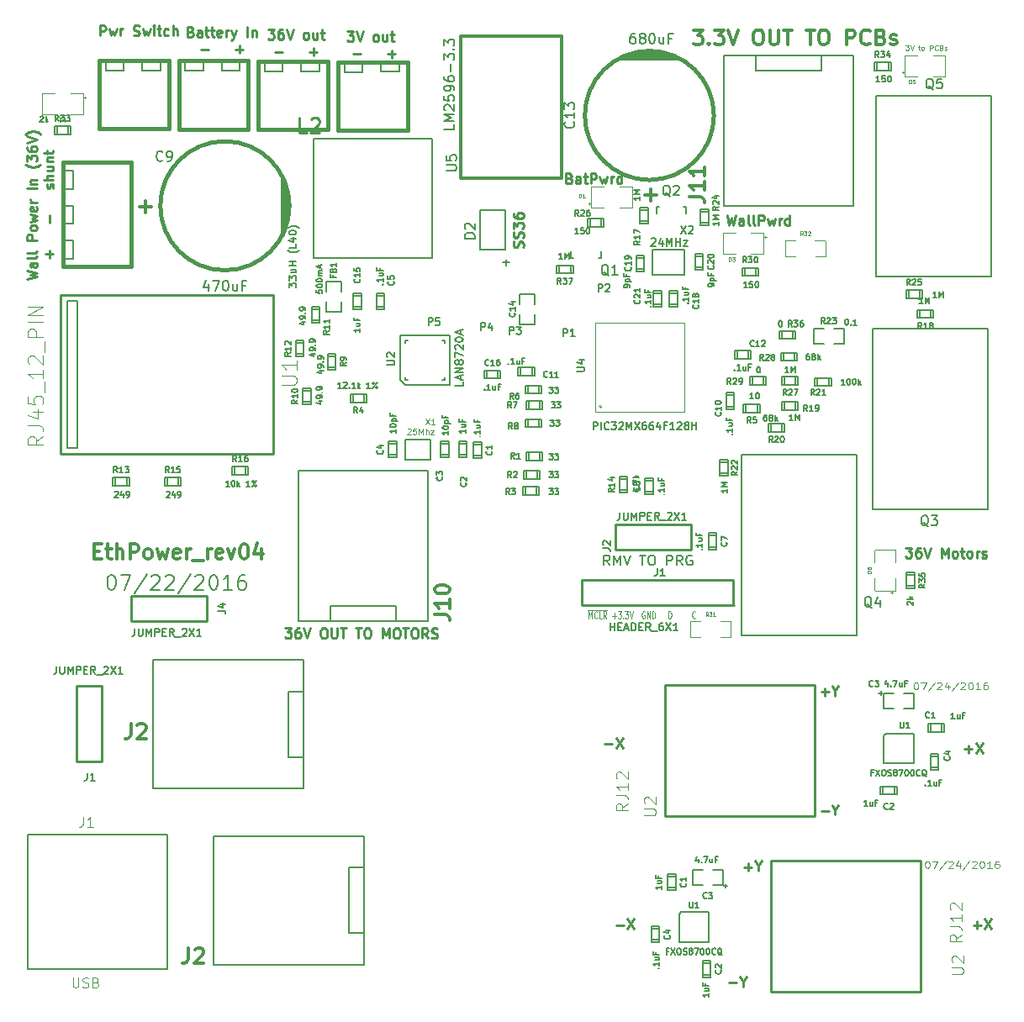
<source format=gto>
G04 #@! TF.FileFunction,Legend,Top*
%FSLAX46Y46*%
G04 Gerber Fmt 4.6, Leading zero omitted, Abs format (unit mm)*
G04 Created by KiCad (PCBNEW 4.0.2+e4-6225~38~ubuntu14.04.1-stable) date Sun 24 Jul 2016 05:02:12 PM PDT*
%MOMM*%
G01*
G04 APERTURE LIST*
%ADD10C,0.150000*%
%ADD11C,0.250000*%
%ADD12C,0.125000*%
%ADD13C,0.300000*%
%ADD14C,0.200000*%
%ADD15C,0.127000*%
%ADD16C,0.254000*%
%ADD17C,0.381000*%
%ADD18C,0.200660*%
%ADD19C,0.149860*%
%ADD20C,0.099060*%
%ADD21C,0.304800*%
%ADD22C,0.400000*%
%ADD23C,0.500000*%
%ADD24C,0.100000*%
%ADD25C,0.190500*%
%ADD26C,0.187500*%
%ADD27C,0.203200*%
%ADD28C,0.093980*%
G04 APERTURE END LIST*
D10*
D11*
X141547619Y-71128571D02*
X141690476Y-71176190D01*
X141738095Y-71223810D01*
X141785714Y-71319048D01*
X141785714Y-71461905D01*
X141738095Y-71557143D01*
X141690476Y-71604762D01*
X141595238Y-71652381D01*
X141214285Y-71652381D01*
X141214285Y-70652381D01*
X141547619Y-70652381D01*
X141642857Y-70700000D01*
X141690476Y-70747619D01*
X141738095Y-70842857D01*
X141738095Y-70938095D01*
X141690476Y-71033333D01*
X141642857Y-71080952D01*
X141547619Y-71128571D01*
X141214285Y-71128571D01*
X142642857Y-71652381D02*
X142642857Y-71128571D01*
X142595238Y-71033333D01*
X142500000Y-70985714D01*
X142309523Y-70985714D01*
X142214285Y-71033333D01*
X142642857Y-71604762D02*
X142547619Y-71652381D01*
X142309523Y-71652381D01*
X142214285Y-71604762D01*
X142166666Y-71509524D01*
X142166666Y-71414286D01*
X142214285Y-71319048D01*
X142309523Y-71271429D01*
X142547619Y-71271429D01*
X142642857Y-71223810D01*
X142976190Y-70985714D02*
X143357142Y-70985714D01*
X143119047Y-70652381D02*
X143119047Y-71509524D01*
X143166666Y-71604762D01*
X143261904Y-71652381D01*
X143357142Y-71652381D01*
X143690476Y-71652381D02*
X143690476Y-70652381D01*
X144071429Y-70652381D01*
X144166667Y-70700000D01*
X144214286Y-70747619D01*
X144261905Y-70842857D01*
X144261905Y-70985714D01*
X144214286Y-71080952D01*
X144166667Y-71128571D01*
X144071429Y-71176190D01*
X143690476Y-71176190D01*
X144595238Y-70985714D02*
X144785714Y-71652381D01*
X144976191Y-71176190D01*
X145166667Y-71652381D01*
X145357143Y-70985714D01*
X145738095Y-71652381D02*
X145738095Y-70985714D01*
X145738095Y-71176190D02*
X145785714Y-71080952D01*
X145833333Y-71033333D01*
X145928571Y-70985714D01*
X146023810Y-70985714D01*
X146785715Y-71652381D02*
X146785715Y-70652381D01*
X146785715Y-71604762D02*
X146690477Y-71652381D01*
X146500000Y-71652381D01*
X146404762Y-71604762D01*
X146357143Y-71557143D01*
X146309524Y-71461905D01*
X146309524Y-71176190D01*
X146357143Y-71080952D01*
X146404762Y-71033333D01*
X146500000Y-70985714D01*
X146690477Y-70985714D01*
X146785715Y-71033333D01*
D12*
X175416668Y-57726190D02*
X175726191Y-57726190D01*
X175559525Y-57916667D01*
X175630953Y-57916667D01*
X175678572Y-57940476D01*
X175702382Y-57964286D01*
X175726191Y-58011905D01*
X175726191Y-58130952D01*
X175702382Y-58178571D01*
X175678572Y-58202381D01*
X175630953Y-58226190D01*
X175488096Y-58226190D01*
X175440477Y-58202381D01*
X175416668Y-58178571D01*
X175869048Y-57726190D02*
X176035715Y-58226190D01*
X176202381Y-57726190D01*
X176678571Y-57892857D02*
X176869047Y-57892857D01*
X176750000Y-57726190D02*
X176750000Y-58154762D01*
X176773809Y-58202381D01*
X176821428Y-58226190D01*
X176869047Y-58226190D01*
X177107142Y-58226190D02*
X177059523Y-58202381D01*
X177035714Y-58178571D01*
X177011904Y-58130952D01*
X177011904Y-57988095D01*
X177035714Y-57940476D01*
X177059523Y-57916667D01*
X177107142Y-57892857D01*
X177178571Y-57892857D01*
X177226190Y-57916667D01*
X177249999Y-57940476D01*
X177273809Y-57988095D01*
X177273809Y-58130952D01*
X177249999Y-58178571D01*
X177226190Y-58202381D01*
X177178571Y-58226190D01*
X177107142Y-58226190D01*
X177869047Y-58226190D02*
X177869047Y-57726190D01*
X178059523Y-57726190D01*
X178107142Y-57750000D01*
X178130951Y-57773810D01*
X178154761Y-57821429D01*
X178154761Y-57892857D01*
X178130951Y-57940476D01*
X178107142Y-57964286D01*
X178059523Y-57988095D01*
X177869047Y-57988095D01*
X178654761Y-58178571D02*
X178630951Y-58202381D01*
X178559523Y-58226190D01*
X178511904Y-58226190D01*
X178440475Y-58202381D01*
X178392856Y-58154762D01*
X178369047Y-58107143D01*
X178345237Y-58011905D01*
X178345237Y-57940476D01*
X178369047Y-57845238D01*
X178392856Y-57797619D01*
X178440475Y-57750000D01*
X178511904Y-57726190D01*
X178559523Y-57726190D01*
X178630951Y-57750000D01*
X178654761Y-57773810D01*
X179035713Y-57964286D02*
X179107142Y-57988095D01*
X179130951Y-58011905D01*
X179154761Y-58059524D01*
X179154761Y-58130952D01*
X179130951Y-58178571D01*
X179107142Y-58202381D01*
X179059523Y-58226190D01*
X178869047Y-58226190D01*
X178869047Y-57726190D01*
X179035713Y-57726190D01*
X179083332Y-57750000D01*
X179107142Y-57773810D01*
X179130951Y-57821429D01*
X179130951Y-57869048D01*
X179107142Y-57916667D01*
X179083332Y-57940476D01*
X179035713Y-57964286D01*
X178869047Y-57964286D01*
X179345237Y-58202381D02*
X179392856Y-58226190D01*
X179488094Y-58226190D01*
X179535713Y-58202381D01*
X179559523Y-58154762D01*
X179559523Y-58130952D01*
X179535713Y-58083333D01*
X179488094Y-58059524D01*
X179416666Y-58059524D01*
X179369047Y-58035714D01*
X179345237Y-57988095D01*
X179345237Y-57964286D01*
X179369047Y-57916667D01*
X179416666Y-57892857D01*
X179488094Y-57892857D01*
X179535713Y-57916667D01*
D11*
X157409523Y-74852381D02*
X157647618Y-75852381D01*
X157838095Y-75138095D01*
X158028571Y-75852381D01*
X158266666Y-74852381D01*
X159076190Y-75852381D02*
X159076190Y-75328571D01*
X159028571Y-75233333D01*
X158933333Y-75185714D01*
X158742856Y-75185714D01*
X158647618Y-75233333D01*
X159076190Y-75804762D02*
X158980952Y-75852381D01*
X158742856Y-75852381D01*
X158647618Y-75804762D01*
X158599999Y-75709524D01*
X158599999Y-75614286D01*
X158647618Y-75519048D01*
X158742856Y-75471429D01*
X158980952Y-75471429D01*
X159076190Y-75423810D01*
X159695237Y-75852381D02*
X159599999Y-75804762D01*
X159552380Y-75709524D01*
X159552380Y-74852381D01*
X160219047Y-75852381D02*
X160123809Y-75804762D01*
X160076190Y-75709524D01*
X160076190Y-74852381D01*
X160600000Y-75852381D02*
X160600000Y-74852381D01*
X160980953Y-74852381D01*
X161076191Y-74900000D01*
X161123810Y-74947619D01*
X161171429Y-75042857D01*
X161171429Y-75185714D01*
X161123810Y-75280952D01*
X161076191Y-75328571D01*
X160980953Y-75376190D01*
X160600000Y-75376190D01*
X161504762Y-75185714D02*
X161695238Y-75852381D01*
X161885715Y-75376190D01*
X162076191Y-75852381D01*
X162266667Y-75185714D01*
X162647619Y-75852381D02*
X162647619Y-75185714D01*
X162647619Y-75376190D02*
X162695238Y-75280952D01*
X162742857Y-75233333D01*
X162838095Y-75185714D01*
X162933334Y-75185714D01*
X163695239Y-75852381D02*
X163695239Y-74852381D01*
X163695239Y-75804762D02*
X163600001Y-75852381D01*
X163409524Y-75852381D01*
X163314286Y-75804762D01*
X163266667Y-75757143D01*
X163219048Y-75661905D01*
X163219048Y-75376190D01*
X163266667Y-75280952D01*
X163314286Y-75233333D01*
X163409524Y-75185714D01*
X163600001Y-75185714D01*
X163695239Y-75233333D01*
X175404761Y-108352381D02*
X176023809Y-108352381D01*
X175690475Y-108733333D01*
X175833333Y-108733333D01*
X175928571Y-108780952D01*
X175976190Y-108828571D01*
X176023809Y-108923810D01*
X176023809Y-109161905D01*
X175976190Y-109257143D01*
X175928571Y-109304762D01*
X175833333Y-109352381D01*
X175547618Y-109352381D01*
X175452380Y-109304762D01*
X175404761Y-109257143D01*
X176880952Y-108352381D02*
X176690475Y-108352381D01*
X176595237Y-108400000D01*
X176547618Y-108447619D01*
X176452380Y-108590476D01*
X176404761Y-108780952D01*
X176404761Y-109161905D01*
X176452380Y-109257143D01*
X176499999Y-109304762D01*
X176595237Y-109352381D01*
X176785714Y-109352381D01*
X176880952Y-109304762D01*
X176928571Y-109257143D01*
X176976190Y-109161905D01*
X176976190Y-108923810D01*
X176928571Y-108828571D01*
X176880952Y-108780952D01*
X176785714Y-108733333D01*
X176595237Y-108733333D01*
X176499999Y-108780952D01*
X176452380Y-108828571D01*
X176404761Y-108923810D01*
X177261904Y-108352381D02*
X177595237Y-109352381D01*
X177928571Y-108352381D01*
X179023809Y-109352381D02*
X179023809Y-108352381D01*
X179357143Y-109066667D01*
X179690476Y-108352381D01*
X179690476Y-109352381D01*
X180309523Y-109352381D02*
X180214285Y-109304762D01*
X180166666Y-109257143D01*
X180119047Y-109161905D01*
X180119047Y-108876190D01*
X180166666Y-108780952D01*
X180214285Y-108733333D01*
X180309523Y-108685714D01*
X180452381Y-108685714D01*
X180547619Y-108733333D01*
X180595238Y-108780952D01*
X180642857Y-108876190D01*
X180642857Y-109161905D01*
X180595238Y-109257143D01*
X180547619Y-109304762D01*
X180452381Y-109352381D01*
X180309523Y-109352381D01*
X180928571Y-108685714D02*
X181309523Y-108685714D01*
X181071428Y-108352381D02*
X181071428Y-109209524D01*
X181119047Y-109304762D01*
X181214285Y-109352381D01*
X181309523Y-109352381D01*
X181785714Y-109352381D02*
X181690476Y-109304762D01*
X181642857Y-109257143D01*
X181595238Y-109161905D01*
X181595238Y-108876190D01*
X181642857Y-108780952D01*
X181690476Y-108733333D01*
X181785714Y-108685714D01*
X181928572Y-108685714D01*
X182023810Y-108733333D01*
X182071429Y-108780952D01*
X182119048Y-108876190D01*
X182119048Y-109161905D01*
X182071429Y-109257143D01*
X182023810Y-109304762D01*
X181928572Y-109352381D01*
X181785714Y-109352381D01*
X182547619Y-109352381D02*
X182547619Y-108685714D01*
X182547619Y-108876190D02*
X182595238Y-108780952D01*
X182642857Y-108733333D01*
X182738095Y-108685714D01*
X182833334Y-108685714D01*
X183119048Y-109304762D02*
X183214286Y-109352381D01*
X183404762Y-109352381D01*
X183500001Y-109304762D01*
X183547620Y-109209524D01*
X183547620Y-109161905D01*
X183500001Y-109066667D01*
X183404762Y-109019048D01*
X183261905Y-109019048D01*
X183166667Y-108971429D01*
X183119048Y-108876190D01*
X183119048Y-108828571D01*
X183166667Y-108733333D01*
X183261905Y-108685714D01*
X183404762Y-108685714D01*
X183500001Y-108733333D01*
X119166666Y-56327381D02*
X119785714Y-56327381D01*
X119452380Y-56708333D01*
X119595238Y-56708333D01*
X119690476Y-56755952D01*
X119738095Y-56803571D01*
X119785714Y-56898810D01*
X119785714Y-57136905D01*
X119738095Y-57232143D01*
X119690476Y-57279762D01*
X119595238Y-57327381D01*
X119309523Y-57327381D01*
X119214285Y-57279762D01*
X119166666Y-57232143D01*
X120071428Y-56327381D02*
X120404761Y-57327381D01*
X120738095Y-56327381D01*
X121976190Y-57327381D02*
X121880952Y-57279762D01*
X121833333Y-57232143D01*
X121785714Y-57136905D01*
X121785714Y-56851190D01*
X121833333Y-56755952D01*
X121880952Y-56708333D01*
X121976190Y-56660714D01*
X122119048Y-56660714D01*
X122214286Y-56708333D01*
X122261905Y-56755952D01*
X122309524Y-56851190D01*
X122309524Y-57136905D01*
X122261905Y-57232143D01*
X122214286Y-57279762D01*
X122119048Y-57327381D01*
X121976190Y-57327381D01*
X123166667Y-56660714D02*
X123166667Y-57327381D01*
X122738095Y-56660714D02*
X122738095Y-57184524D01*
X122785714Y-57279762D01*
X122880952Y-57327381D01*
X123023810Y-57327381D01*
X123119048Y-57279762D01*
X123166667Y-57232143D01*
X123500000Y-56660714D02*
X123880952Y-56660714D01*
X123642857Y-56327381D02*
X123642857Y-57184524D01*
X123690476Y-57279762D01*
X123785714Y-57327381D01*
X123880952Y-57327381D01*
X119738095Y-58596429D02*
X120500000Y-58596429D01*
X123261905Y-58596429D02*
X124023810Y-58596429D01*
X123642858Y-58977381D02*
X123642858Y-58215476D01*
D13*
X154014286Y-56178571D02*
X154942857Y-56178571D01*
X154442857Y-56750000D01*
X154657143Y-56750000D01*
X154800000Y-56821429D01*
X154871429Y-56892857D01*
X154942857Y-57035714D01*
X154942857Y-57392857D01*
X154871429Y-57535714D01*
X154800000Y-57607143D01*
X154657143Y-57678571D01*
X154228571Y-57678571D01*
X154085714Y-57607143D01*
X154014286Y-57535714D01*
X155585714Y-57535714D02*
X155657142Y-57607143D01*
X155585714Y-57678571D01*
X155514285Y-57607143D01*
X155585714Y-57535714D01*
X155585714Y-57678571D01*
X156157143Y-56178571D02*
X157085714Y-56178571D01*
X156585714Y-56750000D01*
X156800000Y-56750000D01*
X156942857Y-56821429D01*
X157014286Y-56892857D01*
X157085714Y-57035714D01*
X157085714Y-57392857D01*
X157014286Y-57535714D01*
X156942857Y-57607143D01*
X156800000Y-57678571D01*
X156371428Y-57678571D01*
X156228571Y-57607143D01*
X156157143Y-57535714D01*
X157514285Y-56178571D02*
X158014285Y-57678571D01*
X158514285Y-56178571D01*
X160442856Y-56178571D02*
X160728570Y-56178571D01*
X160871428Y-56250000D01*
X161014285Y-56392857D01*
X161085713Y-56678571D01*
X161085713Y-57178571D01*
X161014285Y-57464286D01*
X160871428Y-57607143D01*
X160728570Y-57678571D01*
X160442856Y-57678571D01*
X160299999Y-57607143D01*
X160157142Y-57464286D01*
X160085713Y-57178571D01*
X160085713Y-56678571D01*
X160157142Y-56392857D01*
X160299999Y-56250000D01*
X160442856Y-56178571D01*
X161728571Y-56178571D02*
X161728571Y-57392857D01*
X161799999Y-57535714D01*
X161871428Y-57607143D01*
X162014285Y-57678571D01*
X162299999Y-57678571D01*
X162442857Y-57607143D01*
X162514285Y-57535714D01*
X162585714Y-57392857D01*
X162585714Y-56178571D01*
X163085714Y-56178571D02*
X163942857Y-56178571D01*
X163514286Y-57678571D02*
X163514286Y-56178571D01*
X165371428Y-56178571D02*
X166228571Y-56178571D01*
X165800000Y-57678571D02*
X165800000Y-56178571D01*
X167014285Y-56178571D02*
X167299999Y-56178571D01*
X167442857Y-56250000D01*
X167585714Y-56392857D01*
X167657142Y-56678571D01*
X167657142Y-57178571D01*
X167585714Y-57464286D01*
X167442857Y-57607143D01*
X167299999Y-57678571D01*
X167014285Y-57678571D01*
X166871428Y-57607143D01*
X166728571Y-57464286D01*
X166657142Y-57178571D01*
X166657142Y-56678571D01*
X166728571Y-56392857D01*
X166871428Y-56250000D01*
X167014285Y-56178571D01*
X169442857Y-57678571D02*
X169442857Y-56178571D01*
X170014285Y-56178571D01*
X170157143Y-56250000D01*
X170228571Y-56321429D01*
X170300000Y-56464286D01*
X170300000Y-56678571D01*
X170228571Y-56821429D01*
X170157143Y-56892857D01*
X170014285Y-56964286D01*
X169442857Y-56964286D01*
X171800000Y-57535714D02*
X171728571Y-57607143D01*
X171514285Y-57678571D01*
X171371428Y-57678571D01*
X171157143Y-57607143D01*
X171014285Y-57464286D01*
X170942857Y-57321429D01*
X170871428Y-57035714D01*
X170871428Y-56821429D01*
X170942857Y-56535714D01*
X171014285Y-56392857D01*
X171157143Y-56250000D01*
X171371428Y-56178571D01*
X171514285Y-56178571D01*
X171728571Y-56250000D01*
X171800000Y-56321429D01*
X172942857Y-56892857D02*
X173157143Y-56964286D01*
X173228571Y-57035714D01*
X173300000Y-57178571D01*
X173300000Y-57392857D01*
X173228571Y-57535714D01*
X173157143Y-57607143D01*
X173014285Y-57678571D01*
X172442857Y-57678571D01*
X172442857Y-56178571D01*
X172942857Y-56178571D01*
X173085714Y-56250000D01*
X173157143Y-56321429D01*
X173228571Y-56464286D01*
X173228571Y-56607143D01*
X173157143Y-56750000D01*
X173085714Y-56821429D01*
X172942857Y-56892857D01*
X172442857Y-56892857D01*
X173871428Y-57607143D02*
X174014285Y-57678571D01*
X174300000Y-57678571D01*
X174442857Y-57607143D01*
X174514285Y-57464286D01*
X174514285Y-57392857D01*
X174442857Y-57250000D01*
X174300000Y-57178571D01*
X174085714Y-57178571D01*
X173942857Y-57107143D01*
X173871428Y-56964286D01*
X173871428Y-56892857D01*
X173942857Y-56750000D01*
X174085714Y-56678571D01*
X174300000Y-56678571D01*
X174442857Y-56750000D01*
D11*
X112909523Y-116452381D02*
X113528571Y-116452381D01*
X113195237Y-116833333D01*
X113338095Y-116833333D01*
X113433333Y-116880952D01*
X113480952Y-116928571D01*
X113528571Y-117023810D01*
X113528571Y-117261905D01*
X113480952Y-117357143D01*
X113433333Y-117404762D01*
X113338095Y-117452381D01*
X113052380Y-117452381D01*
X112957142Y-117404762D01*
X112909523Y-117357143D01*
X114385714Y-116452381D02*
X114195237Y-116452381D01*
X114099999Y-116500000D01*
X114052380Y-116547619D01*
X113957142Y-116690476D01*
X113909523Y-116880952D01*
X113909523Y-117261905D01*
X113957142Y-117357143D01*
X114004761Y-117404762D01*
X114099999Y-117452381D01*
X114290476Y-117452381D01*
X114385714Y-117404762D01*
X114433333Y-117357143D01*
X114480952Y-117261905D01*
X114480952Y-117023810D01*
X114433333Y-116928571D01*
X114385714Y-116880952D01*
X114290476Y-116833333D01*
X114099999Y-116833333D01*
X114004761Y-116880952D01*
X113957142Y-116928571D01*
X113909523Y-117023810D01*
X114766666Y-116452381D02*
X115099999Y-117452381D01*
X115433333Y-116452381D01*
X116719047Y-116452381D02*
X116909524Y-116452381D01*
X117004762Y-116500000D01*
X117100000Y-116595238D01*
X117147619Y-116785714D01*
X117147619Y-117119048D01*
X117100000Y-117309524D01*
X117004762Y-117404762D01*
X116909524Y-117452381D01*
X116719047Y-117452381D01*
X116623809Y-117404762D01*
X116528571Y-117309524D01*
X116480952Y-117119048D01*
X116480952Y-116785714D01*
X116528571Y-116595238D01*
X116623809Y-116500000D01*
X116719047Y-116452381D01*
X117576190Y-116452381D02*
X117576190Y-117261905D01*
X117623809Y-117357143D01*
X117671428Y-117404762D01*
X117766666Y-117452381D01*
X117957143Y-117452381D01*
X118052381Y-117404762D01*
X118100000Y-117357143D01*
X118147619Y-117261905D01*
X118147619Y-116452381D01*
X118480952Y-116452381D02*
X119052381Y-116452381D01*
X118766666Y-117452381D02*
X118766666Y-116452381D01*
X120004762Y-116452381D02*
X120576191Y-116452381D01*
X120290476Y-117452381D02*
X120290476Y-116452381D01*
X121100000Y-116452381D02*
X121290477Y-116452381D01*
X121385715Y-116500000D01*
X121480953Y-116595238D01*
X121528572Y-116785714D01*
X121528572Y-117119048D01*
X121480953Y-117309524D01*
X121385715Y-117404762D01*
X121290477Y-117452381D01*
X121100000Y-117452381D01*
X121004762Y-117404762D01*
X120909524Y-117309524D01*
X120861905Y-117119048D01*
X120861905Y-116785714D01*
X120909524Y-116595238D01*
X121004762Y-116500000D01*
X121100000Y-116452381D01*
X122719048Y-117452381D02*
X122719048Y-116452381D01*
X123052382Y-117166667D01*
X123385715Y-116452381D01*
X123385715Y-117452381D01*
X124052381Y-116452381D02*
X124242858Y-116452381D01*
X124338096Y-116500000D01*
X124433334Y-116595238D01*
X124480953Y-116785714D01*
X124480953Y-117119048D01*
X124433334Y-117309524D01*
X124338096Y-117404762D01*
X124242858Y-117452381D01*
X124052381Y-117452381D01*
X123957143Y-117404762D01*
X123861905Y-117309524D01*
X123814286Y-117119048D01*
X123814286Y-116785714D01*
X123861905Y-116595238D01*
X123957143Y-116500000D01*
X124052381Y-116452381D01*
X124766667Y-116452381D02*
X125338096Y-116452381D01*
X125052381Y-117452381D02*
X125052381Y-116452381D01*
X125861905Y-116452381D02*
X126052382Y-116452381D01*
X126147620Y-116500000D01*
X126242858Y-116595238D01*
X126290477Y-116785714D01*
X126290477Y-117119048D01*
X126242858Y-117309524D01*
X126147620Y-117404762D01*
X126052382Y-117452381D01*
X125861905Y-117452381D01*
X125766667Y-117404762D01*
X125671429Y-117309524D01*
X125623810Y-117119048D01*
X125623810Y-116785714D01*
X125671429Y-116595238D01*
X125766667Y-116500000D01*
X125861905Y-116452381D01*
X127290477Y-117452381D02*
X126957143Y-116976190D01*
X126719048Y-117452381D02*
X126719048Y-116452381D01*
X127100001Y-116452381D01*
X127195239Y-116500000D01*
X127242858Y-116547619D01*
X127290477Y-116642857D01*
X127290477Y-116785714D01*
X127242858Y-116880952D01*
X127195239Y-116928571D01*
X127100001Y-116976190D01*
X126719048Y-116976190D01*
X127671429Y-117404762D02*
X127814286Y-117452381D01*
X128052382Y-117452381D01*
X128147620Y-117404762D01*
X128195239Y-117357143D01*
X128242858Y-117261905D01*
X128242858Y-117166667D01*
X128195239Y-117071429D01*
X128147620Y-117023810D01*
X128052382Y-116976190D01*
X127861905Y-116928571D01*
X127766667Y-116880952D01*
X127719048Y-116833333D01*
X127671429Y-116738095D01*
X127671429Y-116642857D01*
X127719048Y-116547619D01*
X127766667Y-116500000D01*
X127861905Y-116452381D01*
X128100001Y-116452381D01*
X128242858Y-116500000D01*
X103407143Y-56353571D02*
X103550000Y-56401190D01*
X103597619Y-56448810D01*
X103645238Y-56544048D01*
X103645238Y-56686905D01*
X103597619Y-56782143D01*
X103550000Y-56829762D01*
X103454762Y-56877381D01*
X103073809Y-56877381D01*
X103073809Y-55877381D01*
X103407143Y-55877381D01*
X103502381Y-55925000D01*
X103550000Y-55972619D01*
X103597619Y-56067857D01*
X103597619Y-56163095D01*
X103550000Y-56258333D01*
X103502381Y-56305952D01*
X103407143Y-56353571D01*
X103073809Y-56353571D01*
X104502381Y-56877381D02*
X104502381Y-56353571D01*
X104454762Y-56258333D01*
X104359524Y-56210714D01*
X104169047Y-56210714D01*
X104073809Y-56258333D01*
X104502381Y-56829762D02*
X104407143Y-56877381D01*
X104169047Y-56877381D01*
X104073809Y-56829762D01*
X104026190Y-56734524D01*
X104026190Y-56639286D01*
X104073809Y-56544048D01*
X104169047Y-56496429D01*
X104407143Y-56496429D01*
X104502381Y-56448810D01*
X104835714Y-56210714D02*
X105216666Y-56210714D01*
X104978571Y-55877381D02*
X104978571Y-56734524D01*
X105026190Y-56829762D01*
X105121428Y-56877381D01*
X105216666Y-56877381D01*
X105407143Y-56210714D02*
X105788095Y-56210714D01*
X105550000Y-55877381D02*
X105550000Y-56734524D01*
X105597619Y-56829762D01*
X105692857Y-56877381D01*
X105788095Y-56877381D01*
X106502382Y-56829762D02*
X106407144Y-56877381D01*
X106216667Y-56877381D01*
X106121429Y-56829762D01*
X106073810Y-56734524D01*
X106073810Y-56353571D01*
X106121429Y-56258333D01*
X106216667Y-56210714D01*
X106407144Y-56210714D01*
X106502382Y-56258333D01*
X106550001Y-56353571D01*
X106550001Y-56448810D01*
X106073810Y-56544048D01*
X106978572Y-56877381D02*
X106978572Y-56210714D01*
X106978572Y-56401190D02*
X107026191Y-56305952D01*
X107073810Y-56258333D01*
X107169048Y-56210714D01*
X107264287Y-56210714D01*
X107502382Y-56210714D02*
X107740477Y-56877381D01*
X107978573Y-56210714D02*
X107740477Y-56877381D01*
X107645239Y-57115476D01*
X107597620Y-57163095D01*
X107502382Y-57210714D01*
X109121430Y-56877381D02*
X109121430Y-55877381D01*
X109597620Y-56210714D02*
X109597620Y-56877381D01*
X109597620Y-56305952D02*
X109645239Y-56258333D01*
X109740477Y-56210714D01*
X109883335Y-56210714D01*
X109978573Y-56258333D01*
X110026192Y-56353571D01*
X110026192Y-56877381D01*
X104407143Y-58146429D02*
X105169048Y-58146429D01*
X107930953Y-58146429D02*
X108692858Y-58146429D01*
X108311906Y-58527381D02*
X108311906Y-57765476D01*
X111190476Y-56127381D02*
X111809524Y-56127381D01*
X111476190Y-56508333D01*
X111619048Y-56508333D01*
X111714286Y-56555952D01*
X111761905Y-56603571D01*
X111809524Y-56698810D01*
X111809524Y-56936905D01*
X111761905Y-57032143D01*
X111714286Y-57079762D01*
X111619048Y-57127381D01*
X111333333Y-57127381D01*
X111238095Y-57079762D01*
X111190476Y-57032143D01*
X112666667Y-56127381D02*
X112476190Y-56127381D01*
X112380952Y-56175000D01*
X112333333Y-56222619D01*
X112238095Y-56365476D01*
X112190476Y-56555952D01*
X112190476Y-56936905D01*
X112238095Y-57032143D01*
X112285714Y-57079762D01*
X112380952Y-57127381D01*
X112571429Y-57127381D01*
X112666667Y-57079762D01*
X112714286Y-57032143D01*
X112761905Y-56936905D01*
X112761905Y-56698810D01*
X112714286Y-56603571D01*
X112666667Y-56555952D01*
X112571429Y-56508333D01*
X112380952Y-56508333D01*
X112285714Y-56555952D01*
X112238095Y-56603571D01*
X112190476Y-56698810D01*
X113047619Y-56127381D02*
X113380952Y-57127381D01*
X113714286Y-56127381D01*
X114952381Y-57127381D02*
X114857143Y-57079762D01*
X114809524Y-57032143D01*
X114761905Y-56936905D01*
X114761905Y-56651190D01*
X114809524Y-56555952D01*
X114857143Y-56508333D01*
X114952381Y-56460714D01*
X115095239Y-56460714D01*
X115190477Y-56508333D01*
X115238096Y-56555952D01*
X115285715Y-56651190D01*
X115285715Y-56936905D01*
X115238096Y-57032143D01*
X115190477Y-57079762D01*
X115095239Y-57127381D01*
X114952381Y-57127381D01*
X116142858Y-56460714D02*
X116142858Y-57127381D01*
X115714286Y-56460714D02*
X115714286Y-56984524D01*
X115761905Y-57079762D01*
X115857143Y-57127381D01*
X116000001Y-57127381D01*
X116095239Y-57079762D01*
X116142858Y-57032143D01*
X116476191Y-56460714D02*
X116857143Y-56460714D01*
X116619048Y-56127381D02*
X116619048Y-56984524D01*
X116666667Y-57079762D01*
X116761905Y-57127381D01*
X116857143Y-57127381D01*
X111857143Y-58396429D02*
X112619048Y-58396429D01*
X115380953Y-58396429D02*
X116142858Y-58396429D01*
X115761906Y-58777381D02*
X115761906Y-58015476D01*
X94269047Y-56752381D02*
X94269047Y-55752381D01*
X94650000Y-55752381D01*
X94745238Y-55800000D01*
X94792857Y-55847619D01*
X94840476Y-55942857D01*
X94840476Y-56085714D01*
X94792857Y-56180952D01*
X94745238Y-56228571D01*
X94650000Y-56276190D01*
X94269047Y-56276190D01*
X95173809Y-56085714D02*
X95364285Y-56752381D01*
X95554762Y-56276190D01*
X95745238Y-56752381D01*
X95935714Y-56085714D01*
X96316666Y-56752381D02*
X96316666Y-56085714D01*
X96316666Y-56276190D02*
X96364285Y-56180952D01*
X96411904Y-56133333D01*
X96507142Y-56085714D01*
X96602381Y-56085714D01*
X97650000Y-56704762D02*
X97792857Y-56752381D01*
X98030953Y-56752381D01*
X98126191Y-56704762D01*
X98173810Y-56657143D01*
X98221429Y-56561905D01*
X98221429Y-56466667D01*
X98173810Y-56371429D01*
X98126191Y-56323810D01*
X98030953Y-56276190D01*
X97840476Y-56228571D01*
X97745238Y-56180952D01*
X97697619Y-56133333D01*
X97650000Y-56038095D01*
X97650000Y-55942857D01*
X97697619Y-55847619D01*
X97745238Y-55800000D01*
X97840476Y-55752381D01*
X98078572Y-55752381D01*
X98221429Y-55800000D01*
X98554762Y-56085714D02*
X98745238Y-56752381D01*
X98935715Y-56276190D01*
X99126191Y-56752381D01*
X99316667Y-56085714D01*
X99697619Y-56752381D02*
X99697619Y-56085714D01*
X99697619Y-55752381D02*
X99650000Y-55800000D01*
X99697619Y-55847619D01*
X99745238Y-55800000D01*
X99697619Y-55752381D01*
X99697619Y-55847619D01*
X100030952Y-56085714D02*
X100411904Y-56085714D01*
X100173809Y-55752381D02*
X100173809Y-56609524D01*
X100221428Y-56704762D01*
X100316666Y-56752381D01*
X100411904Y-56752381D01*
X101173810Y-56704762D02*
X101078572Y-56752381D01*
X100888095Y-56752381D01*
X100792857Y-56704762D01*
X100745238Y-56657143D01*
X100697619Y-56561905D01*
X100697619Y-56276190D01*
X100745238Y-56180952D01*
X100792857Y-56133333D01*
X100888095Y-56085714D01*
X101078572Y-56085714D01*
X101173810Y-56133333D01*
X101602381Y-56752381D02*
X101602381Y-55752381D01*
X102030953Y-56752381D02*
X102030953Y-56228571D01*
X101983334Y-56133333D01*
X101888096Y-56085714D01*
X101745238Y-56085714D01*
X101650000Y-56133333D01*
X101602381Y-56180952D01*
X86927381Y-81300001D02*
X87927381Y-81061906D01*
X87213095Y-80871429D01*
X87927381Y-80680953D01*
X86927381Y-80442858D01*
X87927381Y-79633334D02*
X87403571Y-79633334D01*
X87308333Y-79680953D01*
X87260714Y-79776191D01*
X87260714Y-79966668D01*
X87308333Y-80061906D01*
X87879762Y-79633334D02*
X87927381Y-79728572D01*
X87927381Y-79966668D01*
X87879762Y-80061906D01*
X87784524Y-80109525D01*
X87689286Y-80109525D01*
X87594048Y-80061906D01*
X87546429Y-79966668D01*
X87546429Y-79728572D01*
X87498810Y-79633334D01*
X87927381Y-79014287D02*
X87879762Y-79109525D01*
X87784524Y-79157144D01*
X86927381Y-79157144D01*
X87927381Y-78490477D02*
X87879762Y-78585715D01*
X87784524Y-78633334D01*
X86927381Y-78633334D01*
X87927381Y-77347619D02*
X86927381Y-77347619D01*
X86927381Y-76966666D01*
X86975000Y-76871428D01*
X87022619Y-76823809D01*
X87117857Y-76776190D01*
X87260714Y-76776190D01*
X87355952Y-76823809D01*
X87403571Y-76871428D01*
X87451190Y-76966666D01*
X87451190Y-77347619D01*
X87927381Y-76204762D02*
X87879762Y-76300000D01*
X87832143Y-76347619D01*
X87736905Y-76395238D01*
X87451190Y-76395238D01*
X87355952Y-76347619D01*
X87308333Y-76300000D01*
X87260714Y-76204762D01*
X87260714Y-76061904D01*
X87308333Y-75966666D01*
X87355952Y-75919047D01*
X87451190Y-75871428D01*
X87736905Y-75871428D01*
X87832143Y-75919047D01*
X87879762Y-75966666D01*
X87927381Y-76061904D01*
X87927381Y-76204762D01*
X87260714Y-75538095D02*
X87927381Y-75347619D01*
X87451190Y-75157142D01*
X87927381Y-74966666D01*
X87260714Y-74776190D01*
X87879762Y-74014285D02*
X87927381Y-74109523D01*
X87927381Y-74300000D01*
X87879762Y-74395238D01*
X87784524Y-74442857D01*
X87403571Y-74442857D01*
X87308333Y-74395238D01*
X87260714Y-74300000D01*
X87260714Y-74109523D01*
X87308333Y-74014285D01*
X87403571Y-73966666D01*
X87498810Y-73966666D01*
X87594048Y-74442857D01*
X87927381Y-73538095D02*
X87260714Y-73538095D01*
X87451190Y-73538095D02*
X87355952Y-73490476D01*
X87308333Y-73442857D01*
X87260714Y-73347619D01*
X87260714Y-73252380D01*
X87927381Y-72157142D02*
X86927381Y-72157142D01*
X87260714Y-71680952D02*
X87927381Y-71680952D01*
X87355952Y-71680952D02*
X87308333Y-71633333D01*
X87260714Y-71538095D01*
X87260714Y-71395237D01*
X87308333Y-71299999D01*
X87403571Y-71252380D01*
X87927381Y-71252380D01*
X88308333Y-69728570D02*
X88260714Y-69776190D01*
X88117857Y-69871428D01*
X88022619Y-69919047D01*
X87879762Y-69966666D01*
X87641667Y-70014285D01*
X87451190Y-70014285D01*
X87213095Y-69966666D01*
X87070238Y-69919047D01*
X86975000Y-69871428D01*
X86832143Y-69776190D01*
X86784524Y-69728570D01*
X86927381Y-69442856D02*
X86927381Y-68823808D01*
X87308333Y-69157142D01*
X87308333Y-69014284D01*
X87355952Y-68919046D01*
X87403571Y-68871427D01*
X87498810Y-68823808D01*
X87736905Y-68823808D01*
X87832143Y-68871427D01*
X87879762Y-68919046D01*
X87927381Y-69014284D01*
X87927381Y-69299999D01*
X87879762Y-69395237D01*
X87832143Y-69442856D01*
X86927381Y-67966665D02*
X86927381Y-68157142D01*
X86975000Y-68252380D01*
X87022619Y-68299999D01*
X87165476Y-68395237D01*
X87355952Y-68442856D01*
X87736905Y-68442856D01*
X87832143Y-68395237D01*
X87879762Y-68347618D01*
X87927381Y-68252380D01*
X87927381Y-68061903D01*
X87879762Y-67966665D01*
X87832143Y-67919046D01*
X87736905Y-67871427D01*
X87498810Y-67871427D01*
X87403571Y-67919046D01*
X87355952Y-67966665D01*
X87308333Y-68061903D01*
X87308333Y-68252380D01*
X87355952Y-68347618D01*
X87403571Y-68395237D01*
X87498810Y-68442856D01*
X86927381Y-67585713D02*
X87927381Y-67252380D01*
X86927381Y-66919046D01*
X88308333Y-66680951D02*
X88260714Y-66633332D01*
X88117857Y-66538094D01*
X88022619Y-66490475D01*
X87879762Y-66442856D01*
X87641667Y-66395237D01*
X87451190Y-66395237D01*
X87213095Y-66442856D01*
X87070238Y-66490475D01*
X86975000Y-66538094D01*
X86832143Y-66633332D01*
X86784524Y-66680951D01*
X89196429Y-79133334D02*
X89196429Y-78371429D01*
X89577381Y-78752381D02*
X88815476Y-78752381D01*
X89196429Y-75609524D02*
X89196429Y-74847619D01*
X89529762Y-72133333D02*
X89577381Y-72038095D01*
X89577381Y-71847619D01*
X89529762Y-71752380D01*
X89434524Y-71704761D01*
X89386905Y-71704761D01*
X89291667Y-71752380D01*
X89244048Y-71847619D01*
X89244048Y-71990476D01*
X89196429Y-72085714D01*
X89101190Y-72133333D01*
X89053571Y-72133333D01*
X88958333Y-72085714D01*
X88910714Y-71990476D01*
X88910714Y-71847619D01*
X88958333Y-71752380D01*
X89577381Y-71276190D02*
X88577381Y-71276190D01*
X89577381Y-70847618D02*
X89053571Y-70847618D01*
X88958333Y-70895237D01*
X88910714Y-70990475D01*
X88910714Y-71133333D01*
X88958333Y-71228571D01*
X89005952Y-71276190D01*
X88910714Y-69942856D02*
X89577381Y-69942856D01*
X88910714Y-70371428D02*
X89434524Y-70371428D01*
X89529762Y-70323809D01*
X89577381Y-70228571D01*
X89577381Y-70085713D01*
X89529762Y-69990475D01*
X89482143Y-69942856D01*
X88910714Y-69466666D02*
X89577381Y-69466666D01*
X89005952Y-69466666D02*
X88958333Y-69419047D01*
X88910714Y-69323809D01*
X88910714Y-69180951D01*
X88958333Y-69085713D01*
X89053571Y-69038094D01*
X89577381Y-69038094D01*
X88910714Y-68704761D02*
X88910714Y-68323809D01*
X88577381Y-68561904D02*
X89434524Y-68561904D01*
X89529762Y-68514285D01*
X89577381Y-68419047D01*
X89577381Y-68323809D01*
D14*
X145592857Y-110102381D02*
X145259523Y-109626190D01*
X145021428Y-110102381D02*
X145021428Y-109102381D01*
X145402381Y-109102381D01*
X145497619Y-109150000D01*
X145545238Y-109197619D01*
X145592857Y-109292857D01*
X145592857Y-109435714D01*
X145545238Y-109530952D01*
X145497619Y-109578571D01*
X145402381Y-109626190D01*
X145021428Y-109626190D01*
X146021428Y-110102381D02*
X146021428Y-109102381D01*
X146354762Y-109816667D01*
X146688095Y-109102381D01*
X146688095Y-110102381D01*
X147021428Y-109102381D02*
X147354761Y-110102381D01*
X147688095Y-109102381D01*
X148640476Y-109102381D02*
X149211905Y-109102381D01*
X148926190Y-110102381D02*
X148926190Y-109102381D01*
X149735714Y-109102381D02*
X149926191Y-109102381D01*
X150021429Y-109150000D01*
X150116667Y-109245238D01*
X150164286Y-109435714D01*
X150164286Y-109769048D01*
X150116667Y-109959524D01*
X150021429Y-110054762D01*
X149926191Y-110102381D01*
X149735714Y-110102381D01*
X149640476Y-110054762D01*
X149545238Y-109959524D01*
X149497619Y-109769048D01*
X149497619Y-109435714D01*
X149545238Y-109245238D01*
X149640476Y-109150000D01*
X149735714Y-109102381D01*
X151354762Y-110102381D02*
X151354762Y-109102381D01*
X151735715Y-109102381D01*
X151830953Y-109150000D01*
X151878572Y-109197619D01*
X151926191Y-109292857D01*
X151926191Y-109435714D01*
X151878572Y-109530952D01*
X151830953Y-109578571D01*
X151735715Y-109626190D01*
X151354762Y-109626190D01*
X152926191Y-110102381D02*
X152592857Y-109626190D01*
X152354762Y-110102381D02*
X152354762Y-109102381D01*
X152735715Y-109102381D01*
X152830953Y-109150000D01*
X152878572Y-109197619D01*
X152926191Y-109292857D01*
X152926191Y-109435714D01*
X152878572Y-109530952D01*
X152830953Y-109578571D01*
X152735715Y-109626190D01*
X152354762Y-109626190D01*
X153878572Y-109150000D02*
X153783334Y-109102381D01*
X153640477Y-109102381D01*
X153497619Y-109150000D01*
X153402381Y-109245238D01*
X153354762Y-109340476D01*
X153307143Y-109530952D01*
X153307143Y-109673810D01*
X153354762Y-109864286D01*
X153402381Y-109959524D01*
X153497619Y-110054762D01*
X153640477Y-110102381D01*
X153735715Y-110102381D01*
X153878572Y-110054762D01*
X153926191Y-110007143D01*
X153926191Y-109673810D01*
X153735715Y-109673810D01*
D13*
X93721430Y-108692857D02*
X94221430Y-108692857D01*
X94435716Y-109478571D02*
X93721430Y-109478571D01*
X93721430Y-107978571D01*
X94435716Y-107978571D01*
X94864287Y-108478571D02*
X95435716Y-108478571D01*
X95078573Y-107978571D02*
X95078573Y-109264286D01*
X95150001Y-109407143D01*
X95292859Y-109478571D01*
X95435716Y-109478571D01*
X95935716Y-109478571D02*
X95935716Y-107978571D01*
X96578573Y-109478571D02*
X96578573Y-108692857D01*
X96507144Y-108550000D01*
X96364287Y-108478571D01*
X96150002Y-108478571D01*
X96007144Y-108550000D01*
X95935716Y-108621429D01*
X97292859Y-109478571D02*
X97292859Y-107978571D01*
X97864287Y-107978571D01*
X98007145Y-108050000D01*
X98078573Y-108121429D01*
X98150002Y-108264286D01*
X98150002Y-108478571D01*
X98078573Y-108621429D01*
X98007145Y-108692857D01*
X97864287Y-108764286D01*
X97292859Y-108764286D01*
X99007145Y-109478571D02*
X98864287Y-109407143D01*
X98792859Y-109335714D01*
X98721430Y-109192857D01*
X98721430Y-108764286D01*
X98792859Y-108621429D01*
X98864287Y-108550000D01*
X99007145Y-108478571D01*
X99221430Y-108478571D01*
X99364287Y-108550000D01*
X99435716Y-108621429D01*
X99507145Y-108764286D01*
X99507145Y-109192857D01*
X99435716Y-109335714D01*
X99364287Y-109407143D01*
X99221430Y-109478571D01*
X99007145Y-109478571D01*
X100007145Y-108478571D02*
X100292859Y-109478571D01*
X100578573Y-108764286D01*
X100864288Y-109478571D01*
X101150002Y-108478571D01*
X102292859Y-109407143D02*
X102150002Y-109478571D01*
X101864288Y-109478571D01*
X101721431Y-109407143D01*
X101650002Y-109264286D01*
X101650002Y-108692857D01*
X101721431Y-108550000D01*
X101864288Y-108478571D01*
X102150002Y-108478571D01*
X102292859Y-108550000D01*
X102364288Y-108692857D01*
X102364288Y-108835714D01*
X101650002Y-108978571D01*
X103007145Y-109478571D02*
X103007145Y-108478571D01*
X103007145Y-108764286D02*
X103078573Y-108621429D01*
X103150002Y-108550000D01*
X103292859Y-108478571D01*
X103435716Y-108478571D01*
X103578573Y-109621429D02*
X104721430Y-109621429D01*
X105078573Y-109478571D02*
X105078573Y-108478571D01*
X105078573Y-108764286D02*
X105150001Y-108621429D01*
X105221430Y-108550000D01*
X105364287Y-108478571D01*
X105507144Y-108478571D01*
X106578572Y-109407143D02*
X106435715Y-109478571D01*
X106150001Y-109478571D01*
X106007144Y-109407143D01*
X105935715Y-109264286D01*
X105935715Y-108692857D01*
X106007144Y-108550000D01*
X106150001Y-108478571D01*
X106435715Y-108478571D01*
X106578572Y-108550000D01*
X106650001Y-108692857D01*
X106650001Y-108835714D01*
X105935715Y-108978571D01*
X107150001Y-108478571D02*
X107507144Y-109478571D01*
X107864286Y-108478571D01*
X108721429Y-107978571D02*
X108864286Y-107978571D01*
X109007143Y-108050000D01*
X109078572Y-108121429D01*
X109150001Y-108264286D01*
X109221429Y-108550000D01*
X109221429Y-108907143D01*
X109150001Y-109192857D01*
X109078572Y-109335714D01*
X109007143Y-109407143D01*
X108864286Y-109478571D01*
X108721429Y-109478571D01*
X108578572Y-109407143D01*
X108507143Y-109335714D01*
X108435715Y-109192857D01*
X108364286Y-108907143D01*
X108364286Y-108550000D01*
X108435715Y-108264286D01*
X108507143Y-108121429D01*
X108578572Y-108050000D01*
X108721429Y-107978571D01*
X110507143Y-108478571D02*
X110507143Y-109478571D01*
X110150000Y-107907143D02*
X109792857Y-108978571D01*
X110721429Y-108978571D01*
D14*
X95357144Y-111078571D02*
X95500001Y-111078571D01*
X95642858Y-111150000D01*
X95714287Y-111221429D01*
X95785716Y-111364286D01*
X95857144Y-111650000D01*
X95857144Y-112007143D01*
X95785716Y-112292857D01*
X95714287Y-112435714D01*
X95642858Y-112507143D01*
X95500001Y-112578571D01*
X95357144Y-112578571D01*
X95214287Y-112507143D01*
X95142858Y-112435714D01*
X95071430Y-112292857D01*
X95000001Y-112007143D01*
X95000001Y-111650000D01*
X95071430Y-111364286D01*
X95142858Y-111221429D01*
X95214287Y-111150000D01*
X95357144Y-111078571D01*
X96357144Y-111078571D02*
X97357144Y-111078571D01*
X96714287Y-112578571D01*
X99000000Y-111007143D02*
X97714286Y-112935714D01*
X99428572Y-111221429D02*
X99500001Y-111150000D01*
X99642858Y-111078571D01*
X100000001Y-111078571D01*
X100142858Y-111150000D01*
X100214287Y-111221429D01*
X100285715Y-111364286D01*
X100285715Y-111507143D01*
X100214287Y-111721429D01*
X99357144Y-112578571D01*
X100285715Y-112578571D01*
X100857143Y-111221429D02*
X100928572Y-111150000D01*
X101071429Y-111078571D01*
X101428572Y-111078571D01*
X101571429Y-111150000D01*
X101642858Y-111221429D01*
X101714286Y-111364286D01*
X101714286Y-111507143D01*
X101642858Y-111721429D01*
X100785715Y-112578571D01*
X101714286Y-112578571D01*
X103428571Y-111007143D02*
X102142857Y-112935714D01*
X103857143Y-111221429D02*
X103928572Y-111150000D01*
X104071429Y-111078571D01*
X104428572Y-111078571D01*
X104571429Y-111150000D01*
X104642858Y-111221429D01*
X104714286Y-111364286D01*
X104714286Y-111507143D01*
X104642858Y-111721429D01*
X103785715Y-112578571D01*
X104714286Y-112578571D01*
X105642857Y-111078571D02*
X105785714Y-111078571D01*
X105928571Y-111150000D01*
X106000000Y-111221429D01*
X106071429Y-111364286D01*
X106142857Y-111650000D01*
X106142857Y-112007143D01*
X106071429Y-112292857D01*
X106000000Y-112435714D01*
X105928571Y-112507143D01*
X105785714Y-112578571D01*
X105642857Y-112578571D01*
X105500000Y-112507143D01*
X105428571Y-112435714D01*
X105357143Y-112292857D01*
X105285714Y-112007143D01*
X105285714Y-111650000D01*
X105357143Y-111364286D01*
X105428571Y-111221429D01*
X105500000Y-111150000D01*
X105642857Y-111078571D01*
X107571428Y-112578571D02*
X106714285Y-112578571D01*
X107142857Y-112578571D02*
X107142857Y-111078571D01*
X107000000Y-111292857D01*
X106857142Y-111435714D01*
X106714285Y-111507143D01*
X108857142Y-111078571D02*
X108571428Y-111078571D01*
X108428571Y-111150000D01*
X108357142Y-111221429D01*
X108214285Y-111435714D01*
X108142856Y-111721429D01*
X108142856Y-112292857D01*
X108214285Y-112435714D01*
X108285713Y-112507143D01*
X108428571Y-112578571D01*
X108714285Y-112578571D01*
X108857142Y-112507143D01*
X108928571Y-112435714D01*
X108999999Y-112292857D01*
X108999999Y-111935714D01*
X108928571Y-111792857D01*
X108857142Y-111721429D01*
X108714285Y-111650000D01*
X108428571Y-111650000D01*
X108285713Y-111721429D01*
X108214285Y-111792857D01*
X108142856Y-111935714D01*
D12*
X143504765Y-115466667D02*
X143504765Y-114766667D01*
X143671431Y-115266667D01*
X143838098Y-114766667D01*
X143838098Y-115466667D01*
X144361908Y-115400000D02*
X144338098Y-115433333D01*
X144266670Y-115466667D01*
X144219051Y-115466667D01*
X144147622Y-115433333D01*
X144100003Y-115366667D01*
X144076194Y-115300000D01*
X144052384Y-115166667D01*
X144052384Y-115066667D01*
X144076194Y-114933333D01*
X144100003Y-114866667D01*
X144147622Y-114800000D01*
X144219051Y-114766667D01*
X144266670Y-114766667D01*
X144338098Y-114800000D01*
X144361908Y-114833333D01*
X144814289Y-115466667D02*
X144576194Y-115466667D01*
X144576194Y-114766667D01*
X145266670Y-115466667D02*
X145100003Y-115133333D01*
X144980956Y-115466667D02*
X144980956Y-114766667D01*
X145171432Y-114766667D01*
X145219051Y-114800000D01*
X145242860Y-114833333D01*
X145266670Y-114900000D01*
X145266670Y-115000000D01*
X145242860Y-115066667D01*
X145219051Y-115100000D01*
X145171432Y-115133333D01*
X144980956Y-115133333D01*
X143385717Y-114646000D02*
X145361908Y-114646000D01*
X145861908Y-115200000D02*
X146242860Y-115200000D01*
X146052384Y-115466667D02*
X146052384Y-114933333D01*
X146433337Y-114766667D02*
X146742860Y-114766667D01*
X146576194Y-115033333D01*
X146647622Y-115033333D01*
X146695241Y-115066667D01*
X146719051Y-115100000D01*
X146742860Y-115166667D01*
X146742860Y-115333333D01*
X146719051Y-115400000D01*
X146695241Y-115433333D01*
X146647622Y-115466667D01*
X146504765Y-115466667D01*
X146457146Y-115433333D01*
X146433337Y-115400000D01*
X146957146Y-115400000D02*
X146980955Y-115433333D01*
X146957146Y-115466667D01*
X146933336Y-115433333D01*
X146957146Y-115400000D01*
X146957146Y-115466667D01*
X147147622Y-114766667D02*
X147457145Y-114766667D01*
X147290479Y-115033333D01*
X147361907Y-115033333D01*
X147409526Y-115066667D01*
X147433336Y-115100000D01*
X147457145Y-115166667D01*
X147457145Y-115333333D01*
X147433336Y-115400000D01*
X147409526Y-115433333D01*
X147361907Y-115466667D01*
X147219050Y-115466667D01*
X147171431Y-115433333D01*
X147147622Y-115400000D01*
X147600002Y-114766667D02*
X147766669Y-115466667D01*
X147933335Y-114766667D01*
X149123810Y-114800000D02*
X149076191Y-114766667D01*
X149004763Y-114766667D01*
X148933334Y-114800000D01*
X148885715Y-114866667D01*
X148861906Y-114933333D01*
X148838096Y-115066667D01*
X148838096Y-115166667D01*
X148861906Y-115300000D01*
X148885715Y-115366667D01*
X148933334Y-115433333D01*
X149004763Y-115466667D01*
X149052382Y-115466667D01*
X149123810Y-115433333D01*
X149147620Y-115400000D01*
X149147620Y-115166667D01*
X149052382Y-115166667D01*
X149361906Y-115466667D02*
X149361906Y-114766667D01*
X149647620Y-115466667D01*
X149647620Y-114766667D01*
X149885716Y-115466667D02*
X149885716Y-114766667D01*
X150004763Y-114766667D01*
X150076192Y-114800000D01*
X150123811Y-114866667D01*
X150147620Y-114933333D01*
X150171430Y-115066667D01*
X150171430Y-115166667D01*
X150147620Y-115300000D01*
X150123811Y-115366667D01*
X150076192Y-115433333D01*
X150004763Y-115466667D01*
X149885716Y-115466667D01*
X151528572Y-115466667D02*
X151528572Y-114766667D01*
X151647619Y-114766667D01*
X151719048Y-114800000D01*
X151766667Y-114866667D01*
X151790476Y-114933333D01*
X151814286Y-115066667D01*
X151814286Y-115166667D01*
X151790476Y-115300000D01*
X151766667Y-115366667D01*
X151719048Y-115433333D01*
X151647619Y-115466667D01*
X151528572Y-115466667D01*
X154219046Y-115400000D02*
X154195236Y-115433333D01*
X154123808Y-115466667D01*
X154076189Y-115466667D01*
X154004760Y-115433333D01*
X153957141Y-115366667D01*
X153933332Y-115300000D01*
X153909522Y-115166667D01*
X153909522Y-115066667D01*
X153933332Y-114933333D01*
X153957141Y-114866667D01*
X154004760Y-114800000D01*
X154076189Y-114766667D01*
X154123808Y-114766667D01*
X154195236Y-114800000D01*
X154219046Y-114833333D01*
X177557142Y-139916667D02*
X177633333Y-139916667D01*
X177709523Y-139950000D01*
X177747618Y-139983333D01*
X177785714Y-140050000D01*
X177823809Y-140183333D01*
X177823809Y-140350000D01*
X177785714Y-140483333D01*
X177747618Y-140550000D01*
X177709523Y-140583333D01*
X177633333Y-140616667D01*
X177557142Y-140616667D01*
X177480952Y-140583333D01*
X177442856Y-140550000D01*
X177404761Y-140483333D01*
X177366666Y-140350000D01*
X177366666Y-140183333D01*
X177404761Y-140050000D01*
X177442856Y-139983333D01*
X177480952Y-139950000D01*
X177557142Y-139916667D01*
X178090476Y-139916667D02*
X178623809Y-139916667D01*
X178280952Y-140616667D01*
X179500000Y-139883333D02*
X178814285Y-140783333D01*
X179728571Y-139983333D02*
X179766666Y-139950000D01*
X179842857Y-139916667D01*
X180033333Y-139916667D01*
X180109523Y-139950000D01*
X180147619Y-139983333D01*
X180185714Y-140050000D01*
X180185714Y-140116667D01*
X180147619Y-140216667D01*
X179690476Y-140616667D01*
X180185714Y-140616667D01*
X180871428Y-140150000D02*
X180871428Y-140616667D01*
X180680952Y-139883333D02*
X180490476Y-140383333D01*
X180985714Y-140383333D01*
X181861905Y-139883333D02*
X181176190Y-140783333D01*
X182090476Y-139983333D02*
X182128571Y-139950000D01*
X182204762Y-139916667D01*
X182395238Y-139916667D01*
X182471428Y-139950000D01*
X182509524Y-139983333D01*
X182547619Y-140050000D01*
X182547619Y-140116667D01*
X182509524Y-140216667D01*
X182052381Y-140616667D01*
X182547619Y-140616667D01*
X183042857Y-139916667D02*
X183119048Y-139916667D01*
X183195238Y-139950000D01*
X183233333Y-139983333D01*
X183271429Y-140050000D01*
X183309524Y-140183333D01*
X183309524Y-140350000D01*
X183271429Y-140483333D01*
X183233333Y-140550000D01*
X183195238Y-140583333D01*
X183119048Y-140616667D01*
X183042857Y-140616667D01*
X182966667Y-140583333D01*
X182928571Y-140550000D01*
X182890476Y-140483333D01*
X182852381Y-140350000D01*
X182852381Y-140183333D01*
X182890476Y-140050000D01*
X182928571Y-139983333D01*
X182966667Y-139950000D01*
X183042857Y-139916667D01*
X184071429Y-140616667D02*
X183614286Y-140616667D01*
X183842857Y-140616667D02*
X183842857Y-139916667D01*
X183766667Y-140016667D01*
X183690476Y-140083333D01*
X183614286Y-140116667D01*
X184757143Y-139916667D02*
X184604762Y-139916667D01*
X184528572Y-139950000D01*
X184490477Y-139983333D01*
X184414286Y-140083333D01*
X184376191Y-140216667D01*
X184376191Y-140483333D01*
X184414286Y-140550000D01*
X184452381Y-140583333D01*
X184528572Y-140616667D01*
X184680953Y-140616667D01*
X184757143Y-140583333D01*
X184795239Y-140550000D01*
X184833334Y-140483333D01*
X184833334Y-140316667D01*
X184795239Y-140250000D01*
X184757143Y-140216667D01*
X184680953Y-140183333D01*
X184528572Y-140183333D01*
X184452381Y-140216667D01*
X184414286Y-140250000D01*
X184376191Y-140316667D01*
D11*
X146242857Y-146371429D02*
X147004762Y-146371429D01*
X147385714Y-145752381D02*
X148052381Y-146752381D01*
X148052381Y-145752381D02*
X147385714Y-146752381D01*
X157590476Y-152171429D02*
X158352381Y-152171429D01*
X159019047Y-152076190D02*
X159019047Y-152552381D01*
X158685714Y-151552381D02*
X159019047Y-152076190D01*
X159352381Y-151552381D01*
X182242857Y-146371429D02*
X183004762Y-146371429D01*
X182623810Y-146752381D02*
X182623810Y-145990476D01*
X183385714Y-145752381D02*
X184052381Y-146752381D01*
X184052381Y-145752381D02*
X183385714Y-146752381D01*
X159140476Y-140511429D02*
X159902381Y-140511429D01*
X159521429Y-140892381D02*
X159521429Y-140130476D01*
X160569047Y-140416190D02*
X160569047Y-140892381D01*
X160235714Y-139892381D02*
X160569047Y-140416190D01*
X160902381Y-139892381D01*
D12*
X176407142Y-121916667D02*
X176483333Y-121916667D01*
X176559523Y-121950000D01*
X176597618Y-121983333D01*
X176635714Y-122050000D01*
X176673809Y-122183333D01*
X176673809Y-122350000D01*
X176635714Y-122483333D01*
X176597618Y-122550000D01*
X176559523Y-122583333D01*
X176483333Y-122616667D01*
X176407142Y-122616667D01*
X176330952Y-122583333D01*
X176292856Y-122550000D01*
X176254761Y-122483333D01*
X176216666Y-122350000D01*
X176216666Y-122183333D01*
X176254761Y-122050000D01*
X176292856Y-121983333D01*
X176330952Y-121950000D01*
X176407142Y-121916667D01*
X176940476Y-121916667D02*
X177473809Y-121916667D01*
X177130952Y-122616667D01*
X178350000Y-121883333D02*
X177664285Y-122783333D01*
X178578571Y-121983333D02*
X178616666Y-121950000D01*
X178692857Y-121916667D01*
X178883333Y-121916667D01*
X178959523Y-121950000D01*
X178997619Y-121983333D01*
X179035714Y-122050000D01*
X179035714Y-122116667D01*
X178997619Y-122216667D01*
X178540476Y-122616667D01*
X179035714Y-122616667D01*
X179721428Y-122150000D02*
X179721428Y-122616667D01*
X179530952Y-121883333D02*
X179340476Y-122383333D01*
X179835714Y-122383333D01*
X180711905Y-121883333D02*
X180026190Y-122783333D01*
X180940476Y-121983333D02*
X180978571Y-121950000D01*
X181054762Y-121916667D01*
X181245238Y-121916667D01*
X181321428Y-121950000D01*
X181359524Y-121983333D01*
X181397619Y-122050000D01*
X181397619Y-122116667D01*
X181359524Y-122216667D01*
X180902381Y-122616667D01*
X181397619Y-122616667D01*
X181892857Y-121916667D02*
X181969048Y-121916667D01*
X182045238Y-121950000D01*
X182083333Y-121983333D01*
X182121429Y-122050000D01*
X182159524Y-122183333D01*
X182159524Y-122350000D01*
X182121429Y-122483333D01*
X182083333Y-122550000D01*
X182045238Y-122583333D01*
X181969048Y-122616667D01*
X181892857Y-122616667D01*
X181816667Y-122583333D01*
X181778571Y-122550000D01*
X181740476Y-122483333D01*
X181702381Y-122350000D01*
X181702381Y-122183333D01*
X181740476Y-122050000D01*
X181778571Y-121983333D01*
X181816667Y-121950000D01*
X181892857Y-121916667D01*
X182921429Y-122616667D02*
X182464286Y-122616667D01*
X182692857Y-122616667D02*
X182692857Y-121916667D01*
X182616667Y-122016667D01*
X182540476Y-122083333D01*
X182464286Y-122116667D01*
X183607143Y-121916667D02*
X183454762Y-121916667D01*
X183378572Y-121950000D01*
X183340477Y-121983333D01*
X183264286Y-122083333D01*
X183226191Y-122216667D01*
X183226191Y-122483333D01*
X183264286Y-122550000D01*
X183302381Y-122583333D01*
X183378572Y-122616667D01*
X183530953Y-122616667D01*
X183607143Y-122583333D01*
X183645239Y-122550000D01*
X183683334Y-122483333D01*
X183683334Y-122316667D01*
X183645239Y-122250000D01*
X183607143Y-122216667D01*
X183530953Y-122183333D01*
X183378572Y-122183333D01*
X183302381Y-122216667D01*
X183264286Y-122250000D01*
X183226191Y-122316667D01*
D11*
X145092857Y-128121429D02*
X145854762Y-128121429D01*
X146235714Y-127502381D02*
X146902381Y-128502381D01*
X146902381Y-127502381D02*
X146235714Y-128502381D01*
X166890476Y-134871429D02*
X167652381Y-134871429D01*
X168319047Y-134776190D02*
X168319047Y-135252381D01*
X167985714Y-134252381D02*
X168319047Y-134776190D01*
X168652381Y-134252381D01*
X181342857Y-128621429D02*
X182104762Y-128621429D01*
X181723810Y-129002381D02*
X181723810Y-128240476D01*
X182485714Y-128002381D02*
X183152381Y-129002381D01*
X183152381Y-128002381D02*
X182485714Y-129002381D01*
X166890476Y-122871429D02*
X167652381Y-122871429D01*
X167271429Y-123252381D02*
X167271429Y-122490476D01*
X168319047Y-122776190D02*
X168319047Y-123252381D01*
X167985714Y-122252381D02*
X168319047Y-122776190D01*
X168652381Y-122252381D01*
D15*
X131893600Y-99058800D02*
X132706400Y-99058800D01*
X132681000Y-97941200D02*
X131893600Y-97941200D01*
X132706400Y-97687200D02*
X132706400Y-99312800D01*
X132706400Y-99312800D02*
X131893600Y-99312800D01*
X131893600Y-99312800D02*
X131893600Y-97687200D01*
X131893600Y-97687200D02*
X132706400Y-97687200D01*
X130393600Y-99008800D02*
X131206400Y-99008800D01*
X131181000Y-97891200D02*
X130393600Y-97891200D01*
X131206400Y-97637200D02*
X131206400Y-99262800D01*
X131206400Y-99262800D02*
X130393600Y-99262800D01*
X130393600Y-99262800D02*
X130393600Y-97637200D01*
X130393600Y-97637200D02*
X131206400Y-97637200D01*
X128593600Y-99008800D02*
X129406400Y-99008800D01*
X129381000Y-97891200D02*
X128593600Y-97891200D01*
X129406400Y-97637200D02*
X129406400Y-99262800D01*
X129406400Y-99262800D02*
X128593600Y-99262800D01*
X128593600Y-99262800D02*
X128593600Y-97637200D01*
X128593600Y-97637200D02*
X129406400Y-97637200D01*
X123343600Y-99008800D02*
X124156400Y-99008800D01*
X124131000Y-97891200D02*
X123343600Y-97891200D01*
X124156400Y-97637200D02*
X124156400Y-99262800D01*
X124156400Y-99262800D02*
X123343600Y-99262800D01*
X123343600Y-99262800D02*
X123343600Y-97637200D01*
X123343600Y-97637200D02*
X124156400Y-97637200D01*
X122906400Y-82941200D02*
X122093600Y-82941200D01*
X122119000Y-84058800D02*
X122906400Y-84058800D01*
X122093600Y-84312800D02*
X122093600Y-82687200D01*
X122093600Y-82687200D02*
X122906400Y-82687200D01*
X122906400Y-82687200D02*
X122906400Y-84312800D01*
X122906400Y-84312800D02*
X122093600Y-84312800D01*
X155543600Y-108258800D02*
X156356400Y-108258800D01*
X156331000Y-107141200D02*
X155543600Y-107141200D01*
X156356400Y-106887200D02*
X156356400Y-108512800D01*
X156356400Y-108512800D02*
X155543600Y-108512800D01*
X155543600Y-108512800D02*
X155543600Y-106887200D01*
X155543600Y-106887200D02*
X156356400Y-106887200D01*
X149956400Y-101591200D02*
X149143600Y-101591200D01*
X149169000Y-102708800D02*
X149956400Y-102708800D01*
X149143600Y-102962800D02*
X149143600Y-101337200D01*
X149143600Y-101337200D02*
X149956400Y-101337200D01*
X149956400Y-101337200D02*
X149956400Y-102962800D01*
X149956400Y-102962800D02*
X149143600Y-102962800D01*
X158156400Y-92991200D02*
X157343600Y-92991200D01*
X157369000Y-94108800D02*
X158156400Y-94108800D01*
X157343600Y-94362800D02*
X157343600Y-92737200D01*
X157343600Y-92737200D02*
X158156400Y-92737200D01*
X158156400Y-92737200D02*
X158156400Y-94362800D01*
X158156400Y-94362800D02*
X157343600Y-94362800D01*
X136641200Y-90193600D02*
X136641200Y-91006400D01*
X137758800Y-90981000D02*
X137758800Y-90193600D01*
X138012800Y-91006400D02*
X136387200Y-91006400D01*
X136387200Y-91006400D02*
X136387200Y-90193600D01*
X136387200Y-90193600D02*
X138012800Y-90193600D01*
X138012800Y-90193600D02*
X138012800Y-91006400D01*
X159558800Y-89306400D02*
X159558800Y-88493600D01*
X158441200Y-88519000D02*
X158441200Y-89306400D01*
X158187200Y-88493600D02*
X159812800Y-88493600D01*
X159812800Y-88493600D02*
X159812800Y-89306400D01*
X159812800Y-89306400D02*
X158187200Y-89306400D01*
X158187200Y-89306400D02*
X158187200Y-88493600D01*
X138062000Y-84808000D02*
X138062000Y-85824000D01*
X138062000Y-85824000D02*
X136538000Y-85824000D01*
X136538000Y-85824000D02*
X136538000Y-84808000D01*
X136538000Y-83792000D02*
X136538000Y-82776000D01*
X136538000Y-82776000D02*
X138062000Y-82776000D01*
X138062000Y-82776000D02*
X138062000Y-83792000D01*
X120606400Y-82941200D02*
X119793600Y-82941200D01*
X119819000Y-84058800D02*
X120606400Y-84058800D01*
X119793600Y-84312800D02*
X119793600Y-82687200D01*
X119793600Y-82687200D02*
X120606400Y-82687200D01*
X120606400Y-82687200D02*
X120606400Y-84312800D01*
X120606400Y-84312800D02*
X119793600Y-84312800D01*
X134358800Y-91306400D02*
X134358800Y-90493600D01*
X133241200Y-90519000D02*
X133241200Y-91306400D01*
X132987200Y-90493600D02*
X134612800Y-90493600D01*
X134612800Y-90493600D02*
X134612800Y-91306400D01*
X134612800Y-91306400D02*
X132987200Y-91306400D01*
X132987200Y-91306400D02*
X132987200Y-90493600D01*
X152406400Y-82741200D02*
X151593600Y-82741200D01*
X151619000Y-83858800D02*
X152406400Y-83858800D01*
X151593600Y-84112800D02*
X151593600Y-82487200D01*
X151593600Y-82487200D02*
X152406400Y-82487200D01*
X152406400Y-82487200D02*
X152406400Y-84112800D01*
X152406400Y-84112800D02*
X151593600Y-84112800D01*
X149081400Y-79141200D02*
X148268600Y-79141200D01*
X148294000Y-80258800D02*
X149081400Y-80258800D01*
X148268600Y-80512800D02*
X148268600Y-78887200D01*
X148268600Y-78887200D02*
X149081400Y-78887200D01*
X149081400Y-78887200D02*
X149081400Y-80512800D01*
X149081400Y-80512800D02*
X148268600Y-80512800D01*
X154193600Y-80108800D02*
X155006400Y-80108800D01*
X154981000Y-78991200D02*
X154193600Y-78991200D01*
X155006400Y-78737200D02*
X155006400Y-80362800D01*
X155006400Y-80362800D02*
X154193600Y-80362800D01*
X154193600Y-80362800D02*
X154193600Y-78737200D01*
X154193600Y-78737200D02*
X155006400Y-78737200D01*
X150806400Y-82741200D02*
X149993600Y-82741200D01*
X150019000Y-83858800D02*
X150806400Y-83858800D01*
X149993600Y-84112800D02*
X149993600Y-82487200D01*
X149993600Y-82487200D02*
X150806400Y-82487200D01*
X150806400Y-82487200D02*
X150806400Y-84112800D01*
X150806400Y-84112800D02*
X149993600Y-84112800D01*
X117038000Y-82592000D02*
X117038000Y-81576000D01*
X117038000Y-81576000D02*
X118562000Y-81576000D01*
X118562000Y-81576000D02*
X118562000Y-82592000D01*
X118562000Y-83608000D02*
X118562000Y-84624000D01*
X118562000Y-84624000D02*
X117038000Y-84624000D01*
X117038000Y-84624000D02*
X117038000Y-83608000D01*
D16*
X158070000Y-111580000D02*
X142830000Y-111580000D01*
X158070000Y-111580000D02*
X158070000Y-114120000D01*
X158085240Y-114135240D02*
X142814760Y-114135240D01*
X142814760Y-114135240D02*
X142814760Y-111574920D01*
X146190000Y-105980000D02*
X146190000Y-108520000D01*
X146190000Y-105980000D02*
X153810000Y-105980000D01*
X153810000Y-105980000D02*
X153810000Y-108520000D01*
X153810000Y-108520000D02*
X146190000Y-108520000D01*
D10*
X90750000Y-72225000D02*
X91550000Y-72225000D01*
X91550000Y-72225000D02*
X91550000Y-70400000D01*
X91550000Y-70400000D02*
X90725000Y-70400000D01*
X91550000Y-73900000D02*
X90725000Y-73900000D01*
X91550000Y-75725000D02*
X91550000Y-73900000D01*
X90750000Y-75725000D02*
X91550000Y-75725000D01*
X90775000Y-79250000D02*
X91575000Y-79250000D01*
X91575000Y-79250000D02*
X91575000Y-77425000D01*
X91575000Y-77425000D02*
X90750000Y-77425000D01*
D17*
X90550000Y-80050000D02*
X97450000Y-80050000D01*
X97450000Y-80050000D02*
X97450000Y-69550000D01*
X97450000Y-69550000D02*
X90550000Y-69550000D01*
X90550000Y-69550000D02*
X90550000Y-80050000D01*
D15*
X124100000Y-115750000D02*
X124100000Y-114200000D01*
X124100000Y-114200000D02*
X117500000Y-114200000D01*
X117500000Y-114200000D02*
X117500000Y-115725000D01*
D18*
X127302400Y-100550320D02*
X127302400Y-115749680D01*
X127302400Y-115749680D02*
X114297600Y-115749680D01*
X114297600Y-115749680D02*
X114297600Y-100550320D01*
X114297600Y-100550320D02*
X127302400Y-100550320D01*
D15*
X160300000Y-58750000D02*
X160300000Y-60300000D01*
X160300000Y-60300000D02*
X166900000Y-60300000D01*
X166900000Y-60300000D02*
X166900000Y-58775000D01*
D18*
X157097600Y-73949680D02*
X157097600Y-58750320D01*
X157097600Y-58750320D02*
X170102400Y-58750320D01*
X170102400Y-58750320D02*
X170102400Y-73949680D01*
X170102400Y-73949680D02*
X157097600Y-73949680D01*
D10*
X115750000Y-67150000D02*
X127750000Y-67150000D01*
X127750000Y-67150000D02*
X127750000Y-79150000D01*
X127750000Y-79150000D02*
X115750000Y-79150000D01*
X115750000Y-79150000D02*
X115750000Y-67150000D01*
D15*
X138558800Y-99556400D02*
X138558800Y-98743600D01*
X137441200Y-98769000D02*
X137441200Y-99556400D01*
X137187200Y-98743600D02*
X138812800Y-98743600D01*
X138812800Y-98743600D02*
X138812800Y-99556400D01*
X138812800Y-99556400D02*
X137187200Y-99556400D01*
X137187200Y-99556400D02*
X137187200Y-98743600D01*
X138308800Y-101406400D02*
X138308800Y-100593600D01*
X137191200Y-100619000D02*
X137191200Y-101406400D01*
X136937200Y-100593600D02*
X138562800Y-100593600D01*
X138562800Y-100593600D02*
X138562800Y-101406400D01*
X138562800Y-101406400D02*
X136937200Y-101406400D01*
X136937200Y-101406400D02*
X136937200Y-100593600D01*
X138258800Y-103006400D02*
X138258800Y-102193600D01*
X137141200Y-102219000D02*
X137141200Y-103006400D01*
X136887200Y-102193600D02*
X138512800Y-102193600D01*
X138512800Y-102193600D02*
X138512800Y-103006400D01*
X138512800Y-103006400D02*
X136887200Y-103006400D01*
X136887200Y-103006400D02*
X136887200Y-102193600D01*
X119741200Y-92893600D02*
X119741200Y-93706400D01*
X120858800Y-93681000D02*
X120858800Y-92893600D01*
X121112800Y-93706400D02*
X119487200Y-93706400D01*
X119487200Y-93706400D02*
X119487200Y-92893600D01*
X119487200Y-92893600D02*
X121112800Y-92893600D01*
X121112800Y-92893600D02*
X121112800Y-93706400D01*
X159341200Y-93893600D02*
X159341200Y-94706400D01*
X160458800Y-94681000D02*
X160458800Y-93893600D01*
X160712800Y-94706400D02*
X159087200Y-94706400D01*
X159087200Y-94706400D02*
X159087200Y-93893600D01*
X159087200Y-93893600D02*
X160712800Y-93893600D01*
X160712800Y-93893600D02*
X160712800Y-94706400D01*
X138458800Y-92806400D02*
X138458800Y-91993600D01*
X137341200Y-92019000D02*
X137341200Y-92806400D01*
X137087200Y-91993600D02*
X138712800Y-91993600D01*
X138712800Y-91993600D02*
X138712800Y-92806400D01*
X138712800Y-92806400D02*
X137087200Y-92806400D01*
X137087200Y-92806400D02*
X137087200Y-91993600D01*
X138558800Y-94406400D02*
X138558800Y-93593600D01*
X137441200Y-93619000D02*
X137441200Y-94406400D01*
X137187200Y-93593600D02*
X138812800Y-93593600D01*
X138812800Y-93593600D02*
X138812800Y-94406400D01*
X138812800Y-94406400D02*
X137187200Y-94406400D01*
X137187200Y-94406400D02*
X137187200Y-93593600D01*
X138458800Y-96206400D02*
X138458800Y-95393600D01*
X137341200Y-95419000D02*
X137341200Y-96206400D01*
X137087200Y-95393600D02*
X138712800Y-95393600D01*
X138712800Y-95393600D02*
X138712800Y-96206400D01*
X138712800Y-96206400D02*
X137087200Y-96206400D01*
X137087200Y-96206400D02*
X137087200Y-95393600D01*
X117193600Y-90158800D02*
X118006400Y-90158800D01*
X117981000Y-89041200D02*
X117193600Y-89041200D01*
X118006400Y-88787200D02*
X118006400Y-90412800D01*
X118006400Y-90412800D02*
X117193600Y-90412800D01*
X117193600Y-90412800D02*
X117193600Y-88787200D01*
X117193600Y-88787200D02*
X118006400Y-88787200D01*
X115506400Y-92541200D02*
X114693600Y-92541200D01*
X114719000Y-93658800D02*
X115506400Y-93658800D01*
X114693600Y-93912800D02*
X114693600Y-92287200D01*
X114693600Y-92287200D02*
X115506400Y-92287200D01*
X115506400Y-92287200D02*
X115506400Y-93912800D01*
X115506400Y-93912800D02*
X114693600Y-93912800D01*
X115593600Y-85458800D02*
X116406400Y-85458800D01*
X116381000Y-84341200D02*
X115593600Y-84341200D01*
X116406400Y-84087200D02*
X116406400Y-85712800D01*
X116406400Y-85712800D02*
X115593600Y-85712800D01*
X115593600Y-85712800D02*
X115593600Y-84087200D01*
X115593600Y-84087200D02*
X116406400Y-84087200D01*
X114806400Y-87741200D02*
X113993600Y-87741200D01*
X114019000Y-88858800D02*
X114806400Y-88858800D01*
X113993600Y-89112800D02*
X113993600Y-87487200D01*
X113993600Y-87487200D02*
X114806400Y-87487200D01*
X114806400Y-87487200D02*
X114806400Y-89112800D01*
X114806400Y-89112800D02*
X113993600Y-89112800D01*
X96958800Y-102106400D02*
X96958800Y-101293600D01*
X95841200Y-101319000D02*
X95841200Y-102106400D01*
X95587200Y-101293600D02*
X97212800Y-101293600D01*
X97212800Y-101293600D02*
X97212800Y-102106400D01*
X97212800Y-102106400D02*
X95587200Y-102106400D01*
X95587200Y-102106400D02*
X95587200Y-101293600D01*
X147406400Y-101441200D02*
X146593600Y-101441200D01*
X146619000Y-102558800D02*
X147406400Y-102558800D01*
X146593600Y-102812800D02*
X146593600Y-101187200D01*
X146593600Y-101187200D02*
X147406400Y-101187200D01*
X147406400Y-101187200D02*
X147406400Y-102812800D01*
X147406400Y-102812800D02*
X146593600Y-102812800D01*
X102158800Y-102106400D02*
X102158800Y-101293600D01*
X101041200Y-101319000D02*
X101041200Y-102106400D01*
X100787200Y-101293600D02*
X102412800Y-101293600D01*
X102412800Y-101293600D02*
X102412800Y-102106400D01*
X102412800Y-102106400D02*
X100787200Y-102106400D01*
X100787200Y-102106400D02*
X100787200Y-101293600D01*
X108958800Y-101006400D02*
X108958800Y-100193600D01*
X107841200Y-100219000D02*
X107841200Y-101006400D01*
X107587200Y-100193600D02*
X109212800Y-100193600D01*
X109212800Y-100193600D02*
X109212800Y-101006400D01*
X109212800Y-101006400D02*
X107587200Y-101006400D01*
X107587200Y-101006400D02*
X107587200Y-100193600D01*
X148643600Y-75458800D02*
X149456400Y-75458800D01*
X149431000Y-74341200D02*
X148643600Y-74341200D01*
X149456400Y-74087200D02*
X149456400Y-75712800D01*
X149456400Y-75712800D02*
X148643600Y-75712800D01*
X148643600Y-75712800D02*
X148643600Y-74087200D01*
X148643600Y-74087200D02*
X149456400Y-74087200D01*
X176841200Y-84393600D02*
X176841200Y-85206400D01*
X177958800Y-85181000D02*
X177958800Y-84393600D01*
X178212800Y-85206400D02*
X176587200Y-85206400D01*
X176587200Y-85206400D02*
X176587200Y-84393600D01*
X176587200Y-84393600D02*
X178212800Y-84393600D01*
X178212800Y-84393600D02*
X178212800Y-85206400D01*
X163191200Y-93643600D02*
X163191200Y-94456400D01*
X164308800Y-94431000D02*
X164308800Y-93643600D01*
X164562800Y-94456400D02*
X162937200Y-94456400D01*
X162937200Y-94456400D02*
X162937200Y-93643600D01*
X162937200Y-93643600D02*
X164562800Y-93643600D01*
X164562800Y-93643600D02*
X164562800Y-94456400D01*
X161841200Y-95843600D02*
X161841200Y-96656400D01*
X162958800Y-96631000D02*
X162958800Y-95843600D01*
X163212800Y-96656400D02*
X161587200Y-96656400D01*
X161587200Y-96656400D02*
X161587200Y-95843600D01*
X161587200Y-95843600D02*
X163212800Y-95843600D01*
X163212800Y-95843600D02*
X163212800Y-96656400D01*
X167658800Y-92056400D02*
X167658800Y-91243600D01*
X166541200Y-91269000D02*
X166541200Y-92056400D01*
X166287200Y-91243600D02*
X167912800Y-91243600D01*
X167912800Y-91243600D02*
X167912800Y-92056400D01*
X167912800Y-92056400D02*
X166287200Y-92056400D01*
X166287200Y-92056400D02*
X166287200Y-91243600D01*
X156693600Y-100858800D02*
X157506400Y-100858800D01*
X157481000Y-99741200D02*
X156693600Y-99741200D01*
X157506400Y-99487200D02*
X157506400Y-101112800D01*
X157506400Y-101112800D02*
X156693600Y-101112800D01*
X156693600Y-101112800D02*
X156693600Y-99487200D01*
X156693600Y-99487200D02*
X157506400Y-99487200D01*
X167142000Y-87762000D02*
X166126000Y-87762000D01*
X166126000Y-87762000D02*
X166126000Y-86238000D01*
X166126000Y-86238000D02*
X167142000Y-86238000D01*
X168158000Y-86238000D02*
X169174000Y-86238000D01*
X169174000Y-86238000D02*
X169174000Y-87762000D01*
X169174000Y-87762000D02*
X168158000Y-87762000D01*
X154743600Y-75608800D02*
X155556400Y-75608800D01*
X155531000Y-74491200D02*
X154743600Y-74491200D01*
X155556400Y-74237200D02*
X155556400Y-75862800D01*
X155556400Y-75862800D02*
X154743600Y-75862800D01*
X154743600Y-75862800D02*
X154743600Y-74237200D01*
X154743600Y-74237200D02*
X155556400Y-74237200D01*
X176808800Y-83206400D02*
X176808800Y-82393600D01*
X175691200Y-82419000D02*
X175691200Y-83206400D01*
X175437200Y-82393600D02*
X177062800Y-82393600D01*
X177062800Y-82393600D02*
X177062800Y-83206400D01*
X177062800Y-83206400D02*
X175437200Y-83206400D01*
X175437200Y-83206400D02*
X175437200Y-82393600D01*
X144758800Y-76006400D02*
X144758800Y-75193600D01*
X143641200Y-75219000D02*
X143641200Y-76006400D01*
X143387200Y-75193600D02*
X145012800Y-75193600D01*
X145012800Y-75193600D02*
X145012800Y-76006400D01*
X145012800Y-76006400D02*
X143387200Y-76006400D01*
X143387200Y-76006400D02*
X143387200Y-75193600D01*
X163191200Y-91143600D02*
X163191200Y-91956400D01*
X164308800Y-91931000D02*
X164308800Y-91143600D01*
X164562800Y-91956400D02*
X162937200Y-91956400D01*
X162937200Y-91956400D02*
X162937200Y-91143600D01*
X162937200Y-91143600D02*
X164562800Y-91143600D01*
X164562800Y-91143600D02*
X164562800Y-91956400D01*
X164208800Y-89506400D02*
X164208800Y-88693600D01*
X163091200Y-88719000D02*
X163091200Y-89506400D01*
X162837200Y-88693600D02*
X164462800Y-88693600D01*
X164462800Y-88693600D02*
X164462800Y-89506400D01*
X164462800Y-89506400D02*
X162837200Y-89506400D01*
X162837200Y-89506400D02*
X162837200Y-88693600D01*
X161108800Y-91956400D02*
X161108800Y-91143600D01*
X159991200Y-91169000D02*
X159991200Y-91956400D01*
X159737200Y-91143600D02*
X161362800Y-91143600D01*
X161362800Y-91143600D02*
X161362800Y-91956400D01*
X161362800Y-91956400D02*
X159737200Y-91956400D01*
X159737200Y-91956400D02*
X159737200Y-91143600D01*
D19*
X124520800Y-91421360D02*
X124520800Y-86940800D01*
X125018640Y-91919200D02*
X129499200Y-91919200D01*
X125018640Y-91919200D02*
X124520800Y-91421360D01*
D18*
X125267560Y-91421360D02*
X125018640Y-91421360D01*
X125018640Y-91421360D02*
X125018640Y-91172440D01*
X129001360Y-91172440D02*
X129001360Y-91421360D01*
X129001360Y-91421360D02*
X128752440Y-91421360D01*
X128752440Y-87438640D02*
X129001360Y-87438640D01*
X129001360Y-87438640D02*
X129001360Y-87687560D01*
X125018640Y-87687560D02*
X125018640Y-87438640D01*
X125018640Y-87438640D02*
X125267560Y-87438640D01*
D19*
X129499200Y-86940800D02*
X129499200Y-91919200D01*
X124520800Y-86940800D02*
X129499200Y-86940800D01*
D20*
X144160000Y-94690000D02*
X144160000Y-85690000D01*
X144160000Y-85690000D02*
X153160000Y-85690000D01*
X153160000Y-85690000D02*
X153160000Y-94690000D01*
X153160000Y-94690000D02*
X144160000Y-94690000D01*
X144808103Y-94135760D02*
G75*
G03X144808103Y-94135760I-136783J0D01*
G01*
D21*
X140780000Y-71150000D02*
X140780000Y-56800000D01*
X140780000Y-56800000D02*
X130620000Y-56800000D01*
X130620000Y-56800000D02*
X130620000Y-71150000D01*
X130620000Y-71150000D02*
X140780000Y-71150000D01*
D10*
X127550000Y-99450000D02*
X125050000Y-99450000D01*
X125050000Y-99450000D02*
X125050000Y-97450000D01*
X125050000Y-97450000D02*
X127550000Y-97450000D01*
X127550000Y-97450000D02*
X127550000Y-99450000D01*
X149900000Y-78350000D02*
X153100000Y-78350000D01*
X153100000Y-78350000D02*
X153100000Y-80850000D01*
X153100000Y-80850000D02*
X149900000Y-80850000D01*
X149900000Y-80850000D02*
X149900000Y-78350000D01*
D20*
X164299240Y-78997560D02*
X163283240Y-78997560D01*
X163278160Y-78962000D02*
X163278160Y-77438000D01*
X163278160Y-77377040D02*
X164294160Y-77377040D01*
X166285520Y-77371960D02*
X167301520Y-77371960D01*
X167316760Y-77438000D02*
X167316760Y-78962000D01*
X167311680Y-79017880D02*
X166295680Y-79017880D01*
D18*
X132580000Y-78350000D02*
X132580000Y-74350000D01*
X132580000Y-74350000D02*
X135120000Y-74350000D01*
X135120000Y-74350000D02*
X135120000Y-78350000D01*
X135120000Y-78350000D02*
X132580000Y-78350000D01*
X134825180Y-79625300D02*
X135523680Y-79625300D01*
X135178240Y-79925020D02*
X135178240Y-79325580D01*
D22*
X112650000Y-76800000D02*
X112650000Y-71000000D01*
D23*
X113000000Y-72000000D02*
X113000000Y-75800000D01*
D17*
X113350000Y-73900000D02*
G75*
G03X113350000Y-73900000I-6500000J0D01*
G01*
D22*
X152500000Y-59000000D02*
X146700000Y-59000000D01*
D23*
X147700000Y-58650000D02*
X151500000Y-58650000D01*
D17*
X156100000Y-64800000D02*
G75*
G03X156100000Y-64800000I-6500000J0D01*
G01*
D15*
X160308800Y-80956400D02*
X160308800Y-80143600D01*
X159191200Y-80169000D02*
X159191200Y-80956400D01*
X158937200Y-80143600D02*
X160562800Y-80143600D01*
X160562800Y-80143600D02*
X160562800Y-80956400D01*
X160562800Y-80956400D02*
X158937200Y-80956400D01*
X158937200Y-80956400D02*
X158937200Y-80143600D01*
X91058800Y-66706400D02*
X91058800Y-65893600D01*
X89941200Y-65919000D02*
X89941200Y-66706400D01*
X89687200Y-65893600D02*
X91312800Y-65893600D01*
X91312800Y-65893600D02*
X91312800Y-66706400D01*
X91312800Y-66706400D02*
X89687200Y-66706400D01*
X89687200Y-66706400D02*
X89687200Y-65893600D01*
X173658800Y-60256400D02*
X173658800Y-59443600D01*
X172541200Y-59469000D02*
X172541200Y-60256400D01*
X172287200Y-59443600D02*
X173912800Y-59443600D01*
X173912800Y-59443600D02*
X173912800Y-60256400D01*
X173912800Y-60256400D02*
X172287200Y-60256400D01*
X172287200Y-60256400D02*
X172287200Y-59443600D01*
X175493600Y-112208800D02*
X176306400Y-112208800D01*
X176281000Y-111091200D02*
X175493600Y-111091200D01*
X176306400Y-110837200D02*
X176306400Y-112462800D01*
X176306400Y-112462800D02*
X175493600Y-112462800D01*
X175493600Y-112462800D02*
X175493600Y-110837200D01*
X175493600Y-110837200D02*
X176306400Y-110837200D01*
X162941200Y-86493600D02*
X162941200Y-87306400D01*
X164058800Y-87281000D02*
X164058800Y-86493600D01*
X164312800Y-87306400D02*
X162687200Y-87306400D01*
X162687200Y-87306400D02*
X162687200Y-86493600D01*
X162687200Y-86493600D02*
X164312800Y-86493600D01*
X164312800Y-86493600D02*
X164312800Y-87306400D01*
D10*
X100350000Y-60250000D02*
X100350000Y-59425000D01*
X98525000Y-60250000D02*
X100350000Y-60250000D01*
X98525000Y-59450000D02*
X98525000Y-60250000D01*
X94850000Y-59475000D02*
X94850000Y-60275000D01*
X94850000Y-60275000D02*
X96675000Y-60275000D01*
X96675000Y-60275000D02*
X96675000Y-59450000D01*
D17*
X94199880Y-59250000D02*
X94199880Y-66150000D01*
X94199880Y-66150000D02*
X101200120Y-66150000D01*
X101200120Y-66150000D02*
X101200120Y-59250000D01*
X101200120Y-59250000D02*
X94199880Y-59250000D01*
D10*
X108350000Y-60300000D02*
X108350000Y-59475000D01*
X106525000Y-60300000D02*
X108350000Y-60300000D01*
X106525000Y-59500000D02*
X106525000Y-60300000D01*
X102850000Y-59525000D02*
X102850000Y-60325000D01*
X102850000Y-60325000D02*
X104675000Y-60325000D01*
X104675000Y-60325000D02*
X104675000Y-59500000D01*
D17*
X102199880Y-59300000D02*
X102199880Y-66200000D01*
X102199880Y-66200000D02*
X109200120Y-66200000D01*
X109200120Y-66200000D02*
X109200120Y-59300000D01*
X109200120Y-59300000D02*
X102199880Y-59300000D01*
D10*
X116350000Y-60350000D02*
X116350000Y-59525000D01*
X114525000Y-60350000D02*
X116350000Y-60350000D01*
X114525000Y-59550000D02*
X114525000Y-60350000D01*
X110850000Y-59575000D02*
X110850000Y-60375000D01*
X110850000Y-60375000D02*
X112675000Y-60375000D01*
X112675000Y-60375000D02*
X112675000Y-59550000D01*
D17*
X110199880Y-59350000D02*
X110199880Y-66250000D01*
X110199880Y-66250000D02*
X117200120Y-66250000D01*
X117200120Y-66250000D02*
X117200120Y-59350000D01*
X117200120Y-59350000D02*
X110199880Y-59350000D01*
D10*
X124400000Y-60400000D02*
X124400000Y-59575000D01*
X122575000Y-60400000D02*
X124400000Y-60400000D01*
X122575000Y-59600000D02*
X122575000Y-60400000D01*
X118900000Y-59625000D02*
X118900000Y-60425000D01*
X118900000Y-60425000D02*
X120725000Y-60425000D01*
X120725000Y-60425000D02*
X120725000Y-59600000D01*
D17*
X118249880Y-59400000D02*
X118249880Y-66300000D01*
X118249880Y-66300000D02*
X125250120Y-66300000D01*
X125250120Y-66300000D02*
X125250120Y-59400000D01*
X125250120Y-59400000D02*
X118249880Y-59400000D01*
D20*
X154749240Y-117347560D02*
X153733240Y-117347560D01*
X153728160Y-117312000D02*
X153728160Y-115788000D01*
X153728160Y-115727040D02*
X154744160Y-115727040D01*
X156735520Y-115721960D02*
X157751520Y-115721960D01*
X157766760Y-115788000D02*
X157766760Y-117312000D01*
X157761680Y-117367880D02*
X156745680Y-117367880D01*
D10*
X172400000Y-62850000D02*
X172400000Y-81050000D01*
X172400000Y-62850000D02*
X184000000Y-62850000D01*
X184000000Y-62850000D02*
X184000000Y-81050000D01*
X184000000Y-81050000D02*
X172400000Y-81050000D01*
X170450000Y-117150000D02*
X170450000Y-98950000D01*
X170450000Y-117150000D02*
X158850000Y-117150000D01*
X158850000Y-117150000D02*
X158850000Y-98950000D01*
X158850000Y-98950000D02*
X170450000Y-98950000D01*
X183700000Y-104450000D02*
X183700000Y-86250000D01*
X183700000Y-104450000D02*
X172100000Y-104450000D01*
X172100000Y-104450000D02*
X172100000Y-86250000D01*
X172100000Y-86250000D02*
X183700000Y-86250000D01*
D24*
X143460000Y-73700000D02*
X143660000Y-73700000D01*
X143560000Y-73590000D02*
X143560000Y-73790000D01*
D20*
X145000000Y-74107560D02*
X143800000Y-74107560D01*
X143748160Y-74100000D02*
X143748160Y-72000000D01*
X143800000Y-71997040D02*
X145000000Y-71997040D01*
X146600000Y-71991960D02*
X147800000Y-71991960D01*
X147846760Y-72000000D02*
X147846760Y-74100000D01*
X147800000Y-74107880D02*
X146600000Y-74107880D01*
D24*
X161390000Y-77050000D02*
X161190000Y-77050000D01*
X161290000Y-77160000D02*
X161290000Y-76960000D01*
D20*
X159850000Y-76642440D02*
X161050000Y-76642440D01*
X161101840Y-76650000D02*
X161101840Y-78750000D01*
X161050000Y-78752960D02*
X159850000Y-78752960D01*
X158250000Y-78758040D02*
X157050000Y-78758040D01*
X157003240Y-78750000D02*
X157003240Y-76650000D01*
X157050000Y-76642120D02*
X158250000Y-76642120D01*
D24*
X92840000Y-63000000D02*
X92640000Y-63000000D01*
X92740000Y-63110000D02*
X92740000Y-62910000D01*
D20*
X91300000Y-62592440D02*
X92500000Y-62592440D01*
X92551840Y-62600000D02*
X92551840Y-64700000D01*
X92500000Y-64702960D02*
X91300000Y-64702960D01*
X89700000Y-64708040D02*
X88500000Y-64708040D01*
X88453240Y-64700000D02*
X88453240Y-62600000D01*
X88500000Y-62592120D02*
X89700000Y-62592120D01*
D24*
X175010000Y-60450000D02*
X175210000Y-60450000D01*
X175110000Y-60340000D02*
X175110000Y-60540000D01*
D20*
X176550000Y-60857560D02*
X175350000Y-60857560D01*
X175298160Y-60850000D02*
X175298160Y-58750000D01*
X175350000Y-58747040D02*
X176550000Y-58747040D01*
X178150000Y-58741960D02*
X179350000Y-58741960D01*
X179396760Y-58750000D02*
X179396760Y-60850000D01*
X179350000Y-60857880D02*
X178150000Y-60857880D01*
D24*
X174000000Y-112940000D02*
X174000000Y-112740000D01*
X173890000Y-112840000D02*
X174090000Y-112840000D01*
D20*
X174407560Y-111400000D02*
X174407560Y-112600000D01*
X174400000Y-112651840D02*
X172300000Y-112651840D01*
X172297040Y-112600000D02*
X172297040Y-111400000D01*
X172291960Y-109800000D02*
X172291960Y-108600000D01*
X172300000Y-108553240D02*
X174400000Y-108553240D01*
X174407880Y-108600000D02*
X174407880Y-109800000D01*
D10*
X92000000Y-83500000D02*
X91000000Y-83500000D01*
X91000000Y-83500000D02*
X91000000Y-98300000D01*
X91000000Y-98300000D02*
X92000000Y-98300000D01*
X92000000Y-98300000D02*
X92000000Y-83500000D01*
D16*
X111700000Y-82900000D02*
X111700000Y-98900000D01*
X111700000Y-98900000D02*
X90300000Y-98900000D01*
X90300000Y-98900000D02*
X90300000Y-82900000D01*
X90300000Y-82900000D02*
X111700000Y-82900000D01*
D10*
X153099160Y-73999760D02*
X153050900Y-73999760D01*
X150300180Y-74700800D02*
X150300180Y-73999760D01*
X150300180Y-73999760D02*
X150549100Y-73999760D01*
X153099160Y-73999760D02*
X153299820Y-73999760D01*
X153299820Y-73999760D02*
X153299820Y-74700800D01*
X141900840Y-79200240D02*
X141949100Y-79200240D01*
X144699820Y-78499200D02*
X144699820Y-79200240D01*
X144699820Y-79200240D02*
X144450900Y-79200240D01*
X141900840Y-79200240D02*
X141700180Y-79200240D01*
X141700180Y-79200240D02*
X141700180Y-78499200D01*
D16*
X97390000Y-113230000D02*
X97390000Y-115770000D01*
X97390000Y-113230000D02*
X105010000Y-113230000D01*
X105010000Y-113230000D02*
X105010000Y-115770000D01*
X105010000Y-115770000D02*
X97390000Y-115770000D01*
D15*
X140541200Y-79893600D02*
X140541200Y-80706400D01*
X141658800Y-80681000D02*
X141658800Y-79893600D01*
X141912800Y-80706400D02*
X140287200Y-80706400D01*
X140287200Y-80706400D02*
X140287200Y-79893600D01*
X140287200Y-79893600D02*
X141912800Y-79893600D01*
X141912800Y-79893600D02*
X141912800Y-80706400D01*
X120900960Y-140589800D02*
X119350960Y-140589800D01*
X119350960Y-140589800D02*
X119350960Y-147189800D01*
X119350960Y-147189800D02*
X120875960Y-147189800D01*
D18*
X105701280Y-137387400D02*
X120900640Y-137387400D01*
X120900640Y-137387400D02*
X120900640Y-150392200D01*
X120900640Y-150392200D02*
X105701280Y-150392200D01*
X105701280Y-150392200D02*
X105701280Y-137387400D01*
D15*
X101030000Y-137225000D02*
X101030000Y-150775000D01*
X101030000Y-150775000D02*
X86970000Y-150775000D01*
X86970000Y-150775000D02*
X86970000Y-137225000D01*
X101030000Y-137225000D02*
X86970000Y-137225000D01*
X114800960Y-122815280D02*
X113250960Y-122815280D01*
X113250960Y-122815280D02*
X113250960Y-129415280D01*
X113250960Y-129415280D02*
X114775960Y-129415280D01*
D18*
X99601280Y-119612880D02*
X114800640Y-119612880D01*
X114800640Y-119612880D02*
X114800640Y-132617680D01*
X114800640Y-132617680D02*
X99601280Y-132617680D01*
X99601280Y-132617680D02*
X99601280Y-119612880D01*
D16*
X94470000Y-122290000D02*
X91930000Y-122290000D01*
X94470000Y-122290000D02*
X94470000Y-129910000D01*
X94470000Y-129910000D02*
X91930000Y-129910000D01*
X91930000Y-129910000D02*
X91930000Y-122290000D01*
X176940000Y-139895000D02*
X176940000Y-153105000D01*
X176940000Y-153105000D02*
X161860000Y-153105000D01*
X161860000Y-153105000D02*
X161860000Y-139895000D01*
X161860000Y-139895000D02*
X176940000Y-139895000D01*
D19*
X152800000Y-145050000D02*
X155600000Y-145050000D01*
X152600000Y-145250000D02*
X152600000Y-148050000D01*
X152800000Y-145050000D02*
X152600000Y-145250000D01*
X155600000Y-148050000D02*
X152600000Y-148050000D01*
X155600000Y-145050000D02*
X155600000Y-148050000D01*
D15*
X151443600Y-142608800D02*
X152256400Y-142608800D01*
X152231000Y-141491200D02*
X151443600Y-141491200D01*
X152256400Y-141237200D02*
X152256400Y-142862800D01*
X152256400Y-142862800D02*
X151443600Y-142862800D01*
X151443600Y-142862800D02*
X151443600Y-141237200D01*
X151443600Y-141237200D02*
X152256400Y-141237200D01*
X154953600Y-151348800D02*
X155766400Y-151348800D01*
X155741000Y-150231200D02*
X154953600Y-150231200D01*
X155766400Y-149977200D02*
X155766400Y-151602800D01*
X155766400Y-151602800D02*
X154953600Y-151602800D01*
X154953600Y-151602800D02*
X154953600Y-149977200D01*
X154953600Y-149977200D02*
X155766400Y-149977200D01*
X149793600Y-147858800D02*
X150606400Y-147858800D01*
X150581000Y-146741200D02*
X149793600Y-146741200D01*
X150606400Y-146487200D02*
X150606400Y-148112800D01*
X150606400Y-148112800D02*
X149793600Y-148112800D01*
X149793600Y-148112800D02*
X149793600Y-146487200D01*
X149793600Y-146487200D02*
X150606400Y-146487200D01*
D10*
X157470000Y-142400000D02*
X157070000Y-142400000D01*
X157270000Y-142200000D02*
X157270000Y-142600000D01*
D15*
X155978000Y-140838000D02*
X156994000Y-140838000D01*
X156994000Y-140838000D02*
X156994000Y-142362000D01*
X156994000Y-142362000D02*
X155978000Y-142362000D01*
X154962000Y-142362000D02*
X153946000Y-142362000D01*
X153946000Y-142362000D02*
X153946000Y-140838000D01*
X153946000Y-140838000D02*
X154962000Y-140838000D01*
X179058800Y-126906400D02*
X179058800Y-126093600D01*
X177941200Y-126119000D02*
X177941200Y-126906400D01*
X177687200Y-126093600D02*
X179312800Y-126093600D01*
X179312800Y-126093600D02*
X179312800Y-126906400D01*
X179312800Y-126906400D02*
X177687200Y-126906400D01*
X177687200Y-126906400D02*
X177687200Y-126093600D01*
X173141200Y-132393600D02*
X173141200Y-133206400D01*
X174258800Y-133181000D02*
X174258800Y-132393600D01*
X174512800Y-133206400D02*
X172887200Y-133206400D01*
X172887200Y-133206400D02*
X172887200Y-132393600D01*
X172887200Y-132393600D02*
X174512800Y-132393600D01*
X174512800Y-132393600D02*
X174512800Y-133206400D01*
X177893600Y-130458800D02*
X178706400Y-130458800D01*
X178681000Y-129341200D02*
X177893600Y-129341200D01*
X178706400Y-129087200D02*
X178706400Y-130712800D01*
X178706400Y-130712800D02*
X177893600Y-130712800D01*
X177893600Y-130712800D02*
X177893600Y-129087200D01*
X177893600Y-129087200D02*
X178706400Y-129087200D01*
D19*
X173400000Y-127050000D02*
X176200000Y-127050000D01*
X173200000Y-127250000D02*
X173200000Y-130050000D01*
X173400000Y-127050000D02*
X173200000Y-127250000D01*
X176200000Y-130050000D02*
X173200000Y-130050000D01*
X176200000Y-127050000D02*
X176200000Y-130050000D01*
D16*
X151160000Y-135405000D02*
X151160000Y-122195000D01*
X151160000Y-122195000D02*
X166240000Y-122195000D01*
X166240000Y-122195000D02*
X166240000Y-135405000D01*
X166240000Y-135405000D02*
X151160000Y-135405000D01*
D10*
X172700000Y-123000000D02*
X173100000Y-123000000D01*
X172900000Y-123200000D02*
X172900000Y-122800000D01*
D15*
X174192000Y-124562000D02*
X173176000Y-124562000D01*
X173176000Y-124562000D02*
X173176000Y-123038000D01*
X173176000Y-123038000D02*
X174192000Y-123038000D01*
X175208000Y-123038000D02*
X176224000Y-123038000D01*
X176224000Y-123038000D02*
X176224000Y-124562000D01*
X176224000Y-124562000D02*
X175208000Y-124562000D01*
D10*
X133714286Y-98600000D02*
X133742857Y-98628571D01*
X133771429Y-98714285D01*
X133771429Y-98771428D01*
X133742857Y-98857143D01*
X133685714Y-98914285D01*
X133628571Y-98942857D01*
X133514286Y-98971428D01*
X133428571Y-98971428D01*
X133314286Y-98942857D01*
X133257143Y-98914285D01*
X133200000Y-98857143D01*
X133171429Y-98771428D01*
X133171429Y-98714285D01*
X133200000Y-98628571D01*
X133228571Y-98600000D01*
X133771429Y-98028571D02*
X133771429Y-98371428D01*
X133771429Y-98200000D02*
X133171429Y-98200000D01*
X133257143Y-98257143D01*
X133314286Y-98314285D01*
X133342857Y-98371428D01*
X132514286Y-97114286D02*
X132542857Y-97085714D01*
X132571429Y-97114286D01*
X132542857Y-97142857D01*
X132514286Y-97114286D01*
X132571429Y-97114286D01*
X132571429Y-96514286D02*
X132571429Y-96857143D01*
X132571429Y-96685715D02*
X131971429Y-96685715D01*
X132057143Y-96742858D01*
X132114286Y-96800000D01*
X132142857Y-96857143D01*
X132171429Y-96000000D02*
X132571429Y-96000000D01*
X132171429Y-96257143D02*
X132485714Y-96257143D01*
X132542857Y-96228571D01*
X132571429Y-96171429D01*
X132571429Y-96085714D01*
X132542857Y-96028571D01*
X132514286Y-96000000D01*
X132257143Y-95514286D02*
X132257143Y-95714286D01*
X132571429Y-95714286D02*
X131971429Y-95714286D01*
X131971429Y-95428572D01*
X131114286Y-101800000D02*
X131142857Y-101828571D01*
X131171429Y-101914285D01*
X131171429Y-101971428D01*
X131142857Y-102057143D01*
X131085714Y-102114285D01*
X131028571Y-102142857D01*
X130914286Y-102171428D01*
X130828571Y-102171428D01*
X130714286Y-102142857D01*
X130657143Y-102114285D01*
X130600000Y-102057143D01*
X130571429Y-101971428D01*
X130571429Y-101914285D01*
X130600000Y-101828571D01*
X130628571Y-101800000D01*
X130628571Y-101571428D02*
X130600000Y-101542857D01*
X130571429Y-101485714D01*
X130571429Y-101342857D01*
X130600000Y-101285714D01*
X130628571Y-101257143D01*
X130685714Y-101228571D01*
X130742857Y-101228571D01*
X130828571Y-101257143D01*
X131171429Y-101600000D01*
X131171429Y-101228571D01*
X131071429Y-96457143D02*
X131071429Y-96800000D01*
X131071429Y-96628572D02*
X130471429Y-96628572D01*
X130557143Y-96685715D01*
X130614286Y-96742857D01*
X130642857Y-96800000D01*
X130671429Y-95942857D02*
X131071429Y-95942857D01*
X130671429Y-96200000D02*
X130985714Y-96200000D01*
X131042857Y-96171428D01*
X131071429Y-96114286D01*
X131071429Y-96028571D01*
X131042857Y-95971428D01*
X131014286Y-95942857D01*
X130757143Y-95457143D02*
X130757143Y-95657143D01*
X131071429Y-95657143D02*
X130471429Y-95657143D01*
X130471429Y-95371429D01*
X128714286Y-101200000D02*
X128742857Y-101228571D01*
X128771429Y-101314285D01*
X128771429Y-101371428D01*
X128742857Y-101457143D01*
X128685714Y-101514285D01*
X128628571Y-101542857D01*
X128514286Y-101571428D01*
X128428571Y-101571428D01*
X128314286Y-101542857D01*
X128257143Y-101514285D01*
X128200000Y-101457143D01*
X128171429Y-101371428D01*
X128171429Y-101314285D01*
X128200000Y-101228571D01*
X128228571Y-101200000D01*
X128171429Y-101000000D02*
X128171429Y-100628571D01*
X128400000Y-100828571D01*
X128400000Y-100742857D01*
X128428571Y-100685714D01*
X128457143Y-100657143D01*
X128514286Y-100628571D01*
X128657143Y-100628571D01*
X128714286Y-100657143D01*
X128742857Y-100685714D01*
X128771429Y-100742857D01*
X128771429Y-100914285D01*
X128742857Y-100971428D01*
X128714286Y-101000000D01*
X129371429Y-96642857D02*
X129371429Y-96985714D01*
X129371429Y-96814286D02*
X128771429Y-96814286D01*
X128857143Y-96871429D01*
X128914286Y-96928571D01*
X128942857Y-96985714D01*
X128771429Y-96271428D02*
X128771429Y-96214285D01*
X128800000Y-96157142D01*
X128828571Y-96128571D01*
X128885714Y-96100000D01*
X129000000Y-96071428D01*
X129142857Y-96071428D01*
X129257143Y-96100000D01*
X129314286Y-96128571D01*
X129342857Y-96157142D01*
X129371429Y-96214285D01*
X129371429Y-96271428D01*
X129342857Y-96328571D01*
X129314286Y-96357142D01*
X129257143Y-96385714D01*
X129142857Y-96414285D01*
X129000000Y-96414285D01*
X128885714Y-96385714D01*
X128828571Y-96357142D01*
X128800000Y-96328571D01*
X128771429Y-96271428D01*
X128971429Y-95814285D02*
X129571429Y-95814285D01*
X129000000Y-95814285D02*
X128971429Y-95757142D01*
X128971429Y-95642856D01*
X129000000Y-95585713D01*
X129028571Y-95557142D01*
X129085714Y-95528571D01*
X129257143Y-95528571D01*
X129314286Y-95557142D01*
X129342857Y-95585713D01*
X129371429Y-95642856D01*
X129371429Y-95757142D01*
X129342857Y-95814285D01*
X129057143Y-95071428D02*
X129057143Y-95271428D01*
X129371429Y-95271428D02*
X128771429Y-95271428D01*
X128771429Y-94985714D01*
X122714286Y-98550000D02*
X122742857Y-98578571D01*
X122771429Y-98664285D01*
X122771429Y-98721428D01*
X122742857Y-98807143D01*
X122685714Y-98864285D01*
X122628571Y-98892857D01*
X122514286Y-98921428D01*
X122428571Y-98921428D01*
X122314286Y-98892857D01*
X122257143Y-98864285D01*
X122200000Y-98807143D01*
X122171429Y-98721428D01*
X122171429Y-98664285D01*
X122200000Y-98578571D01*
X122228571Y-98550000D01*
X122371429Y-98035714D02*
X122771429Y-98035714D01*
X122142857Y-98178571D02*
X122571429Y-98321428D01*
X122571429Y-97950000D01*
X124071429Y-96442857D02*
X124071429Y-96785714D01*
X124071429Y-96614286D02*
X123471429Y-96614286D01*
X123557143Y-96671429D01*
X123614286Y-96728571D01*
X123642857Y-96785714D01*
X123471429Y-96071428D02*
X123471429Y-96014285D01*
X123500000Y-95957142D01*
X123528571Y-95928571D01*
X123585714Y-95900000D01*
X123700000Y-95871428D01*
X123842857Y-95871428D01*
X123957143Y-95900000D01*
X124014286Y-95928571D01*
X124042857Y-95957142D01*
X124071429Y-96014285D01*
X124071429Y-96071428D01*
X124042857Y-96128571D01*
X124014286Y-96157142D01*
X123957143Y-96185714D01*
X123842857Y-96214285D01*
X123700000Y-96214285D01*
X123585714Y-96185714D01*
X123528571Y-96157142D01*
X123500000Y-96128571D01*
X123471429Y-96071428D01*
X123671429Y-95614285D02*
X124271429Y-95614285D01*
X123700000Y-95614285D02*
X123671429Y-95557142D01*
X123671429Y-95442856D01*
X123700000Y-95385713D01*
X123728571Y-95357142D01*
X123785714Y-95328571D01*
X123957143Y-95328571D01*
X124014286Y-95357142D01*
X124042857Y-95385713D01*
X124071429Y-95442856D01*
X124071429Y-95557142D01*
X124042857Y-95614285D01*
X123757143Y-94871428D02*
X123757143Y-95071428D01*
X124071429Y-95071428D02*
X123471429Y-95071428D01*
X123471429Y-94785714D01*
X123814286Y-81500000D02*
X123842857Y-81528571D01*
X123871429Y-81614285D01*
X123871429Y-81671428D01*
X123842857Y-81757143D01*
X123785714Y-81814285D01*
X123728571Y-81842857D01*
X123614286Y-81871428D01*
X123528571Y-81871428D01*
X123414286Y-81842857D01*
X123357143Y-81814285D01*
X123300000Y-81757143D01*
X123271429Y-81671428D01*
X123271429Y-81614285D01*
X123300000Y-81528571D01*
X123328571Y-81500000D01*
X123271429Y-80957143D02*
X123271429Y-81242857D01*
X123557143Y-81271428D01*
X123528571Y-81242857D01*
X123500000Y-81185714D01*
X123500000Y-81042857D01*
X123528571Y-80985714D01*
X123557143Y-80957143D01*
X123614286Y-80928571D01*
X123757143Y-80928571D01*
X123814286Y-80957143D01*
X123842857Y-80985714D01*
X123871429Y-81042857D01*
X123871429Y-81185714D01*
X123842857Y-81242857D01*
X123814286Y-81271428D01*
X122714286Y-81814286D02*
X122742857Y-81785714D01*
X122771429Y-81814286D01*
X122742857Y-81842857D01*
X122714286Y-81814286D01*
X122771429Y-81814286D01*
X122771429Y-81214286D02*
X122771429Y-81557143D01*
X122771429Y-81385715D02*
X122171429Y-81385715D01*
X122257143Y-81442858D01*
X122314286Y-81500000D01*
X122342857Y-81557143D01*
X122371429Y-80700000D02*
X122771429Y-80700000D01*
X122371429Y-80957143D02*
X122685714Y-80957143D01*
X122742857Y-80928571D01*
X122771429Y-80871429D01*
X122771429Y-80785714D01*
X122742857Y-80728571D01*
X122714286Y-80700000D01*
X122457143Y-80214286D02*
X122457143Y-80414286D01*
X122771429Y-80414286D02*
X122171429Y-80414286D01*
X122171429Y-80128572D01*
X157364286Y-107800000D02*
X157392857Y-107828571D01*
X157421429Y-107914285D01*
X157421429Y-107971428D01*
X157392857Y-108057143D01*
X157335714Y-108114285D01*
X157278571Y-108142857D01*
X157164286Y-108171428D01*
X157078571Y-108171428D01*
X156964286Y-108142857D01*
X156907143Y-108114285D01*
X156850000Y-108057143D01*
X156821429Y-107971428D01*
X156821429Y-107914285D01*
X156850000Y-107828571D01*
X156878571Y-107800000D01*
X156821429Y-107600000D02*
X156821429Y-107200000D01*
X157421429Y-107457143D01*
X154864286Y-108514286D02*
X154892857Y-108485714D01*
X154921429Y-108514286D01*
X154892857Y-108542857D01*
X154864286Y-108514286D01*
X154921429Y-108514286D01*
X154921429Y-107914286D02*
X154921429Y-108257143D01*
X154921429Y-108085715D02*
X154321429Y-108085715D01*
X154407143Y-108142858D01*
X154464286Y-108200000D01*
X154492857Y-108257143D01*
X154521429Y-107400000D02*
X154921429Y-107400000D01*
X154521429Y-107657143D02*
X154835714Y-107657143D01*
X154892857Y-107628571D01*
X154921429Y-107571429D01*
X154921429Y-107485714D01*
X154892857Y-107428571D01*
X154864286Y-107400000D01*
X154607143Y-106914286D02*
X154607143Y-107114286D01*
X154921429Y-107114286D02*
X154321429Y-107114286D01*
X154321429Y-106828572D01*
X148564286Y-102250000D02*
X148592857Y-102278571D01*
X148621429Y-102364285D01*
X148621429Y-102421428D01*
X148592857Y-102507143D01*
X148535714Y-102564285D01*
X148478571Y-102592857D01*
X148364286Y-102621428D01*
X148278571Y-102621428D01*
X148164286Y-102592857D01*
X148107143Y-102564285D01*
X148050000Y-102507143D01*
X148021429Y-102421428D01*
X148021429Y-102364285D01*
X148050000Y-102278571D01*
X148078571Y-102250000D01*
X148278571Y-101907143D02*
X148250000Y-101964285D01*
X148221429Y-101992857D01*
X148164286Y-102021428D01*
X148135714Y-102021428D01*
X148078571Y-101992857D01*
X148050000Y-101964285D01*
X148021429Y-101907143D01*
X148021429Y-101792857D01*
X148050000Y-101735714D01*
X148078571Y-101707143D01*
X148135714Y-101678571D01*
X148164286Y-101678571D01*
X148221429Y-101707143D01*
X148250000Y-101735714D01*
X148278571Y-101792857D01*
X148278571Y-101907143D01*
X148307143Y-101964285D01*
X148335714Y-101992857D01*
X148392857Y-102021428D01*
X148507143Y-102021428D01*
X148564286Y-101992857D01*
X148592857Y-101964285D01*
X148621429Y-101907143D01*
X148621429Y-101792857D01*
X148592857Y-101735714D01*
X148564286Y-101707143D01*
X148507143Y-101678571D01*
X148392857Y-101678571D01*
X148335714Y-101707143D01*
X148307143Y-101735714D01*
X148278571Y-101792857D01*
X151064286Y-102964286D02*
X151092857Y-102935714D01*
X151121429Y-102964286D01*
X151092857Y-102992857D01*
X151064286Y-102964286D01*
X151121429Y-102964286D01*
X151121429Y-102364286D02*
X151121429Y-102707143D01*
X151121429Y-102535715D02*
X150521429Y-102535715D01*
X150607143Y-102592858D01*
X150664286Y-102650000D01*
X150692857Y-102707143D01*
X150721429Y-101850000D02*
X151121429Y-101850000D01*
X150721429Y-102107143D02*
X151035714Y-102107143D01*
X151092857Y-102078571D01*
X151121429Y-102021429D01*
X151121429Y-101935714D01*
X151092857Y-101878571D01*
X151064286Y-101850000D01*
X150807143Y-101364286D02*
X150807143Y-101564286D01*
X151121429Y-101564286D02*
X150521429Y-101564286D01*
X150521429Y-101278572D01*
X156764286Y-94685715D02*
X156792857Y-94714286D01*
X156821429Y-94800000D01*
X156821429Y-94857143D01*
X156792857Y-94942858D01*
X156735714Y-95000000D01*
X156678571Y-95028572D01*
X156564286Y-95057143D01*
X156478571Y-95057143D01*
X156364286Y-95028572D01*
X156307143Y-95000000D01*
X156250000Y-94942858D01*
X156221429Y-94857143D01*
X156221429Y-94800000D01*
X156250000Y-94714286D01*
X156278571Y-94685715D01*
X156821429Y-94114286D02*
X156821429Y-94457143D01*
X156821429Y-94285715D02*
X156221429Y-94285715D01*
X156307143Y-94342858D01*
X156364286Y-94400000D01*
X156392857Y-94457143D01*
X156221429Y-93742857D02*
X156221429Y-93685714D01*
X156250000Y-93628571D01*
X156278571Y-93600000D01*
X156335714Y-93571429D01*
X156450000Y-93542857D01*
X156592857Y-93542857D01*
X156707143Y-93571429D01*
X156764286Y-93600000D01*
X156792857Y-93628571D01*
X156821429Y-93685714D01*
X156821429Y-93742857D01*
X156792857Y-93800000D01*
X156764286Y-93828571D01*
X156707143Y-93857143D01*
X156592857Y-93885714D01*
X156450000Y-93885714D01*
X156335714Y-93857143D01*
X156278571Y-93828571D01*
X156250000Y-93800000D01*
X156221429Y-93742857D01*
X157914286Y-96914286D02*
X157942857Y-96885714D01*
X157971429Y-96914286D01*
X157942857Y-96942857D01*
X157914286Y-96914286D01*
X157971429Y-96914286D01*
X157971429Y-96314286D02*
X157971429Y-96657143D01*
X157971429Y-96485715D02*
X157371429Y-96485715D01*
X157457143Y-96542858D01*
X157514286Y-96600000D01*
X157542857Y-96657143D01*
X157571429Y-95800000D02*
X157971429Y-95800000D01*
X157571429Y-96057143D02*
X157885714Y-96057143D01*
X157942857Y-96028571D01*
X157971429Y-95971429D01*
X157971429Y-95885714D01*
X157942857Y-95828571D01*
X157914286Y-95800000D01*
X157657143Y-95314286D02*
X157657143Y-95514286D01*
X157971429Y-95514286D02*
X157371429Y-95514286D01*
X157371429Y-95228572D01*
X139314285Y-91114286D02*
X139285714Y-91142857D01*
X139200000Y-91171429D01*
X139142857Y-91171429D01*
X139057142Y-91142857D01*
X139000000Y-91085714D01*
X138971428Y-91028571D01*
X138942857Y-90914286D01*
X138942857Y-90828571D01*
X138971428Y-90714286D01*
X139000000Y-90657143D01*
X139057142Y-90600000D01*
X139142857Y-90571429D01*
X139200000Y-90571429D01*
X139285714Y-90600000D01*
X139314285Y-90628571D01*
X139885714Y-91171429D02*
X139542857Y-91171429D01*
X139714285Y-91171429D02*
X139714285Y-90571429D01*
X139657142Y-90657143D01*
X139600000Y-90714286D01*
X139542857Y-90742857D01*
X140457143Y-91171429D02*
X140114286Y-91171429D01*
X140285714Y-91171429D02*
X140285714Y-90571429D01*
X140228571Y-90657143D01*
X140171429Y-90714286D01*
X140114286Y-90742857D01*
X135385714Y-89814286D02*
X135414286Y-89842857D01*
X135385714Y-89871429D01*
X135357143Y-89842857D01*
X135385714Y-89814286D01*
X135385714Y-89871429D01*
X135985714Y-89871429D02*
X135642857Y-89871429D01*
X135814285Y-89871429D02*
X135814285Y-89271429D01*
X135757142Y-89357143D01*
X135700000Y-89414286D01*
X135642857Y-89442857D01*
X136500000Y-89471429D02*
X136500000Y-89871429D01*
X136242857Y-89471429D02*
X136242857Y-89785714D01*
X136271429Y-89842857D01*
X136328571Y-89871429D01*
X136414286Y-89871429D01*
X136471429Y-89842857D01*
X136500000Y-89814286D01*
X136985714Y-89557143D02*
X136785714Y-89557143D01*
X136785714Y-89871429D02*
X136785714Y-89271429D01*
X137071428Y-89271429D01*
X160114285Y-88014286D02*
X160085714Y-88042857D01*
X160000000Y-88071429D01*
X159942857Y-88071429D01*
X159857142Y-88042857D01*
X159800000Y-87985714D01*
X159771428Y-87928571D01*
X159742857Y-87814286D01*
X159742857Y-87728571D01*
X159771428Y-87614286D01*
X159800000Y-87557143D01*
X159857142Y-87500000D01*
X159942857Y-87471429D01*
X160000000Y-87471429D01*
X160085714Y-87500000D01*
X160114285Y-87528571D01*
X160685714Y-88071429D02*
X160342857Y-88071429D01*
X160514285Y-88071429D02*
X160514285Y-87471429D01*
X160457142Y-87557143D01*
X160400000Y-87614286D01*
X160342857Y-87642857D01*
X160914286Y-87528571D02*
X160942857Y-87500000D01*
X161000000Y-87471429D01*
X161142857Y-87471429D01*
X161200000Y-87500000D01*
X161228571Y-87528571D01*
X161257143Y-87585714D01*
X161257143Y-87642857D01*
X161228571Y-87728571D01*
X160885714Y-88071429D01*
X161257143Y-88071429D01*
X158185714Y-90414286D02*
X158214286Y-90442857D01*
X158185714Y-90471429D01*
X158157143Y-90442857D01*
X158185714Y-90414286D01*
X158185714Y-90471429D01*
X158785714Y-90471429D02*
X158442857Y-90471429D01*
X158614285Y-90471429D02*
X158614285Y-89871429D01*
X158557142Y-89957143D01*
X158500000Y-90014286D01*
X158442857Y-90042857D01*
X159300000Y-90071429D02*
X159300000Y-90471429D01*
X159042857Y-90071429D02*
X159042857Y-90385714D01*
X159071429Y-90442857D01*
X159128571Y-90471429D01*
X159214286Y-90471429D01*
X159271429Y-90442857D01*
X159300000Y-90414286D01*
X159785714Y-90157143D02*
X159585714Y-90157143D01*
X159585714Y-90471429D02*
X159585714Y-89871429D01*
X159871428Y-89871429D01*
X136014286Y-84685715D02*
X136042857Y-84714286D01*
X136071429Y-84800000D01*
X136071429Y-84857143D01*
X136042857Y-84942858D01*
X135985714Y-85000000D01*
X135928571Y-85028572D01*
X135814286Y-85057143D01*
X135728571Y-85057143D01*
X135614286Y-85028572D01*
X135557143Y-85000000D01*
X135500000Y-84942858D01*
X135471429Y-84857143D01*
X135471429Y-84800000D01*
X135500000Y-84714286D01*
X135528571Y-84685715D01*
X136071429Y-84114286D02*
X136071429Y-84457143D01*
X136071429Y-84285715D02*
X135471429Y-84285715D01*
X135557143Y-84342858D01*
X135614286Y-84400000D01*
X135642857Y-84457143D01*
X135671429Y-83600000D02*
X136071429Y-83600000D01*
X135442857Y-83742857D02*
X135871429Y-83885714D01*
X135871429Y-83514286D01*
X120414286Y-81285715D02*
X120442857Y-81314286D01*
X120471429Y-81400000D01*
X120471429Y-81457143D01*
X120442857Y-81542858D01*
X120385714Y-81600000D01*
X120328571Y-81628572D01*
X120214286Y-81657143D01*
X120128571Y-81657143D01*
X120014286Y-81628572D01*
X119957143Y-81600000D01*
X119900000Y-81542858D01*
X119871429Y-81457143D01*
X119871429Y-81400000D01*
X119900000Y-81314286D01*
X119928571Y-81285715D01*
X120471429Y-80714286D02*
X120471429Y-81057143D01*
X120471429Y-80885715D02*
X119871429Y-80885715D01*
X119957143Y-80942858D01*
X120014286Y-81000000D01*
X120042857Y-81057143D01*
X119871429Y-80171429D02*
X119871429Y-80457143D01*
X120157143Y-80485714D01*
X120128571Y-80457143D01*
X120100000Y-80400000D01*
X120100000Y-80257143D01*
X120128571Y-80200000D01*
X120157143Y-80171429D01*
X120214286Y-80142857D01*
X120357143Y-80142857D01*
X120414286Y-80171429D01*
X120442857Y-80200000D01*
X120471429Y-80257143D01*
X120471429Y-80400000D01*
X120442857Y-80457143D01*
X120414286Y-80485714D01*
X120471429Y-86257143D02*
X120471429Y-86600000D01*
X120471429Y-86428572D02*
X119871429Y-86428572D01*
X119957143Y-86485715D01*
X120014286Y-86542857D01*
X120042857Y-86600000D01*
X120071429Y-85742857D02*
X120471429Y-85742857D01*
X120071429Y-86000000D02*
X120385714Y-86000000D01*
X120442857Y-85971428D01*
X120471429Y-85914286D01*
X120471429Y-85828571D01*
X120442857Y-85771428D01*
X120414286Y-85742857D01*
X120157143Y-85257143D02*
X120157143Y-85457143D01*
X120471429Y-85457143D02*
X119871429Y-85457143D01*
X119871429Y-85171429D01*
X133414285Y-89914286D02*
X133385714Y-89942857D01*
X133300000Y-89971429D01*
X133242857Y-89971429D01*
X133157142Y-89942857D01*
X133100000Y-89885714D01*
X133071428Y-89828571D01*
X133042857Y-89714286D01*
X133042857Y-89628571D01*
X133071428Y-89514286D01*
X133100000Y-89457143D01*
X133157142Y-89400000D01*
X133242857Y-89371429D01*
X133300000Y-89371429D01*
X133385714Y-89400000D01*
X133414285Y-89428571D01*
X133985714Y-89971429D02*
X133642857Y-89971429D01*
X133814285Y-89971429D02*
X133814285Y-89371429D01*
X133757142Y-89457143D01*
X133700000Y-89514286D01*
X133642857Y-89542857D01*
X134500000Y-89371429D02*
X134385714Y-89371429D01*
X134328571Y-89400000D01*
X134300000Y-89428571D01*
X134242857Y-89514286D01*
X134214286Y-89628571D01*
X134214286Y-89857143D01*
X134242857Y-89914286D01*
X134271429Y-89942857D01*
X134328571Y-89971429D01*
X134442857Y-89971429D01*
X134500000Y-89942857D01*
X134528571Y-89914286D01*
X134557143Y-89857143D01*
X134557143Y-89714286D01*
X134528571Y-89657143D01*
X134500000Y-89628571D01*
X134442857Y-89600000D01*
X134328571Y-89600000D01*
X134271429Y-89628571D01*
X134242857Y-89657143D01*
X134214286Y-89714286D01*
X132985714Y-92414286D02*
X133014286Y-92442857D01*
X132985714Y-92471429D01*
X132957143Y-92442857D01*
X132985714Y-92414286D01*
X132985714Y-92471429D01*
X133585714Y-92471429D02*
X133242857Y-92471429D01*
X133414285Y-92471429D02*
X133414285Y-91871429D01*
X133357142Y-91957143D01*
X133300000Y-92014286D01*
X133242857Y-92042857D01*
X134100000Y-92071429D02*
X134100000Y-92471429D01*
X133842857Y-92071429D02*
X133842857Y-92385714D01*
X133871429Y-92442857D01*
X133928571Y-92471429D01*
X134014286Y-92471429D01*
X134071429Y-92442857D01*
X134100000Y-92414286D01*
X134585714Y-92157143D02*
X134385714Y-92157143D01*
X134385714Y-92471429D02*
X134385714Y-91871429D01*
X134671428Y-91871429D01*
X154514286Y-83885715D02*
X154542857Y-83914286D01*
X154571429Y-84000000D01*
X154571429Y-84057143D01*
X154542857Y-84142858D01*
X154485714Y-84200000D01*
X154428571Y-84228572D01*
X154314286Y-84257143D01*
X154228571Y-84257143D01*
X154114286Y-84228572D01*
X154057143Y-84200000D01*
X154000000Y-84142858D01*
X153971429Y-84057143D01*
X153971429Y-84000000D01*
X154000000Y-83914286D01*
X154028571Y-83885715D01*
X154571429Y-83314286D02*
X154571429Y-83657143D01*
X154571429Y-83485715D02*
X153971429Y-83485715D01*
X154057143Y-83542858D01*
X154114286Y-83600000D01*
X154142857Y-83657143D01*
X154228571Y-82971429D02*
X154200000Y-83028571D01*
X154171429Y-83057143D01*
X154114286Y-83085714D01*
X154085714Y-83085714D01*
X154028571Y-83057143D01*
X154000000Y-83028571D01*
X153971429Y-82971429D01*
X153971429Y-82857143D01*
X154000000Y-82800000D01*
X154028571Y-82771429D01*
X154085714Y-82742857D01*
X154114286Y-82742857D01*
X154171429Y-82771429D01*
X154200000Y-82800000D01*
X154228571Y-82857143D01*
X154228571Y-82971429D01*
X154257143Y-83028571D01*
X154285714Y-83057143D01*
X154342857Y-83085714D01*
X154457143Y-83085714D01*
X154514286Y-83057143D01*
X154542857Y-83028571D01*
X154571429Y-82971429D01*
X154571429Y-82857143D01*
X154542857Y-82800000D01*
X154514286Y-82771429D01*
X154457143Y-82742857D01*
X154342857Y-82742857D01*
X154285714Y-82771429D01*
X154257143Y-82800000D01*
X154228571Y-82857143D01*
X153464286Y-83714286D02*
X153492857Y-83685714D01*
X153521429Y-83714286D01*
X153492857Y-83742857D01*
X153464286Y-83714286D01*
X153521429Y-83714286D01*
X153521429Y-83114286D02*
X153521429Y-83457143D01*
X153521429Y-83285715D02*
X152921429Y-83285715D01*
X153007143Y-83342858D01*
X153064286Y-83400000D01*
X153092857Y-83457143D01*
X153121429Y-82600000D02*
X153521429Y-82600000D01*
X153121429Y-82857143D02*
X153435714Y-82857143D01*
X153492857Y-82828571D01*
X153521429Y-82771429D01*
X153521429Y-82685714D01*
X153492857Y-82628571D01*
X153464286Y-82600000D01*
X153207143Y-82114286D02*
X153207143Y-82314286D01*
X153521429Y-82314286D02*
X152921429Y-82314286D01*
X152921429Y-82028572D01*
X147689286Y-80085715D02*
X147717857Y-80114286D01*
X147746429Y-80200000D01*
X147746429Y-80257143D01*
X147717857Y-80342858D01*
X147660714Y-80400000D01*
X147603571Y-80428572D01*
X147489286Y-80457143D01*
X147403571Y-80457143D01*
X147289286Y-80428572D01*
X147232143Y-80400000D01*
X147175000Y-80342858D01*
X147146429Y-80257143D01*
X147146429Y-80200000D01*
X147175000Y-80114286D01*
X147203571Y-80085715D01*
X147746429Y-79514286D02*
X147746429Y-79857143D01*
X147746429Y-79685715D02*
X147146429Y-79685715D01*
X147232143Y-79742858D01*
X147289286Y-79800000D01*
X147317857Y-79857143D01*
X147746429Y-79228571D02*
X147746429Y-79114286D01*
X147717857Y-79057143D01*
X147689286Y-79028571D01*
X147603571Y-78971429D01*
X147489286Y-78942857D01*
X147260714Y-78942857D01*
X147203571Y-78971429D01*
X147175000Y-79000000D01*
X147146429Y-79057143D01*
X147146429Y-79171429D01*
X147175000Y-79228571D01*
X147203571Y-79257143D01*
X147260714Y-79285714D01*
X147403571Y-79285714D01*
X147460714Y-79257143D01*
X147489286Y-79228571D01*
X147517857Y-79171429D01*
X147517857Y-79057143D01*
X147489286Y-79000000D01*
X147460714Y-78971429D01*
X147403571Y-78942857D01*
X147621429Y-82092857D02*
X147621429Y-81978572D01*
X147592857Y-81921429D01*
X147564286Y-81892857D01*
X147478571Y-81835715D01*
X147364286Y-81807143D01*
X147135714Y-81807143D01*
X147078571Y-81835715D01*
X147050000Y-81864286D01*
X147021429Y-81921429D01*
X147021429Y-82035715D01*
X147050000Y-82092857D01*
X147078571Y-82121429D01*
X147135714Y-82150000D01*
X147278571Y-82150000D01*
X147335714Y-82121429D01*
X147364286Y-82092857D01*
X147392857Y-82035715D01*
X147392857Y-81921429D01*
X147364286Y-81864286D01*
X147335714Y-81835715D01*
X147278571Y-81807143D01*
X147221429Y-81550000D02*
X147821429Y-81550000D01*
X147250000Y-81550000D02*
X147221429Y-81492857D01*
X147221429Y-81378571D01*
X147250000Y-81321428D01*
X147278571Y-81292857D01*
X147335714Y-81264286D01*
X147507143Y-81264286D01*
X147564286Y-81292857D01*
X147592857Y-81321428D01*
X147621429Y-81378571D01*
X147621429Y-81492857D01*
X147592857Y-81550000D01*
X147307143Y-80807143D02*
X147307143Y-81007143D01*
X147621429Y-81007143D02*
X147021429Y-81007143D01*
X147021429Y-80721429D01*
X156014286Y-79935715D02*
X156042857Y-79964286D01*
X156071429Y-80050000D01*
X156071429Y-80107143D01*
X156042857Y-80192858D01*
X155985714Y-80250000D01*
X155928571Y-80278572D01*
X155814286Y-80307143D01*
X155728571Y-80307143D01*
X155614286Y-80278572D01*
X155557143Y-80250000D01*
X155500000Y-80192858D01*
X155471429Y-80107143D01*
X155471429Y-80050000D01*
X155500000Y-79964286D01*
X155528571Y-79935715D01*
X155528571Y-79707143D02*
X155500000Y-79678572D01*
X155471429Y-79621429D01*
X155471429Y-79478572D01*
X155500000Y-79421429D01*
X155528571Y-79392858D01*
X155585714Y-79364286D01*
X155642857Y-79364286D01*
X155728571Y-79392858D01*
X156071429Y-79735715D01*
X156071429Y-79364286D01*
X155471429Y-78992857D02*
X155471429Y-78935714D01*
X155500000Y-78878571D01*
X155528571Y-78850000D01*
X155585714Y-78821429D01*
X155700000Y-78792857D01*
X155842857Y-78792857D01*
X155957143Y-78821429D01*
X156014286Y-78850000D01*
X156042857Y-78878571D01*
X156071429Y-78935714D01*
X156071429Y-78992857D01*
X156042857Y-79050000D01*
X156014286Y-79078571D01*
X155957143Y-79107143D01*
X155842857Y-79135714D01*
X155700000Y-79135714D01*
X155585714Y-79107143D01*
X155528571Y-79078571D01*
X155500000Y-79050000D01*
X155471429Y-78992857D01*
X156121429Y-81992857D02*
X156121429Y-81878572D01*
X156092857Y-81821429D01*
X156064286Y-81792857D01*
X155978571Y-81735715D01*
X155864286Y-81707143D01*
X155635714Y-81707143D01*
X155578571Y-81735715D01*
X155550000Y-81764286D01*
X155521429Y-81821429D01*
X155521429Y-81935715D01*
X155550000Y-81992857D01*
X155578571Y-82021429D01*
X155635714Y-82050000D01*
X155778571Y-82050000D01*
X155835714Y-82021429D01*
X155864286Y-81992857D01*
X155892857Y-81935715D01*
X155892857Y-81821429D01*
X155864286Y-81764286D01*
X155835714Y-81735715D01*
X155778571Y-81707143D01*
X155721429Y-81450000D02*
X156321429Y-81450000D01*
X155750000Y-81450000D02*
X155721429Y-81392857D01*
X155721429Y-81278571D01*
X155750000Y-81221428D01*
X155778571Y-81192857D01*
X155835714Y-81164286D01*
X156007143Y-81164286D01*
X156064286Y-81192857D01*
X156092857Y-81221428D01*
X156121429Y-81278571D01*
X156121429Y-81392857D01*
X156092857Y-81450000D01*
X155807143Y-80707143D02*
X155807143Y-80907143D01*
X156121429Y-80907143D02*
X155521429Y-80907143D01*
X155521429Y-80621429D01*
X148614286Y-83385715D02*
X148642857Y-83414286D01*
X148671429Y-83500000D01*
X148671429Y-83557143D01*
X148642857Y-83642858D01*
X148585714Y-83700000D01*
X148528571Y-83728572D01*
X148414286Y-83757143D01*
X148328571Y-83757143D01*
X148214286Y-83728572D01*
X148157143Y-83700000D01*
X148100000Y-83642858D01*
X148071429Y-83557143D01*
X148071429Y-83500000D01*
X148100000Y-83414286D01*
X148128571Y-83385715D01*
X148128571Y-83157143D02*
X148100000Y-83128572D01*
X148071429Y-83071429D01*
X148071429Y-82928572D01*
X148100000Y-82871429D01*
X148128571Y-82842858D01*
X148185714Y-82814286D01*
X148242857Y-82814286D01*
X148328571Y-82842858D01*
X148671429Y-83185715D01*
X148671429Y-82814286D01*
X148671429Y-82242857D02*
X148671429Y-82585714D01*
X148671429Y-82414286D02*
X148071429Y-82414286D01*
X148157143Y-82471429D01*
X148214286Y-82528571D01*
X148242857Y-82585714D01*
X149714286Y-84014286D02*
X149742857Y-83985714D01*
X149771429Y-84014286D01*
X149742857Y-84042857D01*
X149714286Y-84014286D01*
X149771429Y-84014286D01*
X149771429Y-83414286D02*
X149771429Y-83757143D01*
X149771429Y-83585715D02*
X149171429Y-83585715D01*
X149257143Y-83642858D01*
X149314286Y-83700000D01*
X149342857Y-83757143D01*
X149371429Y-82900000D02*
X149771429Y-82900000D01*
X149371429Y-83157143D02*
X149685714Y-83157143D01*
X149742857Y-83128571D01*
X149771429Y-83071429D01*
X149771429Y-82985714D01*
X149742857Y-82928571D01*
X149714286Y-82900000D01*
X149457143Y-82414286D02*
X149457143Y-82614286D01*
X149771429Y-82614286D02*
X149171429Y-82614286D01*
X149171429Y-82328572D01*
X117757143Y-80900000D02*
X117757143Y-81100000D01*
X118071429Y-81100000D02*
X117471429Y-81100000D01*
X117471429Y-80814286D01*
X117757143Y-80385714D02*
X117785714Y-80300000D01*
X117814286Y-80271428D01*
X117871429Y-80242857D01*
X117957143Y-80242857D01*
X118014286Y-80271428D01*
X118042857Y-80300000D01*
X118071429Y-80357142D01*
X118071429Y-80585714D01*
X117471429Y-80585714D01*
X117471429Y-80385714D01*
X117500000Y-80328571D01*
X117528571Y-80300000D01*
X117585714Y-80271428D01*
X117642857Y-80271428D01*
X117700000Y-80300000D01*
X117728571Y-80328571D01*
X117757143Y-80385714D01*
X117757143Y-80585714D01*
X118071429Y-79671428D02*
X118071429Y-80014285D01*
X118071429Y-79842857D02*
X117471429Y-79842857D01*
X117557143Y-79900000D01*
X117614286Y-79957142D01*
X117642857Y-80014285D01*
X116071429Y-82385715D02*
X116071429Y-82671429D01*
X116357143Y-82700000D01*
X116328571Y-82671429D01*
X116300000Y-82614286D01*
X116300000Y-82471429D01*
X116328571Y-82414286D01*
X116357143Y-82385715D01*
X116414286Y-82357143D01*
X116557143Y-82357143D01*
X116614286Y-82385715D01*
X116642857Y-82414286D01*
X116671429Y-82471429D01*
X116671429Y-82614286D01*
X116642857Y-82671429D01*
X116614286Y-82700000D01*
X116071429Y-81985714D02*
X116071429Y-81928571D01*
X116100000Y-81871428D01*
X116128571Y-81842857D01*
X116185714Y-81814286D01*
X116300000Y-81785714D01*
X116442857Y-81785714D01*
X116557143Y-81814286D01*
X116614286Y-81842857D01*
X116642857Y-81871428D01*
X116671429Y-81928571D01*
X116671429Y-81985714D01*
X116642857Y-82042857D01*
X116614286Y-82071428D01*
X116557143Y-82100000D01*
X116442857Y-82128571D01*
X116300000Y-82128571D01*
X116185714Y-82100000D01*
X116128571Y-82071428D01*
X116100000Y-82042857D01*
X116071429Y-81985714D01*
X116071429Y-81414285D02*
X116071429Y-81357142D01*
X116100000Y-81299999D01*
X116128571Y-81271428D01*
X116185714Y-81242857D01*
X116300000Y-81214285D01*
X116442857Y-81214285D01*
X116557143Y-81242857D01*
X116614286Y-81271428D01*
X116642857Y-81299999D01*
X116671429Y-81357142D01*
X116671429Y-81414285D01*
X116642857Y-81471428D01*
X116614286Y-81499999D01*
X116557143Y-81528571D01*
X116442857Y-81557142D01*
X116300000Y-81557142D01*
X116185714Y-81528571D01*
X116128571Y-81499999D01*
X116100000Y-81471428D01*
X116071429Y-81414285D01*
X116671429Y-80957142D02*
X116271429Y-80957142D01*
X116328571Y-80957142D02*
X116300000Y-80928570D01*
X116271429Y-80871428D01*
X116271429Y-80785713D01*
X116300000Y-80728570D01*
X116357143Y-80699999D01*
X116671429Y-80699999D01*
X116357143Y-80699999D02*
X116300000Y-80671428D01*
X116271429Y-80614285D01*
X116271429Y-80528570D01*
X116300000Y-80471428D01*
X116357143Y-80442856D01*
X116671429Y-80442856D01*
X116500000Y-80185713D02*
X116500000Y-79899999D01*
X116671429Y-80242856D02*
X116071429Y-80042856D01*
X116671429Y-79842856D01*
D25*
X150373801Y-110446434D02*
X150373801Y-110990720D01*
X150337515Y-111099577D01*
X150264944Y-111172149D01*
X150156087Y-111208434D01*
X150083515Y-111208434D01*
X151135800Y-111208434D02*
X150700372Y-111208434D01*
X150918086Y-111208434D02*
X150918086Y-110446434D01*
X150845515Y-110555291D01*
X150772943Y-110627863D01*
X150700372Y-110664149D01*
X145675429Y-116694714D02*
X145675429Y-115932714D01*
X145675429Y-116295571D02*
X146110857Y-116295571D01*
X146110857Y-116694714D02*
X146110857Y-115932714D01*
X146473715Y-116295571D02*
X146727715Y-116295571D01*
X146836572Y-116694714D02*
X146473715Y-116694714D01*
X146473715Y-115932714D01*
X146836572Y-115932714D01*
X147126858Y-116477000D02*
X147489715Y-116477000D01*
X147054286Y-116694714D02*
X147308286Y-115932714D01*
X147562286Y-116694714D01*
X147816287Y-116694714D02*
X147816287Y-115932714D01*
X147997715Y-115932714D01*
X148106572Y-115969000D01*
X148179144Y-116041571D01*
X148215429Y-116114143D01*
X148251715Y-116259286D01*
X148251715Y-116368143D01*
X148215429Y-116513286D01*
X148179144Y-116585857D01*
X148106572Y-116658429D01*
X147997715Y-116694714D01*
X147816287Y-116694714D01*
X148578287Y-116295571D02*
X148832287Y-116295571D01*
X148941144Y-116694714D02*
X148578287Y-116694714D01*
X148578287Y-115932714D01*
X148941144Y-115932714D01*
X149703144Y-116694714D02*
X149449144Y-116331857D01*
X149267716Y-116694714D02*
X149267716Y-115932714D01*
X149558001Y-115932714D01*
X149630573Y-115969000D01*
X149666858Y-116005286D01*
X149703144Y-116077857D01*
X149703144Y-116186714D01*
X149666858Y-116259286D01*
X149630573Y-116295571D01*
X149558001Y-116331857D01*
X149267716Y-116331857D01*
X149848287Y-116767286D02*
X150428858Y-116767286D01*
X150936858Y-115932714D02*
X150791715Y-115932714D01*
X150719144Y-115969000D01*
X150682858Y-116005286D01*
X150610287Y-116114143D01*
X150574001Y-116259286D01*
X150574001Y-116549571D01*
X150610287Y-116622143D01*
X150646572Y-116658429D01*
X150719144Y-116694714D01*
X150864287Y-116694714D01*
X150936858Y-116658429D01*
X150973144Y-116622143D01*
X151009429Y-116549571D01*
X151009429Y-116368143D01*
X150973144Y-116295571D01*
X150936858Y-116259286D01*
X150864287Y-116223000D01*
X150719144Y-116223000D01*
X150646572Y-116259286D01*
X150610287Y-116295571D01*
X150574001Y-116368143D01*
X151263429Y-115932714D02*
X151771429Y-116694714D01*
X151771429Y-115932714D02*
X151263429Y-116694714D01*
X152460857Y-116694714D02*
X152025429Y-116694714D01*
X152243143Y-116694714D02*
X152243143Y-115932714D01*
X152170572Y-116041571D01*
X152098000Y-116114143D01*
X152025429Y-116150429D01*
X144882714Y-108403999D02*
X145427000Y-108403999D01*
X145535857Y-108440285D01*
X145608429Y-108512856D01*
X145644714Y-108621713D01*
X145644714Y-108694285D01*
X144955286Y-108077428D02*
X144919000Y-108041142D01*
X144882714Y-107968571D01*
X144882714Y-107787142D01*
X144919000Y-107714571D01*
X144955286Y-107678285D01*
X145027857Y-107642000D01*
X145100429Y-107642000D01*
X145209286Y-107678285D01*
X145644714Y-108113714D01*
X145644714Y-107642000D01*
X146638715Y-104782714D02*
X146638715Y-105327000D01*
X146602429Y-105435857D01*
X146529858Y-105508429D01*
X146421001Y-105544714D01*
X146348429Y-105544714D01*
X147001572Y-104782714D02*
X147001572Y-105399571D01*
X147037857Y-105472143D01*
X147074143Y-105508429D01*
X147146714Y-105544714D01*
X147291857Y-105544714D01*
X147364429Y-105508429D01*
X147400714Y-105472143D01*
X147437000Y-105399571D01*
X147437000Y-104782714D01*
X147799858Y-105544714D02*
X147799858Y-104782714D01*
X148053858Y-105327000D01*
X148307858Y-104782714D01*
X148307858Y-105544714D01*
X148670715Y-105544714D02*
X148670715Y-104782714D01*
X148961000Y-104782714D01*
X149033572Y-104819000D01*
X149069857Y-104855286D01*
X149106143Y-104927857D01*
X149106143Y-105036714D01*
X149069857Y-105109286D01*
X149033572Y-105145571D01*
X148961000Y-105181857D01*
X148670715Y-105181857D01*
X149432715Y-105145571D02*
X149686715Y-105145571D01*
X149795572Y-105544714D02*
X149432715Y-105544714D01*
X149432715Y-104782714D01*
X149795572Y-104782714D01*
X150557572Y-105544714D02*
X150303572Y-105181857D01*
X150122144Y-105544714D02*
X150122144Y-104782714D01*
X150412429Y-104782714D01*
X150485001Y-104819000D01*
X150521286Y-104855286D01*
X150557572Y-104927857D01*
X150557572Y-105036714D01*
X150521286Y-105109286D01*
X150485001Y-105145571D01*
X150412429Y-105181857D01*
X150122144Y-105181857D01*
X150702715Y-105617286D02*
X151283286Y-105617286D01*
X151428429Y-104855286D02*
X151464715Y-104819000D01*
X151537286Y-104782714D01*
X151718715Y-104782714D01*
X151791286Y-104819000D01*
X151827572Y-104855286D01*
X151863857Y-104927857D01*
X151863857Y-105000429D01*
X151827572Y-105109286D01*
X151392143Y-105544714D01*
X151863857Y-105544714D01*
X152117857Y-104782714D02*
X152625857Y-105544714D01*
X152625857Y-104782714D02*
X152117857Y-105544714D01*
X153315285Y-105544714D02*
X152879857Y-105544714D01*
X153097571Y-105544714D02*
X153097571Y-104782714D01*
X153025000Y-104891571D01*
X152952428Y-104964143D01*
X152879857Y-105000429D01*
D21*
X127965429Y-115083714D02*
X129054000Y-115083714D01*
X129271714Y-115156286D01*
X129416857Y-115301429D01*
X129489429Y-115519143D01*
X129489429Y-115664286D01*
X129489429Y-113559714D02*
X129489429Y-114430571D01*
X129489429Y-113995143D02*
X127965429Y-113995143D01*
X128183143Y-114140286D01*
X128328286Y-114285428D01*
X128400857Y-114430571D01*
X127965429Y-112616285D02*
X127965429Y-112471142D01*
X128038000Y-112325999D01*
X128110571Y-112253428D01*
X128255714Y-112180857D01*
X128546000Y-112108285D01*
X128908857Y-112108285D01*
X129199143Y-112180857D01*
X129344286Y-112253428D01*
X129416857Y-112325999D01*
X129489429Y-112471142D01*
X129489429Y-112616285D01*
X129416857Y-112761428D01*
X129344286Y-112833999D01*
X129199143Y-112906571D01*
X128908857Y-112979142D01*
X128546000Y-112979142D01*
X128255714Y-112906571D01*
X128110571Y-112833999D01*
X128038000Y-112761428D01*
X127965429Y-112616285D01*
X153615429Y-72983714D02*
X154704000Y-72983714D01*
X154921714Y-73056286D01*
X155066857Y-73201429D01*
X155139429Y-73419143D01*
X155139429Y-73564286D01*
X155139429Y-71459714D02*
X155139429Y-72330571D01*
X155139429Y-71895143D02*
X153615429Y-71895143D01*
X153833143Y-72040286D01*
X153978286Y-72185428D01*
X154050857Y-72330571D01*
X155139429Y-70008285D02*
X155139429Y-70879142D01*
X155139429Y-70443714D02*
X153615429Y-70443714D01*
X153833143Y-70588857D01*
X153978286Y-70733999D01*
X154050857Y-70879142D01*
D11*
X115100001Y-66528571D02*
X114385715Y-66528571D01*
X114385715Y-65028571D01*
X115528572Y-65171429D02*
X115600001Y-65100000D01*
X115742858Y-65028571D01*
X116100001Y-65028571D01*
X116242858Y-65100000D01*
X116314287Y-65171429D01*
X116385715Y-65314286D01*
X116385715Y-65457143D01*
X116314287Y-65671429D01*
X115457144Y-66528571D01*
X116385715Y-66528571D01*
D26*
X113289286Y-82142857D02*
X113289286Y-81678571D01*
X113575000Y-81928571D01*
X113575000Y-81821429D01*
X113610714Y-81750000D01*
X113646429Y-81714286D01*
X113717857Y-81678571D01*
X113896429Y-81678571D01*
X113967857Y-81714286D01*
X114003571Y-81750000D01*
X114039286Y-81821429D01*
X114039286Y-82035714D01*
X114003571Y-82107143D01*
X113967857Y-82142857D01*
X113289286Y-81428571D02*
X113289286Y-80964285D01*
X113575000Y-81214285D01*
X113575000Y-81107143D01*
X113610714Y-81035714D01*
X113646429Y-81000000D01*
X113717857Y-80964285D01*
X113896429Y-80964285D01*
X113967857Y-81000000D01*
X114003571Y-81035714D01*
X114039286Y-81107143D01*
X114039286Y-81321428D01*
X114003571Y-81392857D01*
X113967857Y-81428571D01*
X113539286Y-80321428D02*
X114039286Y-80321428D01*
X113539286Y-80642857D02*
X113932143Y-80642857D01*
X114003571Y-80607142D01*
X114039286Y-80535714D01*
X114039286Y-80428571D01*
X114003571Y-80357142D01*
X113967857Y-80321428D01*
X114039286Y-79964286D02*
X113289286Y-79964286D01*
X113646429Y-79964286D02*
X113646429Y-79535714D01*
X114039286Y-79535714D02*
X113289286Y-79535714D01*
X114325000Y-78392857D02*
X114289286Y-78428571D01*
X114182143Y-78500000D01*
X114110714Y-78535714D01*
X114003571Y-78571428D01*
X113825000Y-78607143D01*
X113682143Y-78607143D01*
X113503571Y-78571428D01*
X113396429Y-78535714D01*
X113325000Y-78500000D01*
X113217857Y-78428571D01*
X113182143Y-78392857D01*
X114039286Y-77750000D02*
X114039286Y-78107143D01*
X113289286Y-78107143D01*
X113539286Y-77178571D02*
X114039286Y-77178571D01*
X113253571Y-77357142D02*
X113789286Y-77535714D01*
X113789286Y-77071428D01*
X113289286Y-76642856D02*
X113289286Y-76571428D01*
X113325000Y-76499999D01*
X113360714Y-76464285D01*
X113432143Y-76428571D01*
X113575000Y-76392856D01*
X113753571Y-76392856D01*
X113896429Y-76428571D01*
X113967857Y-76464285D01*
X114003571Y-76499999D01*
X114039286Y-76571428D01*
X114039286Y-76642856D01*
X114003571Y-76714285D01*
X113967857Y-76749999D01*
X113896429Y-76785714D01*
X113753571Y-76821428D01*
X113575000Y-76821428D01*
X113432143Y-76785714D01*
X113360714Y-76749999D01*
X113325000Y-76714285D01*
X113289286Y-76642856D01*
X114325000Y-76142856D02*
X114289286Y-76107142D01*
X114182143Y-76035713D01*
X114110714Y-75999999D01*
X114003571Y-75964285D01*
X113825000Y-75928570D01*
X113682143Y-75928570D01*
X113503571Y-75964285D01*
X113396429Y-75999999D01*
X113325000Y-76035713D01*
X113217857Y-76107142D01*
X113182143Y-76142856D01*
D10*
X136000000Y-99371429D02*
X135800000Y-99085714D01*
X135657143Y-99371429D02*
X135657143Y-98771429D01*
X135885715Y-98771429D01*
X135942857Y-98800000D01*
X135971429Y-98828571D01*
X136000000Y-98885714D01*
X136000000Y-98971429D01*
X135971429Y-99028571D01*
X135942857Y-99057143D01*
X135885715Y-99085714D01*
X135657143Y-99085714D01*
X136571429Y-99371429D02*
X136228572Y-99371429D01*
X136400000Y-99371429D02*
X136400000Y-98771429D01*
X136342857Y-98857143D01*
X136285715Y-98914286D01*
X136228572Y-98942857D01*
X139514285Y-98871429D02*
X139885714Y-98871429D01*
X139685714Y-99100000D01*
X139771428Y-99100000D01*
X139828571Y-99128571D01*
X139857142Y-99157143D01*
X139885714Y-99214286D01*
X139885714Y-99357143D01*
X139857142Y-99414286D01*
X139828571Y-99442857D01*
X139771428Y-99471429D01*
X139600000Y-99471429D01*
X139542857Y-99442857D01*
X139514285Y-99414286D01*
X140085714Y-98871429D02*
X140457143Y-98871429D01*
X140257143Y-99100000D01*
X140342857Y-99100000D01*
X140400000Y-99128571D01*
X140428571Y-99157143D01*
X140457143Y-99214286D01*
X140457143Y-99357143D01*
X140428571Y-99414286D01*
X140400000Y-99442857D01*
X140342857Y-99471429D01*
X140171429Y-99471429D01*
X140114286Y-99442857D01*
X140085714Y-99414286D01*
X135700000Y-101271429D02*
X135500000Y-100985714D01*
X135357143Y-101271429D02*
X135357143Y-100671429D01*
X135585715Y-100671429D01*
X135642857Y-100700000D01*
X135671429Y-100728571D01*
X135700000Y-100785714D01*
X135700000Y-100871429D01*
X135671429Y-100928571D01*
X135642857Y-100957143D01*
X135585715Y-100985714D01*
X135357143Y-100985714D01*
X135928572Y-100728571D02*
X135957143Y-100700000D01*
X136014286Y-100671429D01*
X136157143Y-100671429D01*
X136214286Y-100700000D01*
X136242857Y-100728571D01*
X136271429Y-100785714D01*
X136271429Y-100842857D01*
X136242857Y-100928571D01*
X135900000Y-101271429D01*
X136271429Y-101271429D01*
X139514285Y-100671429D02*
X139885714Y-100671429D01*
X139685714Y-100900000D01*
X139771428Y-100900000D01*
X139828571Y-100928571D01*
X139857142Y-100957143D01*
X139885714Y-101014286D01*
X139885714Y-101157143D01*
X139857142Y-101214286D01*
X139828571Y-101242857D01*
X139771428Y-101271429D01*
X139600000Y-101271429D01*
X139542857Y-101242857D01*
X139514285Y-101214286D01*
X140085714Y-100671429D02*
X140457143Y-100671429D01*
X140257143Y-100900000D01*
X140342857Y-100900000D01*
X140400000Y-100928571D01*
X140428571Y-100957143D01*
X140457143Y-101014286D01*
X140457143Y-101157143D01*
X140428571Y-101214286D01*
X140400000Y-101242857D01*
X140342857Y-101271429D01*
X140171429Y-101271429D01*
X140114286Y-101242857D01*
X140085714Y-101214286D01*
X135500000Y-102971429D02*
X135300000Y-102685714D01*
X135157143Y-102971429D02*
X135157143Y-102371429D01*
X135385715Y-102371429D01*
X135442857Y-102400000D01*
X135471429Y-102428571D01*
X135500000Y-102485714D01*
X135500000Y-102571429D01*
X135471429Y-102628571D01*
X135442857Y-102657143D01*
X135385715Y-102685714D01*
X135157143Y-102685714D01*
X135700000Y-102371429D02*
X136071429Y-102371429D01*
X135871429Y-102600000D01*
X135957143Y-102600000D01*
X136014286Y-102628571D01*
X136042857Y-102657143D01*
X136071429Y-102714286D01*
X136071429Y-102857143D01*
X136042857Y-102914286D01*
X136014286Y-102942857D01*
X135957143Y-102971429D01*
X135785715Y-102971429D01*
X135728572Y-102942857D01*
X135700000Y-102914286D01*
X139514285Y-102371429D02*
X139885714Y-102371429D01*
X139685714Y-102600000D01*
X139771428Y-102600000D01*
X139828571Y-102628571D01*
X139857142Y-102657143D01*
X139885714Y-102714286D01*
X139885714Y-102857143D01*
X139857142Y-102914286D01*
X139828571Y-102942857D01*
X139771428Y-102971429D01*
X139600000Y-102971429D01*
X139542857Y-102942857D01*
X139514285Y-102914286D01*
X140085714Y-102371429D02*
X140457143Y-102371429D01*
X140257143Y-102600000D01*
X140342857Y-102600000D01*
X140400000Y-102628571D01*
X140428571Y-102657143D01*
X140457143Y-102714286D01*
X140457143Y-102857143D01*
X140428571Y-102914286D01*
X140400000Y-102942857D01*
X140342857Y-102971429D01*
X140171429Y-102971429D01*
X140114286Y-102942857D01*
X140085714Y-102914286D01*
X120200000Y-94771429D02*
X120000000Y-94485714D01*
X119857143Y-94771429D02*
X119857143Y-94171429D01*
X120085715Y-94171429D01*
X120142857Y-94200000D01*
X120171429Y-94228571D01*
X120200000Y-94285714D01*
X120200000Y-94371429D01*
X120171429Y-94428571D01*
X120142857Y-94457143D01*
X120085715Y-94485714D01*
X119857143Y-94485714D01*
X120714286Y-94371429D02*
X120714286Y-94771429D01*
X120571429Y-94142857D02*
X120428572Y-94571429D01*
X120800000Y-94571429D01*
X118557143Y-92271429D02*
X118214286Y-92271429D01*
X118385714Y-92271429D02*
X118385714Y-91671429D01*
X118328571Y-91757143D01*
X118271429Y-91814286D01*
X118214286Y-91842857D01*
X118785715Y-91728571D02*
X118814286Y-91700000D01*
X118871429Y-91671429D01*
X119014286Y-91671429D01*
X119071429Y-91700000D01*
X119100000Y-91728571D01*
X119128572Y-91785714D01*
X119128572Y-91842857D01*
X119100000Y-91928571D01*
X118757143Y-92271429D01*
X119128572Y-92271429D01*
X119385715Y-92214286D02*
X119414287Y-92242857D01*
X119385715Y-92271429D01*
X119357144Y-92242857D01*
X119385715Y-92214286D01*
X119385715Y-92271429D01*
X119985715Y-92271429D02*
X119642858Y-92271429D01*
X119814286Y-92271429D02*
X119814286Y-91671429D01*
X119757143Y-91757143D01*
X119700001Y-91814286D01*
X119642858Y-91842857D01*
X120242858Y-92271429D02*
X120242858Y-91671429D01*
X120300001Y-92042857D02*
X120471430Y-92271429D01*
X120471430Y-91871429D02*
X120242858Y-92100000D01*
X121500001Y-92271429D02*
X121157144Y-92271429D01*
X121328572Y-92271429D02*
X121328572Y-91671429D01*
X121271429Y-91757143D01*
X121214287Y-91814286D01*
X121157144Y-91842857D01*
X121728573Y-92271429D02*
X122185716Y-91671429D01*
X121814287Y-91671429D02*
X121871430Y-91700000D01*
X121900001Y-91757143D01*
X121871430Y-91814286D01*
X121814287Y-91842857D01*
X121757144Y-91814286D01*
X121728573Y-91757143D01*
X121757144Y-91700000D01*
X121814287Y-91671429D01*
X122157144Y-92242857D02*
X122185716Y-92185714D01*
X122157144Y-92128571D01*
X122100001Y-92100000D01*
X122042858Y-92128571D01*
X122014287Y-92185714D01*
X122042858Y-92242857D01*
X122100001Y-92271429D01*
X122157144Y-92242857D01*
X159800000Y-95771429D02*
X159600000Y-95485714D01*
X159457143Y-95771429D02*
X159457143Y-95171429D01*
X159685715Y-95171429D01*
X159742857Y-95200000D01*
X159771429Y-95228571D01*
X159800000Y-95285714D01*
X159800000Y-95371429D01*
X159771429Y-95428571D01*
X159742857Y-95457143D01*
X159685715Y-95485714D01*
X159457143Y-95485714D01*
X160342857Y-95171429D02*
X160057143Y-95171429D01*
X160028572Y-95457143D01*
X160057143Y-95428571D01*
X160114286Y-95400000D01*
X160257143Y-95400000D01*
X160314286Y-95428571D01*
X160342857Y-95457143D01*
X160371429Y-95514286D01*
X160371429Y-95657143D01*
X160342857Y-95714286D01*
X160314286Y-95742857D01*
X160257143Y-95771429D01*
X160114286Y-95771429D01*
X160057143Y-95742857D01*
X160028572Y-95714286D01*
X160085714Y-93321429D02*
X159742857Y-93321429D01*
X159914285Y-93321429D02*
X159914285Y-92721429D01*
X159857142Y-92807143D01*
X159800000Y-92864286D01*
X159742857Y-92892857D01*
X160457143Y-92721429D02*
X160514286Y-92721429D01*
X160571429Y-92750000D01*
X160600000Y-92778571D01*
X160628571Y-92835714D01*
X160657143Y-92950000D01*
X160657143Y-93092857D01*
X160628571Y-93207143D01*
X160600000Y-93264286D01*
X160571429Y-93292857D01*
X160514286Y-93321429D01*
X160457143Y-93321429D01*
X160400000Y-93292857D01*
X160371429Y-93264286D01*
X160342857Y-93207143D01*
X160314286Y-93092857D01*
X160314286Y-92950000D01*
X160342857Y-92835714D01*
X160371429Y-92778571D01*
X160400000Y-92750000D01*
X160457143Y-92721429D01*
X135900000Y-93371429D02*
X135700000Y-93085714D01*
X135557143Y-93371429D02*
X135557143Y-92771429D01*
X135785715Y-92771429D01*
X135842857Y-92800000D01*
X135871429Y-92828571D01*
X135900000Y-92885714D01*
X135900000Y-92971429D01*
X135871429Y-93028571D01*
X135842857Y-93057143D01*
X135785715Y-93085714D01*
X135557143Y-93085714D01*
X136414286Y-92771429D02*
X136300000Y-92771429D01*
X136242857Y-92800000D01*
X136214286Y-92828571D01*
X136157143Y-92914286D01*
X136128572Y-93028571D01*
X136128572Y-93257143D01*
X136157143Y-93314286D01*
X136185715Y-93342857D01*
X136242857Y-93371429D01*
X136357143Y-93371429D01*
X136414286Y-93342857D01*
X136442857Y-93314286D01*
X136471429Y-93257143D01*
X136471429Y-93114286D01*
X136442857Y-93057143D01*
X136414286Y-93028571D01*
X136357143Y-93000000D01*
X136242857Y-93000000D01*
X136185715Y-93028571D01*
X136157143Y-93057143D01*
X136128572Y-93114286D01*
X139514285Y-92171429D02*
X139885714Y-92171429D01*
X139685714Y-92400000D01*
X139771428Y-92400000D01*
X139828571Y-92428571D01*
X139857142Y-92457143D01*
X139885714Y-92514286D01*
X139885714Y-92657143D01*
X139857142Y-92714286D01*
X139828571Y-92742857D01*
X139771428Y-92771429D01*
X139600000Y-92771429D01*
X139542857Y-92742857D01*
X139514285Y-92714286D01*
X140085714Y-92171429D02*
X140457143Y-92171429D01*
X140257143Y-92400000D01*
X140342857Y-92400000D01*
X140400000Y-92428571D01*
X140428571Y-92457143D01*
X140457143Y-92514286D01*
X140457143Y-92657143D01*
X140428571Y-92714286D01*
X140400000Y-92742857D01*
X140342857Y-92771429D01*
X140171429Y-92771429D01*
X140114286Y-92742857D01*
X140085714Y-92714286D01*
X135700000Y-94271429D02*
X135500000Y-93985714D01*
X135357143Y-94271429D02*
X135357143Y-93671429D01*
X135585715Y-93671429D01*
X135642857Y-93700000D01*
X135671429Y-93728571D01*
X135700000Y-93785714D01*
X135700000Y-93871429D01*
X135671429Y-93928571D01*
X135642857Y-93957143D01*
X135585715Y-93985714D01*
X135357143Y-93985714D01*
X135900000Y-93671429D02*
X136300000Y-93671429D01*
X136042857Y-94271429D01*
X139714285Y-93671429D02*
X140085714Y-93671429D01*
X139885714Y-93900000D01*
X139971428Y-93900000D01*
X140028571Y-93928571D01*
X140057142Y-93957143D01*
X140085714Y-94014286D01*
X140085714Y-94157143D01*
X140057142Y-94214286D01*
X140028571Y-94242857D01*
X139971428Y-94271429D01*
X139800000Y-94271429D01*
X139742857Y-94242857D01*
X139714285Y-94214286D01*
X140285714Y-93671429D02*
X140657143Y-93671429D01*
X140457143Y-93900000D01*
X140542857Y-93900000D01*
X140600000Y-93928571D01*
X140628571Y-93957143D01*
X140657143Y-94014286D01*
X140657143Y-94157143D01*
X140628571Y-94214286D01*
X140600000Y-94242857D01*
X140542857Y-94271429D01*
X140371429Y-94271429D01*
X140314286Y-94242857D01*
X140285714Y-94214286D01*
X135800000Y-96371429D02*
X135600000Y-96085714D01*
X135457143Y-96371429D02*
X135457143Y-95771429D01*
X135685715Y-95771429D01*
X135742857Y-95800000D01*
X135771429Y-95828571D01*
X135800000Y-95885714D01*
X135800000Y-95971429D01*
X135771429Y-96028571D01*
X135742857Y-96057143D01*
X135685715Y-96085714D01*
X135457143Y-96085714D01*
X136142857Y-96028571D02*
X136085715Y-96000000D01*
X136057143Y-95971429D01*
X136028572Y-95914286D01*
X136028572Y-95885714D01*
X136057143Y-95828571D01*
X136085715Y-95800000D01*
X136142857Y-95771429D01*
X136257143Y-95771429D01*
X136314286Y-95800000D01*
X136342857Y-95828571D01*
X136371429Y-95885714D01*
X136371429Y-95914286D01*
X136342857Y-95971429D01*
X136314286Y-96000000D01*
X136257143Y-96028571D01*
X136142857Y-96028571D01*
X136085715Y-96057143D01*
X136057143Y-96085714D01*
X136028572Y-96142857D01*
X136028572Y-96257143D01*
X136057143Y-96314286D01*
X136085715Y-96342857D01*
X136142857Y-96371429D01*
X136257143Y-96371429D01*
X136314286Y-96342857D01*
X136342857Y-96314286D01*
X136371429Y-96257143D01*
X136371429Y-96142857D01*
X136342857Y-96085714D01*
X136314286Y-96057143D01*
X136257143Y-96028571D01*
X139614285Y-95471429D02*
X139985714Y-95471429D01*
X139785714Y-95700000D01*
X139871428Y-95700000D01*
X139928571Y-95728571D01*
X139957142Y-95757143D01*
X139985714Y-95814286D01*
X139985714Y-95957143D01*
X139957142Y-96014286D01*
X139928571Y-96042857D01*
X139871428Y-96071429D01*
X139700000Y-96071429D01*
X139642857Y-96042857D01*
X139614285Y-96014286D01*
X140185714Y-95471429D02*
X140557143Y-95471429D01*
X140357143Y-95700000D01*
X140442857Y-95700000D01*
X140500000Y-95728571D01*
X140528571Y-95757143D01*
X140557143Y-95814286D01*
X140557143Y-95957143D01*
X140528571Y-96014286D01*
X140500000Y-96042857D01*
X140442857Y-96071429D01*
X140271429Y-96071429D01*
X140214286Y-96042857D01*
X140185714Y-96014286D01*
X119071429Y-89700000D02*
X118785714Y-89900000D01*
X119071429Y-90042857D02*
X118471429Y-90042857D01*
X118471429Y-89814285D01*
X118500000Y-89757143D01*
X118528571Y-89728571D01*
X118585714Y-89700000D01*
X118671429Y-89700000D01*
X118728571Y-89728571D01*
X118757143Y-89757143D01*
X118785714Y-89814285D01*
X118785714Y-90042857D01*
X119071429Y-89414285D02*
X119071429Y-89300000D01*
X119042857Y-89242857D01*
X119014286Y-89214285D01*
X118928571Y-89157143D01*
X118814286Y-89128571D01*
X118585714Y-89128571D01*
X118528571Y-89157143D01*
X118500000Y-89185714D01*
X118471429Y-89242857D01*
X118471429Y-89357143D01*
X118500000Y-89414285D01*
X118528571Y-89442857D01*
X118585714Y-89471428D01*
X118728571Y-89471428D01*
X118785714Y-89442857D01*
X118814286Y-89414285D01*
X118842857Y-89357143D01*
X118842857Y-89242857D01*
X118814286Y-89185714D01*
X118785714Y-89157143D01*
X118728571Y-89128571D01*
X116371429Y-90500000D02*
X116771429Y-90500000D01*
X116142857Y-90642857D02*
X116571429Y-90785714D01*
X116571429Y-90414286D01*
X116771429Y-90157142D02*
X116771429Y-90042857D01*
X116742857Y-89985714D01*
X116714286Y-89957142D01*
X116628571Y-89900000D01*
X116514286Y-89871428D01*
X116285714Y-89871428D01*
X116228571Y-89900000D01*
X116200000Y-89928571D01*
X116171429Y-89985714D01*
X116171429Y-90100000D01*
X116200000Y-90157142D01*
X116228571Y-90185714D01*
X116285714Y-90214285D01*
X116428571Y-90214285D01*
X116485714Y-90185714D01*
X116514286Y-90157142D01*
X116542857Y-90100000D01*
X116542857Y-89985714D01*
X116514286Y-89928571D01*
X116485714Y-89900000D01*
X116428571Y-89871428D01*
X116714286Y-89614285D02*
X116742857Y-89585713D01*
X116771429Y-89614285D01*
X116742857Y-89642856D01*
X116714286Y-89614285D01*
X116771429Y-89614285D01*
X116771429Y-89299999D02*
X116771429Y-89185714D01*
X116742857Y-89128571D01*
X116714286Y-89099999D01*
X116628571Y-89042857D01*
X116514286Y-89014285D01*
X116285714Y-89014285D01*
X116228571Y-89042857D01*
X116200000Y-89071428D01*
X116171429Y-89128571D01*
X116171429Y-89242857D01*
X116200000Y-89299999D01*
X116228571Y-89328571D01*
X116285714Y-89357142D01*
X116428571Y-89357142D01*
X116485714Y-89328571D01*
X116514286Y-89299999D01*
X116542857Y-89242857D01*
X116542857Y-89128571D01*
X116514286Y-89071428D01*
X116485714Y-89042857D01*
X116428571Y-89014285D01*
X114171429Y-93485715D02*
X113885714Y-93685715D01*
X114171429Y-93828572D02*
X113571429Y-93828572D01*
X113571429Y-93600000D01*
X113600000Y-93542858D01*
X113628571Y-93514286D01*
X113685714Y-93485715D01*
X113771429Y-93485715D01*
X113828571Y-93514286D01*
X113857143Y-93542858D01*
X113885714Y-93600000D01*
X113885714Y-93828572D01*
X114171429Y-92914286D02*
X114171429Y-93257143D01*
X114171429Y-93085715D02*
X113571429Y-93085715D01*
X113657143Y-93142858D01*
X113714286Y-93200000D01*
X113742857Y-93257143D01*
X113571429Y-92542857D02*
X113571429Y-92485714D01*
X113600000Y-92428571D01*
X113628571Y-92400000D01*
X113685714Y-92371429D01*
X113800000Y-92342857D01*
X113942857Y-92342857D01*
X114057143Y-92371429D01*
X114114286Y-92400000D01*
X114142857Y-92428571D01*
X114171429Y-92485714D01*
X114171429Y-92542857D01*
X114142857Y-92600000D01*
X114114286Y-92628571D01*
X114057143Y-92657143D01*
X113942857Y-92685714D01*
X113800000Y-92685714D01*
X113685714Y-92657143D01*
X113628571Y-92628571D01*
X113600000Y-92600000D01*
X113571429Y-92542857D01*
X116271429Y-93600000D02*
X116671429Y-93600000D01*
X116042857Y-93742857D02*
X116471429Y-93885714D01*
X116471429Y-93514286D01*
X116671429Y-93257142D02*
X116671429Y-93142857D01*
X116642857Y-93085714D01*
X116614286Y-93057142D01*
X116528571Y-93000000D01*
X116414286Y-92971428D01*
X116185714Y-92971428D01*
X116128571Y-93000000D01*
X116100000Y-93028571D01*
X116071429Y-93085714D01*
X116071429Y-93200000D01*
X116100000Y-93257142D01*
X116128571Y-93285714D01*
X116185714Y-93314285D01*
X116328571Y-93314285D01*
X116385714Y-93285714D01*
X116414286Y-93257142D01*
X116442857Y-93200000D01*
X116442857Y-93085714D01*
X116414286Y-93028571D01*
X116385714Y-93000000D01*
X116328571Y-92971428D01*
X116614286Y-92714285D02*
X116642857Y-92685713D01*
X116671429Y-92714285D01*
X116642857Y-92742856D01*
X116614286Y-92714285D01*
X116671429Y-92714285D01*
X116671429Y-92399999D02*
X116671429Y-92285714D01*
X116642857Y-92228571D01*
X116614286Y-92199999D01*
X116528571Y-92142857D01*
X116414286Y-92114285D01*
X116185714Y-92114285D01*
X116128571Y-92142857D01*
X116100000Y-92171428D01*
X116071429Y-92228571D01*
X116071429Y-92342857D01*
X116100000Y-92399999D01*
X116128571Y-92428571D01*
X116185714Y-92457142D01*
X116328571Y-92457142D01*
X116385714Y-92428571D01*
X116414286Y-92399999D01*
X116442857Y-92342857D01*
X116442857Y-92228571D01*
X116414286Y-92171428D01*
X116385714Y-92142857D01*
X116328571Y-92114285D01*
X117371429Y-86485715D02*
X117085714Y-86685715D01*
X117371429Y-86828572D02*
X116771429Y-86828572D01*
X116771429Y-86600000D01*
X116800000Y-86542858D01*
X116828571Y-86514286D01*
X116885714Y-86485715D01*
X116971429Y-86485715D01*
X117028571Y-86514286D01*
X117057143Y-86542858D01*
X117085714Y-86600000D01*
X117085714Y-86828572D01*
X117371429Y-85914286D02*
X117371429Y-86257143D01*
X117371429Y-86085715D02*
X116771429Y-86085715D01*
X116857143Y-86142858D01*
X116914286Y-86200000D01*
X116942857Y-86257143D01*
X117371429Y-85342857D02*
X117371429Y-85685714D01*
X117371429Y-85514286D02*
X116771429Y-85514286D01*
X116857143Y-85571429D01*
X116914286Y-85628571D01*
X116942857Y-85685714D01*
X114571429Y-85600000D02*
X114971429Y-85600000D01*
X114342857Y-85742857D02*
X114771429Y-85885714D01*
X114771429Y-85514286D01*
X114971429Y-85257142D02*
X114971429Y-85142857D01*
X114942857Y-85085714D01*
X114914286Y-85057142D01*
X114828571Y-85000000D01*
X114714286Y-84971428D01*
X114485714Y-84971428D01*
X114428571Y-85000000D01*
X114400000Y-85028571D01*
X114371429Y-85085714D01*
X114371429Y-85200000D01*
X114400000Y-85257142D01*
X114428571Y-85285714D01*
X114485714Y-85314285D01*
X114628571Y-85314285D01*
X114685714Y-85285714D01*
X114714286Y-85257142D01*
X114742857Y-85200000D01*
X114742857Y-85085714D01*
X114714286Y-85028571D01*
X114685714Y-85000000D01*
X114628571Y-84971428D01*
X114914286Y-84714285D02*
X114942857Y-84685713D01*
X114971429Y-84714285D01*
X114942857Y-84742856D01*
X114914286Y-84714285D01*
X114971429Y-84714285D01*
X114971429Y-84399999D02*
X114971429Y-84285714D01*
X114942857Y-84228571D01*
X114914286Y-84199999D01*
X114828571Y-84142857D01*
X114714286Y-84114285D01*
X114485714Y-84114285D01*
X114428571Y-84142857D01*
X114400000Y-84171428D01*
X114371429Y-84228571D01*
X114371429Y-84342857D01*
X114400000Y-84399999D01*
X114428571Y-84428571D01*
X114485714Y-84457142D01*
X114628571Y-84457142D01*
X114685714Y-84428571D01*
X114714286Y-84399999D01*
X114742857Y-84342857D01*
X114742857Y-84228571D01*
X114714286Y-84171428D01*
X114685714Y-84142857D01*
X114628571Y-84114285D01*
X113471429Y-88685715D02*
X113185714Y-88885715D01*
X113471429Y-89028572D02*
X112871429Y-89028572D01*
X112871429Y-88800000D01*
X112900000Y-88742858D01*
X112928571Y-88714286D01*
X112985714Y-88685715D01*
X113071429Y-88685715D01*
X113128571Y-88714286D01*
X113157143Y-88742858D01*
X113185714Y-88800000D01*
X113185714Y-89028572D01*
X113471429Y-88114286D02*
X113471429Y-88457143D01*
X113471429Y-88285715D02*
X112871429Y-88285715D01*
X112957143Y-88342858D01*
X113014286Y-88400000D01*
X113042857Y-88457143D01*
X112928571Y-87885714D02*
X112900000Y-87857143D01*
X112871429Y-87800000D01*
X112871429Y-87657143D01*
X112900000Y-87600000D01*
X112928571Y-87571429D01*
X112985714Y-87542857D01*
X113042857Y-87542857D01*
X113128571Y-87571429D01*
X113471429Y-87914286D01*
X113471429Y-87542857D01*
X115571429Y-88800000D02*
X115971429Y-88800000D01*
X115342857Y-88942857D02*
X115771429Y-89085714D01*
X115771429Y-88714286D01*
X115971429Y-88457142D02*
X115971429Y-88342857D01*
X115942857Y-88285714D01*
X115914286Y-88257142D01*
X115828571Y-88200000D01*
X115714286Y-88171428D01*
X115485714Y-88171428D01*
X115428571Y-88200000D01*
X115400000Y-88228571D01*
X115371429Y-88285714D01*
X115371429Y-88400000D01*
X115400000Y-88457142D01*
X115428571Y-88485714D01*
X115485714Y-88514285D01*
X115628571Y-88514285D01*
X115685714Y-88485714D01*
X115714286Y-88457142D01*
X115742857Y-88400000D01*
X115742857Y-88285714D01*
X115714286Y-88228571D01*
X115685714Y-88200000D01*
X115628571Y-88171428D01*
X115914286Y-87914285D02*
X115942857Y-87885713D01*
X115971429Y-87914285D01*
X115942857Y-87942856D01*
X115914286Y-87914285D01*
X115971429Y-87914285D01*
X115971429Y-87599999D02*
X115971429Y-87485714D01*
X115942857Y-87428571D01*
X115914286Y-87399999D01*
X115828571Y-87342857D01*
X115714286Y-87314285D01*
X115485714Y-87314285D01*
X115428571Y-87342857D01*
X115400000Y-87371428D01*
X115371429Y-87428571D01*
X115371429Y-87542857D01*
X115400000Y-87599999D01*
X115428571Y-87628571D01*
X115485714Y-87657142D01*
X115628571Y-87657142D01*
X115685714Y-87628571D01*
X115714286Y-87599999D01*
X115742857Y-87542857D01*
X115742857Y-87428571D01*
X115714286Y-87371428D01*
X115685714Y-87342857D01*
X115628571Y-87314285D01*
X96014285Y-100771429D02*
X95814285Y-100485714D01*
X95671428Y-100771429D02*
X95671428Y-100171429D01*
X95900000Y-100171429D01*
X95957142Y-100200000D01*
X95985714Y-100228571D01*
X96014285Y-100285714D01*
X96014285Y-100371429D01*
X95985714Y-100428571D01*
X95957142Y-100457143D01*
X95900000Y-100485714D01*
X95671428Y-100485714D01*
X96585714Y-100771429D02*
X96242857Y-100771429D01*
X96414285Y-100771429D02*
X96414285Y-100171429D01*
X96357142Y-100257143D01*
X96300000Y-100314286D01*
X96242857Y-100342857D01*
X96785714Y-100171429D02*
X97157143Y-100171429D01*
X96957143Y-100400000D01*
X97042857Y-100400000D01*
X97100000Y-100428571D01*
X97128571Y-100457143D01*
X97157143Y-100514286D01*
X97157143Y-100657143D01*
X97128571Y-100714286D01*
X97100000Y-100742857D01*
X97042857Y-100771429D01*
X96871429Y-100771429D01*
X96814286Y-100742857D01*
X96785714Y-100714286D01*
X95757143Y-102728571D02*
X95785714Y-102700000D01*
X95842857Y-102671429D01*
X95985714Y-102671429D01*
X96042857Y-102700000D01*
X96071428Y-102728571D01*
X96100000Y-102785714D01*
X96100000Y-102842857D01*
X96071428Y-102928571D01*
X95728571Y-103271429D01*
X96100000Y-103271429D01*
X96614286Y-102871429D02*
X96614286Y-103271429D01*
X96471429Y-102642857D02*
X96328572Y-103071429D01*
X96700000Y-103071429D01*
X96957144Y-103271429D02*
X97071429Y-103271429D01*
X97128572Y-103242857D01*
X97157144Y-103214286D01*
X97214286Y-103128571D01*
X97242858Y-103014286D01*
X97242858Y-102785714D01*
X97214286Y-102728571D01*
X97185715Y-102700000D01*
X97128572Y-102671429D01*
X97014286Y-102671429D01*
X96957144Y-102700000D01*
X96928572Y-102728571D01*
X96900001Y-102785714D01*
X96900001Y-102928571D01*
X96928572Y-102985714D01*
X96957144Y-103014286D01*
X97014286Y-103042857D01*
X97128572Y-103042857D01*
X97185715Y-103014286D01*
X97214286Y-102985714D01*
X97242858Y-102928571D01*
X146071429Y-102385715D02*
X145785714Y-102585715D01*
X146071429Y-102728572D02*
X145471429Y-102728572D01*
X145471429Y-102500000D01*
X145500000Y-102442858D01*
X145528571Y-102414286D01*
X145585714Y-102385715D01*
X145671429Y-102385715D01*
X145728571Y-102414286D01*
X145757143Y-102442858D01*
X145785714Y-102500000D01*
X145785714Y-102728572D01*
X146071429Y-101814286D02*
X146071429Y-102157143D01*
X146071429Y-101985715D02*
X145471429Y-101985715D01*
X145557143Y-102042858D01*
X145614286Y-102100000D01*
X145642857Y-102157143D01*
X145671429Y-101300000D02*
X146071429Y-101300000D01*
X145442857Y-101442857D02*
X145871429Y-101585714D01*
X145871429Y-101214286D01*
X148171429Y-102457143D02*
X148571429Y-102457143D01*
X147942857Y-102600000D02*
X148371429Y-102742857D01*
X148371429Y-102371429D01*
X148514286Y-102142857D02*
X148542857Y-102114285D01*
X148571429Y-102142857D01*
X148542857Y-102171428D01*
X148514286Y-102142857D01*
X148571429Y-102142857D01*
X147971429Y-101914286D02*
X147971429Y-101514286D01*
X148571429Y-101771429D01*
X148571429Y-101285714D02*
X147971429Y-101285714D01*
X148342857Y-101228571D02*
X148571429Y-101057142D01*
X148171429Y-101057142D02*
X148400000Y-101285714D01*
X101214285Y-100771429D02*
X101014285Y-100485714D01*
X100871428Y-100771429D02*
X100871428Y-100171429D01*
X101100000Y-100171429D01*
X101157142Y-100200000D01*
X101185714Y-100228571D01*
X101214285Y-100285714D01*
X101214285Y-100371429D01*
X101185714Y-100428571D01*
X101157142Y-100457143D01*
X101100000Y-100485714D01*
X100871428Y-100485714D01*
X101785714Y-100771429D02*
X101442857Y-100771429D01*
X101614285Y-100771429D02*
X101614285Y-100171429D01*
X101557142Y-100257143D01*
X101500000Y-100314286D01*
X101442857Y-100342857D01*
X102328571Y-100171429D02*
X102042857Y-100171429D01*
X102014286Y-100457143D01*
X102042857Y-100428571D01*
X102100000Y-100400000D01*
X102242857Y-100400000D01*
X102300000Y-100428571D01*
X102328571Y-100457143D01*
X102357143Y-100514286D01*
X102357143Y-100657143D01*
X102328571Y-100714286D01*
X102300000Y-100742857D01*
X102242857Y-100771429D01*
X102100000Y-100771429D01*
X102042857Y-100742857D01*
X102014286Y-100714286D01*
X100957143Y-102728571D02*
X100985714Y-102700000D01*
X101042857Y-102671429D01*
X101185714Y-102671429D01*
X101242857Y-102700000D01*
X101271428Y-102728571D01*
X101300000Y-102785714D01*
X101300000Y-102842857D01*
X101271428Y-102928571D01*
X100928571Y-103271429D01*
X101300000Y-103271429D01*
X101814286Y-102871429D02*
X101814286Y-103271429D01*
X101671429Y-102642857D02*
X101528572Y-103071429D01*
X101900000Y-103071429D01*
X102157144Y-103271429D02*
X102271429Y-103271429D01*
X102328572Y-103242857D01*
X102357144Y-103214286D01*
X102414286Y-103128571D01*
X102442858Y-103014286D01*
X102442858Y-102785714D01*
X102414286Y-102728571D01*
X102385715Y-102700000D01*
X102328572Y-102671429D01*
X102214286Y-102671429D01*
X102157144Y-102700000D01*
X102128572Y-102728571D01*
X102100001Y-102785714D01*
X102100001Y-102928571D01*
X102128572Y-102985714D01*
X102157144Y-103014286D01*
X102214286Y-103042857D01*
X102328572Y-103042857D01*
X102385715Y-103014286D01*
X102414286Y-102985714D01*
X102442858Y-102928571D01*
X108014285Y-99671429D02*
X107814285Y-99385714D01*
X107671428Y-99671429D02*
X107671428Y-99071429D01*
X107900000Y-99071429D01*
X107957142Y-99100000D01*
X107985714Y-99128571D01*
X108014285Y-99185714D01*
X108014285Y-99271429D01*
X107985714Y-99328571D01*
X107957142Y-99357143D01*
X107900000Y-99385714D01*
X107671428Y-99385714D01*
X108585714Y-99671429D02*
X108242857Y-99671429D01*
X108414285Y-99671429D02*
X108414285Y-99071429D01*
X108357142Y-99157143D01*
X108300000Y-99214286D01*
X108242857Y-99242857D01*
X109100000Y-99071429D02*
X108985714Y-99071429D01*
X108928571Y-99100000D01*
X108900000Y-99128571D01*
X108842857Y-99214286D01*
X108814286Y-99328571D01*
X108814286Y-99557143D01*
X108842857Y-99614286D01*
X108871429Y-99642857D01*
X108928571Y-99671429D01*
X109042857Y-99671429D01*
X109100000Y-99642857D01*
X109128571Y-99614286D01*
X109157143Y-99557143D01*
X109157143Y-99414286D01*
X109128571Y-99357143D01*
X109100000Y-99328571D01*
X109042857Y-99300000D01*
X108928571Y-99300000D01*
X108871429Y-99328571D01*
X108842857Y-99357143D01*
X108814286Y-99414286D01*
X107285714Y-102171429D02*
X106942857Y-102171429D01*
X107114285Y-102171429D02*
X107114285Y-101571429D01*
X107057142Y-101657143D01*
X107000000Y-101714286D01*
X106942857Y-101742857D01*
X107657143Y-101571429D02*
X107714286Y-101571429D01*
X107771429Y-101600000D01*
X107800000Y-101628571D01*
X107828571Y-101685714D01*
X107857143Y-101800000D01*
X107857143Y-101942857D01*
X107828571Y-102057143D01*
X107800000Y-102114286D01*
X107771429Y-102142857D01*
X107714286Y-102171429D01*
X107657143Y-102171429D01*
X107600000Y-102142857D01*
X107571429Y-102114286D01*
X107542857Y-102057143D01*
X107514286Y-101942857D01*
X107514286Y-101800000D01*
X107542857Y-101685714D01*
X107571429Y-101628571D01*
X107600000Y-101600000D01*
X107657143Y-101571429D01*
X108114286Y-102171429D02*
X108114286Y-101571429D01*
X108171429Y-101942857D02*
X108342858Y-102171429D01*
X108342858Y-101771429D02*
X108114286Y-102000000D01*
X109371429Y-102171429D02*
X109028572Y-102171429D01*
X109200000Y-102171429D02*
X109200000Y-101571429D01*
X109142857Y-101657143D01*
X109085715Y-101714286D01*
X109028572Y-101742857D01*
X109600001Y-102171429D02*
X110057144Y-101571429D01*
X109685715Y-101571429D02*
X109742858Y-101600000D01*
X109771429Y-101657143D01*
X109742858Y-101714286D01*
X109685715Y-101742857D01*
X109628572Y-101714286D01*
X109600001Y-101657143D01*
X109628572Y-101600000D01*
X109685715Y-101571429D01*
X110028572Y-102142857D02*
X110057144Y-102085714D01*
X110028572Y-102028571D01*
X109971429Y-102000000D01*
X109914286Y-102028571D01*
X109885715Y-102085714D01*
X109914286Y-102142857D01*
X109971429Y-102171429D01*
X110028572Y-102142857D01*
X148671429Y-77435715D02*
X148385714Y-77635715D01*
X148671429Y-77778572D02*
X148071429Y-77778572D01*
X148071429Y-77550000D01*
X148100000Y-77492858D01*
X148128571Y-77464286D01*
X148185714Y-77435715D01*
X148271429Y-77435715D01*
X148328571Y-77464286D01*
X148357143Y-77492858D01*
X148385714Y-77550000D01*
X148385714Y-77778572D01*
X148671429Y-76864286D02*
X148671429Y-77207143D01*
X148671429Y-77035715D02*
X148071429Y-77035715D01*
X148157143Y-77092858D01*
X148214286Y-77150000D01*
X148242857Y-77207143D01*
X148071429Y-76664286D02*
X148071429Y-76264286D01*
X148671429Y-76521429D01*
X148671429Y-72971428D02*
X148671429Y-73314285D01*
X148671429Y-73142857D02*
X148071429Y-73142857D01*
X148157143Y-73200000D01*
X148214286Y-73257142D01*
X148242857Y-73314285D01*
X148671429Y-72714285D02*
X148071429Y-72714285D01*
X148500000Y-72514285D01*
X148071429Y-72314285D01*
X148671429Y-72314285D01*
X177014285Y-86271429D02*
X176814285Y-85985714D01*
X176671428Y-86271429D02*
X176671428Y-85671429D01*
X176900000Y-85671429D01*
X176957142Y-85700000D01*
X176985714Y-85728571D01*
X177014285Y-85785714D01*
X177014285Y-85871429D01*
X176985714Y-85928571D01*
X176957142Y-85957143D01*
X176900000Y-85985714D01*
X176671428Y-85985714D01*
X177585714Y-86271429D02*
X177242857Y-86271429D01*
X177414285Y-86271429D02*
X177414285Y-85671429D01*
X177357142Y-85757143D01*
X177300000Y-85814286D01*
X177242857Y-85842857D01*
X177928571Y-85928571D02*
X177871429Y-85900000D01*
X177842857Y-85871429D01*
X177814286Y-85814286D01*
X177814286Y-85785714D01*
X177842857Y-85728571D01*
X177871429Y-85700000D01*
X177928571Y-85671429D01*
X178042857Y-85671429D01*
X178100000Y-85700000D01*
X178128571Y-85728571D01*
X178157143Y-85785714D01*
X178157143Y-85814286D01*
X178128571Y-85871429D01*
X178100000Y-85900000D01*
X178042857Y-85928571D01*
X177928571Y-85928571D01*
X177871429Y-85957143D01*
X177842857Y-85985714D01*
X177814286Y-86042857D01*
X177814286Y-86157143D01*
X177842857Y-86214286D01*
X177871429Y-86242857D01*
X177928571Y-86271429D01*
X178042857Y-86271429D01*
X178100000Y-86242857D01*
X178128571Y-86214286D01*
X178157143Y-86157143D01*
X178157143Y-86042857D01*
X178128571Y-85985714D01*
X178100000Y-85957143D01*
X178042857Y-85928571D01*
X177128572Y-83771429D02*
X176785715Y-83771429D01*
X176957143Y-83771429D02*
X176957143Y-83171429D01*
X176900000Y-83257143D01*
X176842858Y-83314286D01*
X176785715Y-83342857D01*
X177385715Y-83771429D02*
X177385715Y-83171429D01*
X177585715Y-83600000D01*
X177785715Y-83171429D01*
X177785715Y-83771429D01*
X165514285Y-94571429D02*
X165314285Y-94285714D01*
X165171428Y-94571429D02*
X165171428Y-93971429D01*
X165400000Y-93971429D01*
X165457142Y-94000000D01*
X165485714Y-94028571D01*
X165514285Y-94085714D01*
X165514285Y-94171429D01*
X165485714Y-94228571D01*
X165457142Y-94257143D01*
X165400000Y-94285714D01*
X165171428Y-94285714D01*
X166085714Y-94571429D02*
X165742857Y-94571429D01*
X165914285Y-94571429D02*
X165914285Y-93971429D01*
X165857142Y-94057143D01*
X165800000Y-94114286D01*
X165742857Y-94142857D01*
X166371429Y-94571429D02*
X166485714Y-94571429D01*
X166542857Y-94542857D01*
X166571429Y-94514286D01*
X166628571Y-94428571D01*
X166657143Y-94314286D01*
X166657143Y-94085714D01*
X166628571Y-94028571D01*
X166600000Y-94000000D01*
X166542857Y-93971429D01*
X166428571Y-93971429D01*
X166371429Y-94000000D01*
X166342857Y-94028571D01*
X166314286Y-94085714D01*
X166314286Y-94228571D01*
X166342857Y-94285714D01*
X166371429Y-94314286D01*
X166428571Y-94342857D01*
X166542857Y-94342857D01*
X166600000Y-94314286D01*
X166628571Y-94285714D01*
X166657143Y-94228571D01*
X164078572Y-95471429D02*
X163735715Y-95471429D01*
X163907143Y-95471429D02*
X163907143Y-94871429D01*
X163850000Y-94957143D01*
X163792858Y-95014286D01*
X163735715Y-95042857D01*
X164335715Y-95471429D02*
X164335715Y-94871429D01*
X164535715Y-95300000D01*
X164735715Y-94871429D01*
X164735715Y-95471429D01*
X162014285Y-97721429D02*
X161814285Y-97435714D01*
X161671428Y-97721429D02*
X161671428Y-97121429D01*
X161900000Y-97121429D01*
X161957142Y-97150000D01*
X161985714Y-97178571D01*
X162014285Y-97235714D01*
X162014285Y-97321429D01*
X161985714Y-97378571D01*
X161957142Y-97407143D01*
X161900000Y-97435714D01*
X161671428Y-97435714D01*
X162242857Y-97178571D02*
X162271428Y-97150000D01*
X162328571Y-97121429D01*
X162471428Y-97121429D01*
X162528571Y-97150000D01*
X162557142Y-97178571D01*
X162585714Y-97235714D01*
X162585714Y-97292857D01*
X162557142Y-97378571D01*
X162214285Y-97721429D01*
X162585714Y-97721429D01*
X162957143Y-97121429D02*
X163014286Y-97121429D01*
X163071429Y-97150000D01*
X163100000Y-97178571D01*
X163128571Y-97235714D01*
X163157143Y-97350000D01*
X163157143Y-97492857D01*
X163128571Y-97607143D01*
X163100000Y-97664286D01*
X163071429Y-97692857D01*
X163014286Y-97721429D01*
X162957143Y-97721429D01*
X162900000Y-97692857D01*
X162871429Y-97664286D01*
X162842857Y-97607143D01*
X162814286Y-97492857D01*
X162814286Y-97350000D01*
X162842857Y-97235714D01*
X162871429Y-97178571D01*
X162900000Y-97150000D01*
X162957143Y-97121429D01*
X161385714Y-94971429D02*
X161271428Y-94971429D01*
X161214285Y-95000000D01*
X161185714Y-95028571D01*
X161128571Y-95114286D01*
X161100000Y-95228571D01*
X161100000Y-95457143D01*
X161128571Y-95514286D01*
X161157143Y-95542857D01*
X161214285Y-95571429D01*
X161328571Y-95571429D01*
X161385714Y-95542857D01*
X161414285Y-95514286D01*
X161442857Y-95457143D01*
X161442857Y-95314286D01*
X161414285Y-95257143D01*
X161385714Y-95228571D01*
X161328571Y-95200000D01*
X161214285Y-95200000D01*
X161157143Y-95228571D01*
X161128571Y-95257143D01*
X161100000Y-95314286D01*
X161785714Y-95228571D02*
X161728572Y-95200000D01*
X161700000Y-95171429D01*
X161671429Y-95114286D01*
X161671429Y-95085714D01*
X161700000Y-95028571D01*
X161728572Y-95000000D01*
X161785714Y-94971429D01*
X161900000Y-94971429D01*
X161957143Y-95000000D01*
X161985714Y-95028571D01*
X162014286Y-95085714D01*
X162014286Y-95114286D01*
X161985714Y-95171429D01*
X161957143Y-95200000D01*
X161900000Y-95228571D01*
X161785714Y-95228571D01*
X161728572Y-95257143D01*
X161700000Y-95285714D01*
X161671429Y-95342857D01*
X161671429Y-95457143D01*
X161700000Y-95514286D01*
X161728572Y-95542857D01*
X161785714Y-95571429D01*
X161900000Y-95571429D01*
X161957143Y-95542857D01*
X161985714Y-95514286D01*
X162014286Y-95457143D01*
X162014286Y-95342857D01*
X161985714Y-95285714D01*
X161957143Y-95257143D01*
X161900000Y-95228571D01*
X162271429Y-95571429D02*
X162271429Y-94971429D01*
X162328572Y-95342857D02*
X162500001Y-95571429D01*
X162500001Y-95171429D02*
X162271429Y-95400000D01*
X166214285Y-92971429D02*
X166014285Y-92685714D01*
X165871428Y-92971429D02*
X165871428Y-92371429D01*
X166100000Y-92371429D01*
X166157142Y-92400000D01*
X166185714Y-92428571D01*
X166214285Y-92485714D01*
X166214285Y-92571429D01*
X166185714Y-92628571D01*
X166157142Y-92657143D01*
X166100000Y-92685714D01*
X165871428Y-92685714D01*
X166442857Y-92428571D02*
X166471428Y-92400000D01*
X166528571Y-92371429D01*
X166671428Y-92371429D01*
X166728571Y-92400000D01*
X166757142Y-92428571D01*
X166785714Y-92485714D01*
X166785714Y-92542857D01*
X166757142Y-92628571D01*
X166414285Y-92971429D01*
X166785714Y-92971429D01*
X167357143Y-92971429D02*
X167014286Y-92971429D01*
X167185714Y-92971429D02*
X167185714Y-92371429D01*
X167128571Y-92457143D01*
X167071429Y-92514286D01*
X167014286Y-92542857D01*
X169257143Y-91921429D02*
X168914286Y-91921429D01*
X169085714Y-91921429D02*
X169085714Y-91321429D01*
X169028571Y-91407143D01*
X168971429Y-91464286D01*
X168914286Y-91492857D01*
X169628572Y-91321429D02*
X169685715Y-91321429D01*
X169742858Y-91350000D01*
X169771429Y-91378571D01*
X169800000Y-91435714D01*
X169828572Y-91550000D01*
X169828572Y-91692857D01*
X169800000Y-91807143D01*
X169771429Y-91864286D01*
X169742858Y-91892857D01*
X169685715Y-91921429D01*
X169628572Y-91921429D01*
X169571429Y-91892857D01*
X169542858Y-91864286D01*
X169514286Y-91807143D01*
X169485715Y-91692857D01*
X169485715Y-91550000D01*
X169514286Y-91435714D01*
X169542858Y-91378571D01*
X169571429Y-91350000D01*
X169628572Y-91321429D01*
X170200001Y-91321429D02*
X170257144Y-91321429D01*
X170314287Y-91350000D01*
X170342858Y-91378571D01*
X170371429Y-91435714D01*
X170400001Y-91550000D01*
X170400001Y-91692857D01*
X170371429Y-91807143D01*
X170342858Y-91864286D01*
X170314287Y-91892857D01*
X170257144Y-91921429D01*
X170200001Y-91921429D01*
X170142858Y-91892857D01*
X170114287Y-91864286D01*
X170085715Y-91807143D01*
X170057144Y-91692857D01*
X170057144Y-91550000D01*
X170085715Y-91435714D01*
X170114287Y-91378571D01*
X170142858Y-91350000D01*
X170200001Y-91321429D01*
X170657144Y-91921429D02*
X170657144Y-91321429D01*
X170714287Y-91692857D02*
X170885716Y-91921429D01*
X170885716Y-91521429D02*
X170657144Y-91750000D01*
X158471429Y-100685715D02*
X158185714Y-100885715D01*
X158471429Y-101028572D02*
X157871429Y-101028572D01*
X157871429Y-100800000D01*
X157900000Y-100742858D01*
X157928571Y-100714286D01*
X157985714Y-100685715D01*
X158071429Y-100685715D01*
X158128571Y-100714286D01*
X158157143Y-100742858D01*
X158185714Y-100800000D01*
X158185714Y-101028572D01*
X157928571Y-100457143D02*
X157900000Y-100428572D01*
X157871429Y-100371429D01*
X157871429Y-100228572D01*
X157900000Y-100171429D01*
X157928571Y-100142858D01*
X157985714Y-100114286D01*
X158042857Y-100114286D01*
X158128571Y-100142858D01*
X158471429Y-100485715D01*
X158471429Y-100114286D01*
X157928571Y-99885714D02*
X157900000Y-99857143D01*
X157871429Y-99800000D01*
X157871429Y-99657143D01*
X157900000Y-99600000D01*
X157928571Y-99571429D01*
X157985714Y-99542857D01*
X158042857Y-99542857D01*
X158128571Y-99571429D01*
X158471429Y-99914286D01*
X158471429Y-99542857D01*
X157471429Y-102421428D02*
X157471429Y-102764285D01*
X157471429Y-102592857D02*
X156871429Y-102592857D01*
X156957143Y-102650000D01*
X157014286Y-102707142D01*
X157042857Y-102764285D01*
X157471429Y-102164285D02*
X156871429Y-102164285D01*
X157300000Y-101964285D01*
X156871429Y-101764285D01*
X157471429Y-101764285D01*
X167264285Y-85771429D02*
X167064285Y-85485714D01*
X166921428Y-85771429D02*
X166921428Y-85171429D01*
X167150000Y-85171429D01*
X167207142Y-85200000D01*
X167235714Y-85228571D01*
X167264285Y-85285714D01*
X167264285Y-85371429D01*
X167235714Y-85428571D01*
X167207142Y-85457143D01*
X167150000Y-85485714D01*
X166921428Y-85485714D01*
X167492857Y-85228571D02*
X167521428Y-85200000D01*
X167578571Y-85171429D01*
X167721428Y-85171429D01*
X167778571Y-85200000D01*
X167807142Y-85228571D01*
X167835714Y-85285714D01*
X167835714Y-85342857D01*
X167807142Y-85428571D01*
X167464285Y-85771429D01*
X167835714Y-85771429D01*
X168035714Y-85171429D02*
X168407143Y-85171429D01*
X168207143Y-85400000D01*
X168292857Y-85400000D01*
X168350000Y-85428571D01*
X168378571Y-85457143D01*
X168407143Y-85514286D01*
X168407143Y-85657143D01*
X168378571Y-85714286D01*
X168350000Y-85742857D01*
X168292857Y-85771429D01*
X168121429Y-85771429D01*
X168064286Y-85742857D01*
X168035714Y-85714286D01*
X169442857Y-85321429D02*
X169500000Y-85321429D01*
X169557143Y-85350000D01*
X169585714Y-85378571D01*
X169614285Y-85435714D01*
X169642857Y-85550000D01*
X169642857Y-85692857D01*
X169614285Y-85807143D01*
X169585714Y-85864286D01*
X169557143Y-85892857D01*
X169500000Y-85921429D01*
X169442857Y-85921429D01*
X169385714Y-85892857D01*
X169357143Y-85864286D01*
X169328571Y-85807143D01*
X169300000Y-85692857D01*
X169300000Y-85550000D01*
X169328571Y-85435714D01*
X169357143Y-85378571D01*
X169385714Y-85350000D01*
X169442857Y-85321429D01*
X169900000Y-85864286D02*
X169928572Y-85892857D01*
X169900000Y-85921429D01*
X169871429Y-85892857D01*
X169900000Y-85864286D01*
X169900000Y-85921429D01*
X170500000Y-85921429D02*
X170157143Y-85921429D01*
X170328571Y-85921429D02*
X170328571Y-85321429D01*
X170271428Y-85407143D01*
X170214286Y-85464286D01*
X170157143Y-85492857D01*
X156571429Y-73985715D02*
X156285714Y-74185715D01*
X156571429Y-74328572D02*
X155971429Y-74328572D01*
X155971429Y-74100000D01*
X156000000Y-74042858D01*
X156028571Y-74014286D01*
X156085714Y-73985715D01*
X156171429Y-73985715D01*
X156228571Y-74014286D01*
X156257143Y-74042858D01*
X156285714Y-74100000D01*
X156285714Y-74328572D01*
X156028571Y-73757143D02*
X156000000Y-73728572D01*
X155971429Y-73671429D01*
X155971429Y-73528572D01*
X156000000Y-73471429D01*
X156028571Y-73442858D01*
X156085714Y-73414286D01*
X156142857Y-73414286D01*
X156228571Y-73442858D01*
X156571429Y-73785715D01*
X156571429Y-73414286D01*
X156171429Y-72900000D02*
X156571429Y-72900000D01*
X155942857Y-73042857D02*
X156371429Y-73185714D01*
X156371429Y-72814286D01*
X156571429Y-75521428D02*
X156571429Y-75864285D01*
X156571429Y-75692857D02*
X155971429Y-75692857D01*
X156057143Y-75750000D01*
X156114286Y-75807142D01*
X156142857Y-75864285D01*
X156571429Y-75264285D02*
X155971429Y-75264285D01*
X156400000Y-75064285D01*
X155971429Y-74864285D01*
X156571429Y-74864285D01*
X175864285Y-81871429D02*
X175664285Y-81585714D01*
X175521428Y-81871429D02*
X175521428Y-81271429D01*
X175750000Y-81271429D01*
X175807142Y-81300000D01*
X175835714Y-81328571D01*
X175864285Y-81385714D01*
X175864285Y-81471429D01*
X175835714Y-81528571D01*
X175807142Y-81557143D01*
X175750000Y-81585714D01*
X175521428Y-81585714D01*
X176092857Y-81328571D02*
X176121428Y-81300000D01*
X176178571Y-81271429D01*
X176321428Y-81271429D01*
X176378571Y-81300000D01*
X176407142Y-81328571D01*
X176435714Y-81385714D01*
X176435714Y-81442857D01*
X176407142Y-81528571D01*
X176064285Y-81871429D01*
X176435714Y-81871429D01*
X176978571Y-81271429D02*
X176692857Y-81271429D01*
X176664286Y-81557143D01*
X176692857Y-81528571D01*
X176750000Y-81500000D01*
X176892857Y-81500000D01*
X176950000Y-81528571D01*
X176978571Y-81557143D01*
X177007143Y-81614286D01*
X177007143Y-81757143D01*
X176978571Y-81814286D01*
X176950000Y-81842857D01*
X176892857Y-81871429D01*
X176750000Y-81871429D01*
X176692857Y-81842857D01*
X176664286Y-81814286D01*
X178528572Y-83171429D02*
X178185715Y-83171429D01*
X178357143Y-83171429D02*
X178357143Y-82571429D01*
X178300000Y-82657143D01*
X178242858Y-82714286D01*
X178185715Y-82742857D01*
X178785715Y-83171429D02*
X178785715Y-82571429D01*
X178985715Y-83000000D01*
X179185715Y-82571429D01*
X179185715Y-83171429D01*
X142464285Y-74921429D02*
X142264285Y-74635714D01*
X142121428Y-74921429D02*
X142121428Y-74321429D01*
X142350000Y-74321429D01*
X142407142Y-74350000D01*
X142435714Y-74378571D01*
X142464285Y-74435714D01*
X142464285Y-74521429D01*
X142435714Y-74578571D01*
X142407142Y-74607143D01*
X142350000Y-74635714D01*
X142121428Y-74635714D01*
X142692857Y-74378571D02*
X142721428Y-74350000D01*
X142778571Y-74321429D01*
X142921428Y-74321429D01*
X142978571Y-74350000D01*
X143007142Y-74378571D01*
X143035714Y-74435714D01*
X143035714Y-74492857D01*
X143007142Y-74578571D01*
X142664285Y-74921429D01*
X143035714Y-74921429D01*
X143550000Y-74321429D02*
X143435714Y-74321429D01*
X143378571Y-74350000D01*
X143350000Y-74378571D01*
X143292857Y-74464286D01*
X143264286Y-74578571D01*
X143264286Y-74807143D01*
X143292857Y-74864286D01*
X143321429Y-74892857D01*
X143378571Y-74921429D01*
X143492857Y-74921429D01*
X143550000Y-74892857D01*
X143578571Y-74864286D01*
X143607143Y-74807143D01*
X143607143Y-74664286D01*
X143578571Y-74607143D01*
X143550000Y-74578571D01*
X143492857Y-74550000D01*
X143378571Y-74550000D01*
X143321429Y-74578571D01*
X143292857Y-74607143D01*
X143264286Y-74664286D01*
X142450000Y-76721429D02*
X142107143Y-76721429D01*
X142278571Y-76721429D02*
X142278571Y-76121429D01*
X142221428Y-76207143D01*
X142164286Y-76264286D01*
X142107143Y-76292857D01*
X142992857Y-76121429D02*
X142707143Y-76121429D01*
X142678572Y-76407143D01*
X142707143Y-76378571D01*
X142764286Y-76350000D01*
X142907143Y-76350000D01*
X142964286Y-76378571D01*
X142992857Y-76407143D01*
X143021429Y-76464286D01*
X143021429Y-76607143D01*
X142992857Y-76664286D01*
X142964286Y-76692857D01*
X142907143Y-76721429D01*
X142764286Y-76721429D01*
X142707143Y-76692857D01*
X142678572Y-76664286D01*
X143392858Y-76121429D02*
X143450001Y-76121429D01*
X143507144Y-76150000D01*
X143535715Y-76178571D01*
X143564286Y-76235714D01*
X143592858Y-76350000D01*
X143592858Y-76492857D01*
X143564286Y-76607143D01*
X143535715Y-76664286D01*
X143507144Y-76692857D01*
X143450001Y-76721429D01*
X143392858Y-76721429D01*
X143335715Y-76692857D01*
X143307144Y-76664286D01*
X143278572Y-76607143D01*
X143250001Y-76492857D01*
X143250001Y-76350000D01*
X143278572Y-76235714D01*
X143307144Y-76178571D01*
X143335715Y-76150000D01*
X143392858Y-76121429D01*
X163414285Y-92971429D02*
X163214285Y-92685714D01*
X163071428Y-92971429D02*
X163071428Y-92371429D01*
X163300000Y-92371429D01*
X163357142Y-92400000D01*
X163385714Y-92428571D01*
X163414285Y-92485714D01*
X163414285Y-92571429D01*
X163385714Y-92628571D01*
X163357142Y-92657143D01*
X163300000Y-92685714D01*
X163071428Y-92685714D01*
X163642857Y-92428571D02*
X163671428Y-92400000D01*
X163728571Y-92371429D01*
X163871428Y-92371429D01*
X163928571Y-92400000D01*
X163957142Y-92428571D01*
X163985714Y-92485714D01*
X163985714Y-92542857D01*
X163957142Y-92628571D01*
X163614285Y-92971429D01*
X163985714Y-92971429D01*
X164185714Y-92371429D02*
X164585714Y-92371429D01*
X164328571Y-92971429D01*
X163628572Y-90671429D02*
X163285715Y-90671429D01*
X163457143Y-90671429D02*
X163457143Y-90071429D01*
X163400000Y-90157143D01*
X163342858Y-90214286D01*
X163285715Y-90242857D01*
X163885715Y-90671429D02*
X163885715Y-90071429D01*
X164085715Y-90500000D01*
X164285715Y-90071429D01*
X164285715Y-90671429D01*
X161064285Y-89471429D02*
X160864285Y-89185714D01*
X160721428Y-89471429D02*
X160721428Y-88871429D01*
X160950000Y-88871429D01*
X161007142Y-88900000D01*
X161035714Y-88928571D01*
X161064285Y-88985714D01*
X161064285Y-89071429D01*
X161035714Y-89128571D01*
X161007142Y-89157143D01*
X160950000Y-89185714D01*
X160721428Y-89185714D01*
X161292857Y-88928571D02*
X161321428Y-88900000D01*
X161378571Y-88871429D01*
X161521428Y-88871429D01*
X161578571Y-88900000D01*
X161607142Y-88928571D01*
X161635714Y-88985714D01*
X161635714Y-89042857D01*
X161607142Y-89128571D01*
X161264285Y-89471429D01*
X161635714Y-89471429D01*
X161978571Y-89128571D02*
X161921429Y-89100000D01*
X161892857Y-89071429D01*
X161864286Y-89014286D01*
X161864286Y-88985714D01*
X161892857Y-88928571D01*
X161921429Y-88900000D01*
X161978571Y-88871429D01*
X162092857Y-88871429D01*
X162150000Y-88900000D01*
X162178571Y-88928571D01*
X162207143Y-88985714D01*
X162207143Y-89014286D01*
X162178571Y-89071429D01*
X162150000Y-89100000D01*
X162092857Y-89128571D01*
X161978571Y-89128571D01*
X161921429Y-89157143D01*
X161892857Y-89185714D01*
X161864286Y-89242857D01*
X161864286Y-89357143D01*
X161892857Y-89414286D01*
X161921429Y-89442857D01*
X161978571Y-89471429D01*
X162092857Y-89471429D01*
X162150000Y-89442857D01*
X162178571Y-89414286D01*
X162207143Y-89357143D01*
X162207143Y-89242857D01*
X162178571Y-89185714D01*
X162150000Y-89157143D01*
X162092857Y-89128571D01*
X165685714Y-88821429D02*
X165571428Y-88821429D01*
X165514285Y-88850000D01*
X165485714Y-88878571D01*
X165428571Y-88964286D01*
X165400000Y-89078571D01*
X165400000Y-89307143D01*
X165428571Y-89364286D01*
X165457143Y-89392857D01*
X165514285Y-89421429D01*
X165628571Y-89421429D01*
X165685714Y-89392857D01*
X165714285Y-89364286D01*
X165742857Y-89307143D01*
X165742857Y-89164286D01*
X165714285Y-89107143D01*
X165685714Y-89078571D01*
X165628571Y-89050000D01*
X165514285Y-89050000D01*
X165457143Y-89078571D01*
X165428571Y-89107143D01*
X165400000Y-89164286D01*
X166085714Y-89078571D02*
X166028572Y-89050000D01*
X166000000Y-89021429D01*
X165971429Y-88964286D01*
X165971429Y-88935714D01*
X166000000Y-88878571D01*
X166028572Y-88850000D01*
X166085714Y-88821429D01*
X166200000Y-88821429D01*
X166257143Y-88850000D01*
X166285714Y-88878571D01*
X166314286Y-88935714D01*
X166314286Y-88964286D01*
X166285714Y-89021429D01*
X166257143Y-89050000D01*
X166200000Y-89078571D01*
X166085714Y-89078571D01*
X166028572Y-89107143D01*
X166000000Y-89135714D01*
X165971429Y-89192857D01*
X165971429Y-89307143D01*
X166000000Y-89364286D01*
X166028572Y-89392857D01*
X166085714Y-89421429D01*
X166200000Y-89421429D01*
X166257143Y-89392857D01*
X166285714Y-89364286D01*
X166314286Y-89307143D01*
X166314286Y-89192857D01*
X166285714Y-89135714D01*
X166257143Y-89107143D01*
X166200000Y-89078571D01*
X166571429Y-89421429D02*
X166571429Y-88821429D01*
X166628572Y-89192857D02*
X166800001Y-89421429D01*
X166800001Y-89021429D02*
X166571429Y-89250000D01*
X157814285Y-91871429D02*
X157614285Y-91585714D01*
X157471428Y-91871429D02*
X157471428Y-91271429D01*
X157700000Y-91271429D01*
X157757142Y-91300000D01*
X157785714Y-91328571D01*
X157814285Y-91385714D01*
X157814285Y-91471429D01*
X157785714Y-91528571D01*
X157757142Y-91557143D01*
X157700000Y-91585714D01*
X157471428Y-91585714D01*
X158042857Y-91328571D02*
X158071428Y-91300000D01*
X158128571Y-91271429D01*
X158271428Y-91271429D01*
X158328571Y-91300000D01*
X158357142Y-91328571D01*
X158385714Y-91385714D01*
X158385714Y-91442857D01*
X158357142Y-91528571D01*
X158014285Y-91871429D01*
X158385714Y-91871429D01*
X158671429Y-91871429D02*
X158785714Y-91871429D01*
X158842857Y-91842857D01*
X158871429Y-91814286D01*
X158928571Y-91728571D01*
X158957143Y-91614286D01*
X158957143Y-91385714D01*
X158928571Y-91328571D01*
X158900000Y-91300000D01*
X158842857Y-91271429D01*
X158728571Y-91271429D01*
X158671429Y-91300000D01*
X158642857Y-91328571D01*
X158614286Y-91385714D01*
X158614286Y-91528571D01*
X158642857Y-91585714D01*
X158671429Y-91614286D01*
X158728571Y-91642857D01*
X158842857Y-91642857D01*
X158900000Y-91614286D01*
X158928571Y-91585714D01*
X158957143Y-91528571D01*
X160571429Y-90121429D02*
X160628572Y-90121429D01*
X160685715Y-90150000D01*
X160714286Y-90178571D01*
X160742857Y-90235714D01*
X160771429Y-90350000D01*
X160771429Y-90492857D01*
X160742857Y-90607143D01*
X160714286Y-90664286D01*
X160685715Y-90692857D01*
X160628572Y-90721429D01*
X160571429Y-90721429D01*
X160514286Y-90692857D01*
X160485715Y-90664286D01*
X160457143Y-90607143D01*
X160428572Y-90492857D01*
X160428572Y-90350000D01*
X160457143Y-90235714D01*
X160485715Y-90178571D01*
X160514286Y-90150000D01*
X160571429Y-90121429D01*
D14*
X123146905Y-89939524D02*
X123794524Y-89939524D01*
X123870714Y-89901429D01*
X123908810Y-89863333D01*
X123946905Y-89787143D01*
X123946905Y-89634762D01*
X123908810Y-89558571D01*
X123870714Y-89520476D01*
X123794524Y-89482381D01*
X123146905Y-89482381D01*
X123223095Y-89139524D02*
X123185000Y-89101429D01*
X123146905Y-89025238D01*
X123146905Y-88834762D01*
X123185000Y-88758572D01*
X123223095Y-88720476D01*
X123299286Y-88682381D01*
X123375476Y-88682381D01*
X123489762Y-88720476D01*
X123946905Y-89177619D01*
X123946905Y-88682381D01*
X130846905Y-91635952D02*
X130846905Y-92016905D01*
X130046905Y-92016905D01*
X130618333Y-91407381D02*
X130618333Y-91026429D01*
X130846905Y-91483572D02*
X130046905Y-91216905D01*
X130846905Y-90950238D01*
X130846905Y-90683572D02*
X130046905Y-90683572D01*
X130846905Y-90226429D01*
X130046905Y-90226429D01*
X130389762Y-89731191D02*
X130351667Y-89807382D01*
X130313571Y-89845477D01*
X130237381Y-89883572D01*
X130199286Y-89883572D01*
X130123095Y-89845477D01*
X130085000Y-89807382D01*
X130046905Y-89731191D01*
X130046905Y-89578810D01*
X130085000Y-89502620D01*
X130123095Y-89464524D01*
X130199286Y-89426429D01*
X130237381Y-89426429D01*
X130313571Y-89464524D01*
X130351667Y-89502620D01*
X130389762Y-89578810D01*
X130389762Y-89731191D01*
X130427857Y-89807382D01*
X130465952Y-89845477D01*
X130542143Y-89883572D01*
X130694524Y-89883572D01*
X130770714Y-89845477D01*
X130808810Y-89807382D01*
X130846905Y-89731191D01*
X130846905Y-89578810D01*
X130808810Y-89502620D01*
X130770714Y-89464524D01*
X130694524Y-89426429D01*
X130542143Y-89426429D01*
X130465952Y-89464524D01*
X130427857Y-89502620D01*
X130389762Y-89578810D01*
X130046905Y-89159762D02*
X130046905Y-88626429D01*
X130846905Y-88969286D01*
X130123095Y-88359762D02*
X130085000Y-88321667D01*
X130046905Y-88245476D01*
X130046905Y-88055000D01*
X130085000Y-87978810D01*
X130123095Y-87940714D01*
X130199286Y-87902619D01*
X130275476Y-87902619D01*
X130389762Y-87940714D01*
X130846905Y-88397857D01*
X130846905Y-87902619D01*
X130046905Y-87407381D02*
X130046905Y-87331190D01*
X130085000Y-87255000D01*
X130123095Y-87216905D01*
X130199286Y-87178809D01*
X130351667Y-87140714D01*
X130542143Y-87140714D01*
X130694524Y-87178809D01*
X130770714Y-87216905D01*
X130808810Y-87255000D01*
X130846905Y-87331190D01*
X130846905Y-87407381D01*
X130808810Y-87483571D01*
X130770714Y-87521667D01*
X130694524Y-87559762D01*
X130542143Y-87597857D01*
X130351667Y-87597857D01*
X130199286Y-87559762D01*
X130123095Y-87521667D01*
X130085000Y-87483571D01*
X130046905Y-87407381D01*
X130618333Y-86835952D02*
X130618333Y-86455000D01*
X130846905Y-86912143D02*
X130046905Y-86645476D01*
X130846905Y-86378809D01*
D15*
X142292714Y-90570571D02*
X142909571Y-90570571D01*
X142982143Y-90534286D01*
X143018429Y-90498000D01*
X143054714Y-90425429D01*
X143054714Y-90280286D01*
X143018429Y-90207714D01*
X142982143Y-90171429D01*
X142909571Y-90135143D01*
X142292714Y-90135143D01*
X142546714Y-89445714D02*
X143054714Y-89445714D01*
X142256429Y-89627143D02*
X142800714Y-89808571D01*
X142800714Y-89336857D01*
X143961145Y-96444714D02*
X143961145Y-95682714D01*
X144251430Y-95682714D01*
X144324002Y-95719000D01*
X144360287Y-95755286D01*
X144396573Y-95827857D01*
X144396573Y-95936714D01*
X144360287Y-96009286D01*
X144324002Y-96045571D01*
X144251430Y-96081857D01*
X143961145Y-96081857D01*
X144723145Y-96444714D02*
X144723145Y-95682714D01*
X145521430Y-96372143D02*
X145485144Y-96408429D01*
X145376287Y-96444714D01*
X145303716Y-96444714D01*
X145194859Y-96408429D01*
X145122287Y-96335857D01*
X145086002Y-96263286D01*
X145049716Y-96118143D01*
X145049716Y-96009286D01*
X145086002Y-95864143D01*
X145122287Y-95791571D01*
X145194859Y-95719000D01*
X145303716Y-95682714D01*
X145376287Y-95682714D01*
X145485144Y-95719000D01*
X145521430Y-95755286D01*
X145775430Y-95682714D02*
X146247144Y-95682714D01*
X145993144Y-95973000D01*
X146102002Y-95973000D01*
X146174573Y-96009286D01*
X146210859Y-96045571D01*
X146247144Y-96118143D01*
X146247144Y-96299571D01*
X146210859Y-96372143D01*
X146174573Y-96408429D01*
X146102002Y-96444714D01*
X145884287Y-96444714D01*
X145811716Y-96408429D01*
X145775430Y-96372143D01*
X146537430Y-95755286D02*
X146573716Y-95719000D01*
X146646287Y-95682714D01*
X146827716Y-95682714D01*
X146900287Y-95719000D01*
X146936573Y-95755286D01*
X146972858Y-95827857D01*
X146972858Y-95900429D01*
X146936573Y-96009286D01*
X146501144Y-96444714D01*
X146972858Y-96444714D01*
X147299430Y-96444714D02*
X147299430Y-95682714D01*
X147553430Y-96227000D01*
X147807430Y-95682714D01*
X147807430Y-96444714D01*
X148097715Y-95682714D02*
X148605715Y-96444714D01*
X148605715Y-95682714D02*
X148097715Y-96444714D01*
X149222572Y-95682714D02*
X149077429Y-95682714D01*
X149004858Y-95719000D01*
X148968572Y-95755286D01*
X148896001Y-95864143D01*
X148859715Y-96009286D01*
X148859715Y-96299571D01*
X148896001Y-96372143D01*
X148932286Y-96408429D01*
X149004858Y-96444714D01*
X149150001Y-96444714D01*
X149222572Y-96408429D01*
X149258858Y-96372143D01*
X149295143Y-96299571D01*
X149295143Y-96118143D01*
X149258858Y-96045571D01*
X149222572Y-96009286D01*
X149150001Y-95973000D01*
X149004858Y-95973000D01*
X148932286Y-96009286D01*
X148896001Y-96045571D01*
X148859715Y-96118143D01*
X149948286Y-95682714D02*
X149803143Y-95682714D01*
X149730572Y-95719000D01*
X149694286Y-95755286D01*
X149621715Y-95864143D01*
X149585429Y-96009286D01*
X149585429Y-96299571D01*
X149621715Y-96372143D01*
X149658000Y-96408429D01*
X149730572Y-96444714D01*
X149875715Y-96444714D01*
X149948286Y-96408429D01*
X149984572Y-96372143D01*
X150020857Y-96299571D01*
X150020857Y-96118143D01*
X149984572Y-96045571D01*
X149948286Y-96009286D01*
X149875715Y-95973000D01*
X149730572Y-95973000D01*
X149658000Y-96009286D01*
X149621715Y-96045571D01*
X149585429Y-96118143D01*
X150674000Y-95936714D02*
X150674000Y-96444714D01*
X150492571Y-95646429D02*
X150311143Y-96190714D01*
X150782857Y-96190714D01*
X151327143Y-96045571D02*
X151073143Y-96045571D01*
X151073143Y-96444714D02*
X151073143Y-95682714D01*
X151436000Y-95682714D01*
X152125428Y-96444714D02*
X151690000Y-96444714D01*
X151907714Y-96444714D02*
X151907714Y-95682714D01*
X151835143Y-95791571D01*
X151762571Y-95864143D01*
X151690000Y-95900429D01*
X152415714Y-95755286D02*
X152452000Y-95719000D01*
X152524571Y-95682714D01*
X152706000Y-95682714D01*
X152778571Y-95719000D01*
X152814857Y-95755286D01*
X152851142Y-95827857D01*
X152851142Y-95900429D01*
X152814857Y-96009286D01*
X152379428Y-96444714D01*
X152851142Y-96444714D01*
X153286571Y-96009286D02*
X153213999Y-95973000D01*
X153177714Y-95936714D01*
X153141428Y-95864143D01*
X153141428Y-95827857D01*
X153177714Y-95755286D01*
X153213999Y-95719000D01*
X153286571Y-95682714D01*
X153431714Y-95682714D01*
X153504285Y-95719000D01*
X153540571Y-95755286D01*
X153576856Y-95827857D01*
X153576856Y-95864143D01*
X153540571Y-95936714D01*
X153504285Y-95973000D01*
X153431714Y-96009286D01*
X153286571Y-96009286D01*
X153213999Y-96045571D01*
X153177714Y-96081857D01*
X153141428Y-96154429D01*
X153141428Y-96299571D01*
X153177714Y-96372143D01*
X153213999Y-96408429D01*
X153286571Y-96444714D01*
X153431714Y-96444714D01*
X153504285Y-96408429D01*
X153540571Y-96372143D01*
X153576856Y-96299571D01*
X153576856Y-96154429D01*
X153540571Y-96081857D01*
X153504285Y-96045571D01*
X153431714Y-96009286D01*
X153903428Y-96444714D02*
X153903428Y-95682714D01*
X153903428Y-96045571D02*
X154338856Y-96045571D01*
X154338856Y-96444714D02*
X154338856Y-95682714D01*
D27*
X129143619Y-70374095D02*
X129966095Y-70374095D01*
X130062857Y-70325714D01*
X130111238Y-70277333D01*
X130159619Y-70180571D01*
X130159619Y-69987048D01*
X130111238Y-69890286D01*
X130062857Y-69841905D01*
X129966095Y-69793524D01*
X129143619Y-69793524D01*
X129143619Y-68825905D02*
X129143619Y-69309714D01*
X129627429Y-69358095D01*
X129579048Y-69309714D01*
X129530667Y-69212952D01*
X129530667Y-68971048D01*
X129579048Y-68874286D01*
X129627429Y-68825905D01*
X129724190Y-68777524D01*
X129966095Y-68777524D01*
X130062857Y-68825905D01*
X130111238Y-68874286D01*
X130159619Y-68971048D01*
X130159619Y-69212952D01*
X130111238Y-69309714D01*
X130062857Y-69358095D01*
X129959619Y-65739810D02*
X129959619Y-66223619D01*
X128943619Y-66223619D01*
X129959619Y-65401143D02*
X128943619Y-65401143D01*
X129669333Y-65062477D01*
X128943619Y-64723810D01*
X129959619Y-64723810D01*
X129040381Y-64288381D02*
X128992000Y-64240000D01*
X128943619Y-64143238D01*
X128943619Y-63901334D01*
X128992000Y-63804572D01*
X129040381Y-63756191D01*
X129137143Y-63707810D01*
X129233905Y-63707810D01*
X129379048Y-63756191D01*
X129959619Y-64336762D01*
X129959619Y-63707810D01*
X128943619Y-62788572D02*
X128943619Y-63272381D01*
X129427429Y-63320762D01*
X129379048Y-63272381D01*
X129330667Y-63175619D01*
X129330667Y-62933715D01*
X129379048Y-62836953D01*
X129427429Y-62788572D01*
X129524190Y-62740191D01*
X129766095Y-62740191D01*
X129862857Y-62788572D01*
X129911238Y-62836953D01*
X129959619Y-62933715D01*
X129959619Y-63175619D01*
X129911238Y-63272381D01*
X129862857Y-63320762D01*
X129959619Y-62256381D02*
X129959619Y-62062857D01*
X129911238Y-61966096D01*
X129862857Y-61917715D01*
X129717714Y-61820953D01*
X129524190Y-61772572D01*
X129137143Y-61772572D01*
X129040381Y-61820953D01*
X128992000Y-61869334D01*
X128943619Y-61966096D01*
X128943619Y-62159619D01*
X128992000Y-62256381D01*
X129040381Y-62304762D01*
X129137143Y-62353143D01*
X129379048Y-62353143D01*
X129475810Y-62304762D01*
X129524190Y-62256381D01*
X129572571Y-62159619D01*
X129572571Y-61966096D01*
X129524190Y-61869334D01*
X129475810Y-61820953D01*
X129379048Y-61772572D01*
X128943619Y-60901715D02*
X128943619Y-61095238D01*
X128992000Y-61192000D01*
X129040381Y-61240381D01*
X129185524Y-61337143D01*
X129379048Y-61385524D01*
X129766095Y-61385524D01*
X129862857Y-61337143D01*
X129911238Y-61288762D01*
X129959619Y-61192000D01*
X129959619Y-60998477D01*
X129911238Y-60901715D01*
X129862857Y-60853334D01*
X129766095Y-60804953D01*
X129524190Y-60804953D01*
X129427429Y-60853334D01*
X129379048Y-60901715D01*
X129330667Y-60998477D01*
X129330667Y-61192000D01*
X129379048Y-61288762D01*
X129427429Y-61337143D01*
X129524190Y-61385524D01*
X129572571Y-60369524D02*
X129572571Y-59595429D01*
X128943619Y-59208381D02*
X128943619Y-58579429D01*
X129330667Y-58918095D01*
X129330667Y-58772953D01*
X129379048Y-58676191D01*
X129427429Y-58627810D01*
X129524190Y-58579429D01*
X129766095Y-58579429D01*
X129862857Y-58627810D01*
X129911238Y-58676191D01*
X129959619Y-58772953D01*
X129959619Y-59063238D01*
X129911238Y-59160000D01*
X129862857Y-59208381D01*
X129862857Y-58144000D02*
X129911238Y-58095619D01*
X129959619Y-58144000D01*
X129911238Y-58192381D01*
X129862857Y-58144000D01*
X129959619Y-58144000D01*
X128943619Y-57756952D02*
X128943619Y-57128000D01*
X129330667Y-57466666D01*
X129330667Y-57321524D01*
X129379048Y-57224762D01*
X129427429Y-57176381D01*
X129524190Y-57128000D01*
X129766095Y-57128000D01*
X129862857Y-57176381D01*
X129911238Y-57224762D01*
X129959619Y-57321524D01*
X129959619Y-57611809D01*
X129911238Y-57708571D01*
X129862857Y-57756952D01*
D24*
X127064285Y-95321429D02*
X127464285Y-95921429D01*
X127464285Y-95321429D02*
X127064285Y-95921429D01*
X128007143Y-95921429D02*
X127664286Y-95921429D01*
X127835714Y-95921429D02*
X127835714Y-95321429D01*
X127778571Y-95407143D01*
X127721429Y-95464286D01*
X127664286Y-95492857D01*
X125235715Y-96378571D02*
X125264286Y-96350000D01*
X125321429Y-96321429D01*
X125464286Y-96321429D01*
X125521429Y-96350000D01*
X125550000Y-96378571D01*
X125578572Y-96435714D01*
X125578572Y-96492857D01*
X125550000Y-96578571D01*
X125207143Y-96921429D01*
X125578572Y-96921429D01*
X126121429Y-96321429D02*
X125835715Y-96321429D01*
X125807144Y-96607143D01*
X125835715Y-96578571D01*
X125892858Y-96550000D01*
X126035715Y-96550000D01*
X126092858Y-96578571D01*
X126121429Y-96607143D01*
X126150001Y-96664286D01*
X126150001Y-96807143D01*
X126121429Y-96864286D01*
X126092858Y-96892857D01*
X126035715Y-96921429D01*
X125892858Y-96921429D01*
X125835715Y-96892857D01*
X125807144Y-96864286D01*
X126407144Y-96921429D02*
X126407144Y-96321429D01*
X126607144Y-96750000D01*
X126807144Y-96321429D01*
X126807144Y-96921429D01*
X127092858Y-96921429D02*
X127092858Y-96321429D01*
X127350001Y-96921429D02*
X127350001Y-96607143D01*
X127321430Y-96550000D01*
X127264287Y-96521429D01*
X127178572Y-96521429D01*
X127121430Y-96550000D01*
X127092858Y-96578571D01*
X127578572Y-96521429D02*
X127892858Y-96521429D01*
X127578572Y-96921429D01*
X127892858Y-96921429D01*
D10*
X152752381Y-75911905D02*
X153285714Y-76711905D01*
X153285714Y-75911905D02*
X152752381Y-76711905D01*
X153552381Y-75988095D02*
X153590476Y-75950000D01*
X153666667Y-75911905D01*
X153857143Y-75911905D01*
X153933333Y-75950000D01*
X153971429Y-75988095D01*
X154009524Y-76064286D01*
X154009524Y-76140476D01*
X153971429Y-76254762D01*
X153514286Y-76711905D01*
X154009524Y-76711905D01*
X149790476Y-77238095D02*
X149828571Y-77200000D01*
X149904762Y-77161905D01*
X150095238Y-77161905D01*
X150171428Y-77200000D01*
X150209524Y-77238095D01*
X150247619Y-77314286D01*
X150247619Y-77390476D01*
X150209524Y-77504762D01*
X149752381Y-77961905D01*
X150247619Y-77961905D01*
X150933333Y-77428571D02*
X150933333Y-77961905D01*
X150742857Y-77123810D02*
X150552381Y-77695238D01*
X151047619Y-77695238D01*
X151352381Y-77961905D02*
X151352381Y-77161905D01*
X151619048Y-77733333D01*
X151885715Y-77161905D01*
X151885715Y-77961905D01*
X152266667Y-77961905D02*
X152266667Y-77161905D01*
X152266667Y-77542857D02*
X152723810Y-77542857D01*
X152723810Y-77961905D02*
X152723810Y-77161905D01*
X153028572Y-77428571D02*
X153447619Y-77428571D01*
X153028572Y-77961905D01*
X153447619Y-77961905D01*
D28*
X165055072Y-76872357D02*
X164928072Y-76690929D01*
X164837357Y-76872357D02*
X164837357Y-76491357D01*
X164982500Y-76491357D01*
X165018786Y-76509500D01*
X165036929Y-76527643D01*
X165055072Y-76563929D01*
X165055072Y-76618357D01*
X165036929Y-76654643D01*
X165018786Y-76672786D01*
X164982500Y-76690929D01*
X164837357Y-76690929D01*
X165182072Y-76491357D02*
X165417929Y-76491357D01*
X165290929Y-76636500D01*
X165345357Y-76636500D01*
X165381643Y-76654643D01*
X165399786Y-76672786D01*
X165417929Y-76709071D01*
X165417929Y-76799786D01*
X165399786Y-76836071D01*
X165381643Y-76854214D01*
X165345357Y-76872357D01*
X165236500Y-76872357D01*
X165200214Y-76854214D01*
X165182072Y-76836071D01*
X165563071Y-76527643D02*
X165581214Y-76509500D01*
X165617500Y-76491357D01*
X165708214Y-76491357D01*
X165744500Y-76509500D01*
X165762643Y-76527643D01*
X165780786Y-76563929D01*
X165780786Y-76600214D01*
X165762643Y-76654643D01*
X165544929Y-76872357D01*
X165780786Y-76872357D01*
D14*
X132009619Y-77188095D02*
X130993619Y-77188095D01*
X130993619Y-76950000D01*
X131042000Y-76807142D01*
X131138762Y-76711904D01*
X131235524Y-76664285D01*
X131429048Y-76616666D01*
X131574190Y-76616666D01*
X131767714Y-76664285D01*
X131864476Y-76711904D01*
X131961238Y-76807142D01*
X132009619Y-76950000D01*
X132009619Y-77188095D01*
X131090381Y-76235714D02*
X131042000Y-76188095D01*
X130993619Y-76092857D01*
X130993619Y-75854761D01*
X131042000Y-75759523D01*
X131090381Y-75711904D01*
X131187143Y-75664285D01*
X131283905Y-75664285D01*
X131429048Y-75711904D01*
X132009619Y-76283333D01*
X132009619Y-75664285D01*
D16*
X136861238Y-78091714D02*
X136909619Y-77946571D01*
X136909619Y-77704667D01*
X136861238Y-77607905D01*
X136812857Y-77559524D01*
X136716095Y-77511143D01*
X136619333Y-77511143D01*
X136522571Y-77559524D01*
X136474190Y-77607905D01*
X136425810Y-77704667D01*
X136377429Y-77898190D01*
X136329048Y-77994952D01*
X136280667Y-78043333D01*
X136183905Y-78091714D01*
X136087143Y-78091714D01*
X135990381Y-78043333D01*
X135942000Y-77994952D01*
X135893619Y-77898190D01*
X135893619Y-77656286D01*
X135942000Y-77511143D01*
X136861238Y-77124095D02*
X136909619Y-76978952D01*
X136909619Y-76737048D01*
X136861238Y-76640286D01*
X136812857Y-76591905D01*
X136716095Y-76543524D01*
X136619333Y-76543524D01*
X136522571Y-76591905D01*
X136474190Y-76640286D01*
X136425810Y-76737048D01*
X136377429Y-76930571D01*
X136329048Y-77027333D01*
X136280667Y-77075714D01*
X136183905Y-77124095D01*
X136087143Y-77124095D01*
X135990381Y-77075714D01*
X135942000Y-77027333D01*
X135893619Y-76930571D01*
X135893619Y-76688667D01*
X135942000Y-76543524D01*
X135893619Y-76204857D02*
X135893619Y-75575905D01*
X136280667Y-75914571D01*
X136280667Y-75769429D01*
X136329048Y-75672667D01*
X136377429Y-75624286D01*
X136474190Y-75575905D01*
X136716095Y-75575905D01*
X136812857Y-75624286D01*
X136861238Y-75672667D01*
X136909619Y-75769429D01*
X136909619Y-76059714D01*
X136861238Y-76156476D01*
X136812857Y-76204857D01*
X135893619Y-74705048D02*
X135893619Y-74898571D01*
X135942000Y-74995333D01*
X135990381Y-75043714D01*
X136135524Y-75140476D01*
X136329048Y-75188857D01*
X136716095Y-75188857D01*
X136812857Y-75140476D01*
X136861238Y-75092095D01*
X136909619Y-74995333D01*
X136909619Y-74801810D01*
X136861238Y-74705048D01*
X136812857Y-74656667D01*
X136716095Y-74608286D01*
X136474190Y-74608286D01*
X136377429Y-74656667D01*
X136329048Y-74705048D01*
X136280667Y-74801810D01*
X136280667Y-74995333D01*
X136329048Y-75092095D01*
X136377429Y-75140476D01*
X136474190Y-75188857D01*
D27*
X100580667Y-69312857D02*
X100532286Y-69361238D01*
X100387143Y-69409619D01*
X100290381Y-69409619D01*
X100145239Y-69361238D01*
X100048477Y-69264476D01*
X100000096Y-69167714D01*
X99951715Y-68974190D01*
X99951715Y-68829048D01*
X100000096Y-68635524D01*
X100048477Y-68538762D01*
X100145239Y-68442000D01*
X100290381Y-68393619D01*
X100387143Y-68393619D01*
X100532286Y-68442000D01*
X100580667Y-68490381D01*
X101064477Y-69409619D02*
X101258001Y-69409619D01*
X101354762Y-69361238D01*
X101403143Y-69312857D01*
X101499905Y-69167714D01*
X101548286Y-68974190D01*
X101548286Y-68587143D01*
X101499905Y-68490381D01*
X101451524Y-68442000D01*
X101354762Y-68393619D01*
X101161239Y-68393619D01*
X101064477Y-68442000D01*
X101016096Y-68490381D01*
X100967715Y-68587143D01*
X100967715Y-68829048D01*
X101016096Y-68925810D01*
X101064477Y-68974190D01*
X101161239Y-69022571D01*
X101354762Y-69022571D01*
X101451524Y-68974190D01*
X101499905Y-68925810D01*
X101548286Y-68829048D01*
X105180857Y-81782286D02*
X105180857Y-82459619D01*
X104938953Y-81395238D02*
X104697048Y-82120952D01*
X105326000Y-82120952D01*
X105616286Y-81443619D02*
X106293619Y-81443619D01*
X105858191Y-82459619D01*
X106874191Y-81443619D02*
X106970952Y-81443619D01*
X107067714Y-81492000D01*
X107116095Y-81540381D01*
X107164476Y-81637143D01*
X107212857Y-81830667D01*
X107212857Y-82072571D01*
X107164476Y-82266095D01*
X107116095Y-82362857D01*
X107067714Y-82411238D01*
X106970952Y-82459619D01*
X106874191Y-82459619D01*
X106777429Y-82411238D01*
X106729048Y-82362857D01*
X106680667Y-82266095D01*
X106632286Y-82072571D01*
X106632286Y-81830667D01*
X106680667Y-81637143D01*
X106729048Y-81540381D01*
X106777429Y-81492000D01*
X106874191Y-81443619D01*
X108083714Y-81782286D02*
X108083714Y-82459619D01*
X107648286Y-81782286D02*
X107648286Y-82314476D01*
X107696667Y-82411238D01*
X107793429Y-82459619D01*
X107938571Y-82459619D01*
X108035333Y-82411238D01*
X108083714Y-82362857D01*
X108906190Y-81927429D02*
X108567524Y-81927429D01*
X108567524Y-82459619D02*
X108567524Y-81443619D01*
X109051333Y-81443619D01*
D21*
X98269429Y-74008857D02*
X99430572Y-74008857D01*
X98850001Y-74589429D02*
X98850001Y-73428286D01*
D27*
X141962857Y-65453143D02*
X142011238Y-65501524D01*
X142059619Y-65646667D01*
X142059619Y-65743429D01*
X142011238Y-65888571D01*
X141914476Y-65985333D01*
X141817714Y-66033714D01*
X141624190Y-66082095D01*
X141479048Y-66082095D01*
X141285524Y-66033714D01*
X141188762Y-65985333D01*
X141092000Y-65888571D01*
X141043619Y-65743429D01*
X141043619Y-65646667D01*
X141092000Y-65501524D01*
X141140381Y-65453143D01*
X142059619Y-64485524D02*
X142059619Y-65066095D01*
X142059619Y-64775809D02*
X141043619Y-64775809D01*
X141188762Y-64872571D01*
X141285524Y-64969333D01*
X141333905Y-65066095D01*
X141043619Y-64146857D02*
X141043619Y-63517905D01*
X141430667Y-63856571D01*
X141430667Y-63711429D01*
X141479048Y-63614667D01*
X141527429Y-63566286D01*
X141624190Y-63517905D01*
X141866095Y-63517905D01*
X141962857Y-63566286D01*
X142011238Y-63614667D01*
X142059619Y-63711429D01*
X142059619Y-64001714D01*
X142011238Y-64098476D01*
X141962857Y-64146857D01*
X148130857Y-56543619D02*
X147937334Y-56543619D01*
X147840572Y-56592000D01*
X147792191Y-56640381D01*
X147695429Y-56785524D01*
X147647048Y-56979048D01*
X147647048Y-57366095D01*
X147695429Y-57462857D01*
X147743810Y-57511238D01*
X147840572Y-57559619D01*
X148034095Y-57559619D01*
X148130857Y-57511238D01*
X148179238Y-57462857D01*
X148227619Y-57366095D01*
X148227619Y-57124190D01*
X148179238Y-57027429D01*
X148130857Y-56979048D01*
X148034095Y-56930667D01*
X147840572Y-56930667D01*
X147743810Y-56979048D01*
X147695429Y-57027429D01*
X147647048Y-57124190D01*
X148808191Y-56979048D02*
X148711429Y-56930667D01*
X148663048Y-56882286D01*
X148614667Y-56785524D01*
X148614667Y-56737143D01*
X148663048Y-56640381D01*
X148711429Y-56592000D01*
X148808191Y-56543619D01*
X149001714Y-56543619D01*
X149098476Y-56592000D01*
X149146857Y-56640381D01*
X149195238Y-56737143D01*
X149195238Y-56785524D01*
X149146857Y-56882286D01*
X149098476Y-56930667D01*
X149001714Y-56979048D01*
X148808191Y-56979048D01*
X148711429Y-57027429D01*
X148663048Y-57075810D01*
X148614667Y-57172571D01*
X148614667Y-57366095D01*
X148663048Y-57462857D01*
X148711429Y-57511238D01*
X148808191Y-57559619D01*
X149001714Y-57559619D01*
X149098476Y-57511238D01*
X149146857Y-57462857D01*
X149195238Y-57366095D01*
X149195238Y-57172571D01*
X149146857Y-57075810D01*
X149098476Y-57027429D01*
X149001714Y-56979048D01*
X149824191Y-56543619D02*
X149920952Y-56543619D01*
X150017714Y-56592000D01*
X150066095Y-56640381D01*
X150114476Y-56737143D01*
X150162857Y-56930667D01*
X150162857Y-57172571D01*
X150114476Y-57366095D01*
X150066095Y-57462857D01*
X150017714Y-57511238D01*
X149920952Y-57559619D01*
X149824191Y-57559619D01*
X149727429Y-57511238D01*
X149679048Y-57462857D01*
X149630667Y-57366095D01*
X149582286Y-57172571D01*
X149582286Y-56930667D01*
X149630667Y-56737143D01*
X149679048Y-56640381D01*
X149727429Y-56592000D01*
X149824191Y-56543619D01*
X151033714Y-56882286D02*
X151033714Y-57559619D01*
X150598286Y-56882286D02*
X150598286Y-57414476D01*
X150646667Y-57511238D01*
X150743429Y-57559619D01*
X150888571Y-57559619D01*
X150985333Y-57511238D01*
X151033714Y-57462857D01*
X151856190Y-57027429D02*
X151517524Y-57027429D01*
X151517524Y-57559619D02*
X151517524Y-56543619D01*
X152001333Y-56543619D01*
D21*
X149708857Y-73380571D02*
X149708857Y-72219428D01*
X150289429Y-72799999D02*
X149128286Y-72799999D01*
D10*
X159364285Y-79621429D02*
X159164285Y-79335714D01*
X159021428Y-79621429D02*
X159021428Y-79021429D01*
X159250000Y-79021429D01*
X159307142Y-79050000D01*
X159335714Y-79078571D01*
X159364285Y-79135714D01*
X159364285Y-79221429D01*
X159335714Y-79278571D01*
X159307142Y-79307143D01*
X159250000Y-79335714D01*
X159021428Y-79335714D01*
X159564285Y-79021429D02*
X159935714Y-79021429D01*
X159735714Y-79250000D01*
X159821428Y-79250000D01*
X159878571Y-79278571D01*
X159907142Y-79307143D01*
X159935714Y-79364286D01*
X159935714Y-79507143D01*
X159907142Y-79564286D01*
X159878571Y-79592857D01*
X159821428Y-79621429D01*
X159650000Y-79621429D01*
X159592857Y-79592857D01*
X159564285Y-79564286D01*
X160307143Y-79021429D02*
X160364286Y-79021429D01*
X160421429Y-79050000D01*
X160450000Y-79078571D01*
X160478571Y-79135714D01*
X160507143Y-79250000D01*
X160507143Y-79392857D01*
X160478571Y-79507143D01*
X160450000Y-79564286D01*
X160421429Y-79592857D01*
X160364286Y-79621429D01*
X160307143Y-79621429D01*
X160250000Y-79592857D01*
X160221429Y-79564286D01*
X160192857Y-79507143D01*
X160164286Y-79392857D01*
X160164286Y-79250000D01*
X160192857Y-79135714D01*
X160221429Y-79078571D01*
X160250000Y-79050000D01*
X160307143Y-79021429D01*
X159450000Y-82121429D02*
X159107143Y-82121429D01*
X159278571Y-82121429D02*
X159278571Y-81521429D01*
X159221428Y-81607143D01*
X159164286Y-81664286D01*
X159107143Y-81692857D01*
X159992857Y-81521429D02*
X159707143Y-81521429D01*
X159678572Y-81807143D01*
X159707143Y-81778571D01*
X159764286Y-81750000D01*
X159907143Y-81750000D01*
X159964286Y-81778571D01*
X159992857Y-81807143D01*
X160021429Y-81864286D01*
X160021429Y-82007143D01*
X159992857Y-82064286D01*
X159964286Y-82092857D01*
X159907143Y-82121429D01*
X159764286Y-82121429D01*
X159707143Y-82092857D01*
X159678572Y-82064286D01*
X160392858Y-81521429D02*
X160450001Y-81521429D01*
X160507144Y-81550000D01*
X160535715Y-81578571D01*
X160564286Y-81635714D01*
X160592858Y-81750000D01*
X160592858Y-81892857D01*
X160564286Y-82007143D01*
X160535715Y-82064286D01*
X160507144Y-82092857D01*
X160450001Y-82121429D01*
X160392858Y-82121429D01*
X160335715Y-82092857D01*
X160307144Y-82064286D01*
X160278572Y-82007143D01*
X160250001Y-81892857D01*
X160250001Y-81750000D01*
X160278572Y-81635714D01*
X160307144Y-81578571D01*
X160335715Y-81550000D01*
X160392858Y-81521429D01*
X90114285Y-65371429D02*
X89914285Y-65085714D01*
X89771428Y-65371429D02*
X89771428Y-64771429D01*
X90000000Y-64771429D01*
X90057142Y-64800000D01*
X90085714Y-64828571D01*
X90114285Y-64885714D01*
X90114285Y-64971429D01*
X90085714Y-65028571D01*
X90057142Y-65057143D01*
X90000000Y-65085714D01*
X89771428Y-65085714D01*
X90314285Y-64771429D02*
X90685714Y-64771429D01*
X90485714Y-65000000D01*
X90571428Y-65000000D01*
X90628571Y-65028571D01*
X90657142Y-65057143D01*
X90685714Y-65114286D01*
X90685714Y-65257143D01*
X90657142Y-65314286D01*
X90628571Y-65342857D01*
X90571428Y-65371429D01*
X90400000Y-65371429D01*
X90342857Y-65342857D01*
X90314285Y-65314286D01*
X90885714Y-64771429D02*
X91257143Y-64771429D01*
X91057143Y-65000000D01*
X91142857Y-65000000D01*
X91200000Y-65028571D01*
X91228571Y-65057143D01*
X91257143Y-65114286D01*
X91257143Y-65257143D01*
X91228571Y-65314286D01*
X91200000Y-65342857D01*
X91142857Y-65371429D01*
X90971429Y-65371429D01*
X90914286Y-65342857D01*
X90885714Y-65314286D01*
X88235715Y-64928571D02*
X88264286Y-64900000D01*
X88321429Y-64871429D01*
X88464286Y-64871429D01*
X88521429Y-64900000D01*
X88550000Y-64928571D01*
X88578572Y-64985714D01*
X88578572Y-65042857D01*
X88550000Y-65128571D01*
X88207143Y-65471429D01*
X88578572Y-65471429D01*
X88835715Y-65471429D02*
X88835715Y-64871429D01*
X88892858Y-65242857D02*
X89064287Y-65471429D01*
X89064287Y-65071429D02*
X88835715Y-65300000D01*
X172714285Y-58921429D02*
X172514285Y-58635714D01*
X172371428Y-58921429D02*
X172371428Y-58321429D01*
X172600000Y-58321429D01*
X172657142Y-58350000D01*
X172685714Y-58378571D01*
X172714285Y-58435714D01*
X172714285Y-58521429D01*
X172685714Y-58578571D01*
X172657142Y-58607143D01*
X172600000Y-58635714D01*
X172371428Y-58635714D01*
X172914285Y-58321429D02*
X173285714Y-58321429D01*
X173085714Y-58550000D01*
X173171428Y-58550000D01*
X173228571Y-58578571D01*
X173257142Y-58607143D01*
X173285714Y-58664286D01*
X173285714Y-58807143D01*
X173257142Y-58864286D01*
X173228571Y-58892857D01*
X173171428Y-58921429D01*
X173000000Y-58921429D01*
X172942857Y-58892857D01*
X172914285Y-58864286D01*
X173800000Y-58521429D02*
X173800000Y-58921429D01*
X173657143Y-58292857D02*
X173514286Y-58721429D01*
X173885714Y-58721429D01*
X172800000Y-61421429D02*
X172457143Y-61421429D01*
X172628571Y-61421429D02*
X172628571Y-60821429D01*
X172571428Y-60907143D01*
X172514286Y-60964286D01*
X172457143Y-60992857D01*
X173342857Y-60821429D02*
X173057143Y-60821429D01*
X173028572Y-61107143D01*
X173057143Y-61078571D01*
X173114286Y-61050000D01*
X173257143Y-61050000D01*
X173314286Y-61078571D01*
X173342857Y-61107143D01*
X173371429Y-61164286D01*
X173371429Y-61307143D01*
X173342857Y-61364286D01*
X173314286Y-61392857D01*
X173257143Y-61421429D01*
X173114286Y-61421429D01*
X173057143Y-61392857D01*
X173028572Y-61364286D01*
X173742858Y-60821429D02*
X173800001Y-60821429D01*
X173857144Y-60850000D01*
X173885715Y-60878571D01*
X173914286Y-60935714D01*
X173942858Y-61050000D01*
X173942858Y-61192857D01*
X173914286Y-61307143D01*
X173885715Y-61364286D01*
X173857144Y-61392857D01*
X173800001Y-61421429D01*
X173742858Y-61421429D01*
X173685715Y-61392857D01*
X173657144Y-61364286D01*
X173628572Y-61307143D01*
X173600001Y-61192857D01*
X173600001Y-61050000D01*
X173628572Y-60935714D01*
X173657144Y-60878571D01*
X173685715Y-60850000D01*
X173742858Y-60821429D01*
X177371429Y-112035715D02*
X177085714Y-112235715D01*
X177371429Y-112378572D02*
X176771429Y-112378572D01*
X176771429Y-112150000D01*
X176800000Y-112092858D01*
X176828571Y-112064286D01*
X176885714Y-112035715D01*
X176971429Y-112035715D01*
X177028571Y-112064286D01*
X177057143Y-112092858D01*
X177085714Y-112150000D01*
X177085714Y-112378572D01*
X176771429Y-111835715D02*
X176771429Y-111464286D01*
X177000000Y-111664286D01*
X177000000Y-111578572D01*
X177028571Y-111521429D01*
X177057143Y-111492858D01*
X177114286Y-111464286D01*
X177257143Y-111464286D01*
X177314286Y-111492858D01*
X177342857Y-111521429D01*
X177371429Y-111578572D01*
X177371429Y-111750000D01*
X177342857Y-111807143D01*
X177314286Y-111835715D01*
X176771429Y-110921429D02*
X176771429Y-111207143D01*
X177057143Y-111235714D01*
X177028571Y-111207143D01*
X177000000Y-111150000D01*
X177000000Y-111007143D01*
X177028571Y-110950000D01*
X177057143Y-110921429D01*
X177114286Y-110892857D01*
X177257143Y-110892857D01*
X177314286Y-110921429D01*
X177342857Y-110950000D01*
X177371429Y-111007143D01*
X177371429Y-111150000D01*
X177342857Y-111207143D01*
X177314286Y-111235714D01*
X175628571Y-114114285D02*
X175600000Y-114085714D01*
X175571429Y-114028571D01*
X175571429Y-113885714D01*
X175600000Y-113828571D01*
X175628571Y-113800000D01*
X175685714Y-113771428D01*
X175742857Y-113771428D01*
X175828571Y-113800000D01*
X176171429Y-114142857D01*
X176171429Y-113771428D01*
X176171429Y-113514285D02*
X175571429Y-113514285D01*
X175942857Y-113457142D02*
X176171429Y-113285713D01*
X175771429Y-113285713D02*
X176000000Y-113514285D01*
X163964285Y-86071429D02*
X163764285Y-85785714D01*
X163621428Y-86071429D02*
X163621428Y-85471429D01*
X163850000Y-85471429D01*
X163907
... [45609 chars truncated]
</source>
